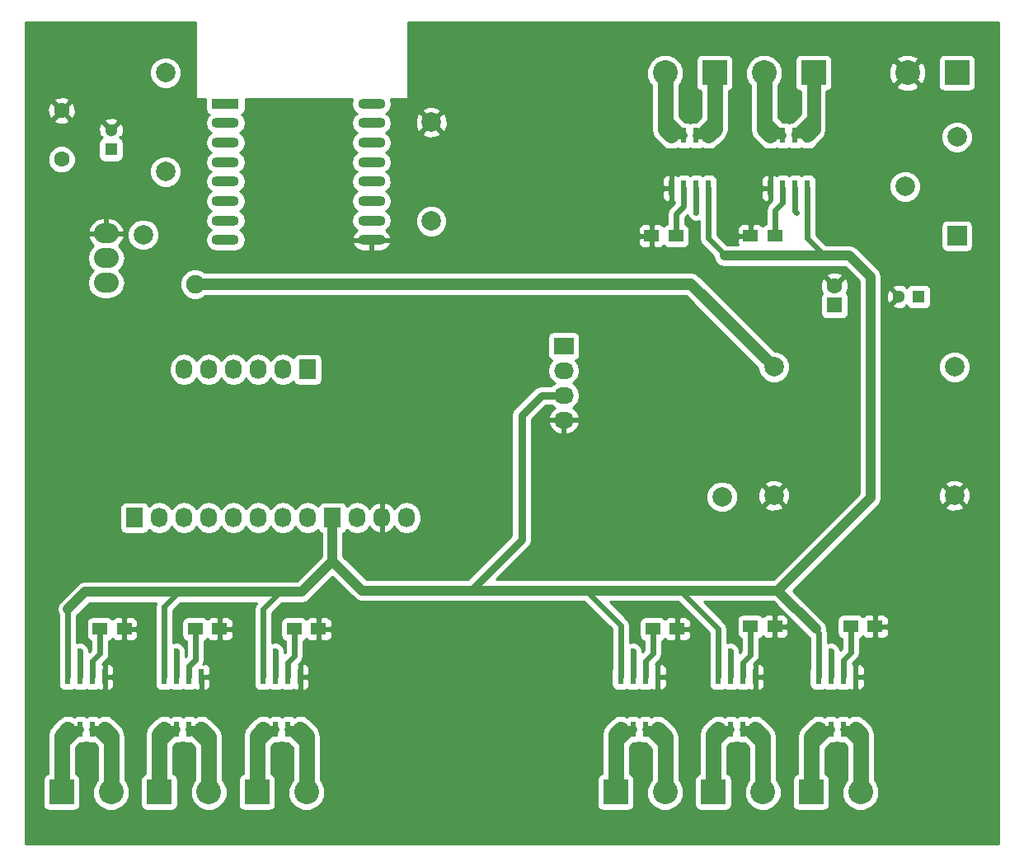
<source format=gbr>
G04 #@! TF.FileFunction,Copper,L1,Top,Signal*
%FSLAX46Y46*%
G04 Gerber Fmt 4.6, Leading zero omitted, Abs format (unit mm)*
G04 Created by KiCad (PCBNEW 4.0.7-e2-6376~58~ubuntu16.04.1) date Mon Dec 11 18:42:29 2017*
%MOMM*%
%LPD*%
G01*
G04 APERTURE LIST*
%ADD10C,0.100000*%
%ADD11R,0.600000X1.550000*%
%ADD12C,2.000000*%
%ADD13R,2.540000X2.540000*%
%ADD14C,2.540000*%
%ADD15R,1.727200X2.032000*%
%ADD16O,1.727200X2.032000*%
%ADD17O,2.540000X2.032000*%
%ADD18R,2.800000X1.100000*%
%ADD19O,2.800000X1.100000*%
%ADD20R,1.300000X1.300000*%
%ADD21C,1.300000*%
%ADD22R,2.000000X2.000000*%
%ADD23R,2.032000X1.727200*%
%ADD24O,2.032000X1.727200*%
%ADD25C,1.998980*%
%ADD26C,1.600000*%
%ADD27R,1.600000X1.600000*%
%ADD28R,1.500000X1.250000*%
%ADD29C,1.900000*%
%ADD30C,0.600000*%
%ADD31C,1.200000*%
%ADD32C,0.800000*%
%ADD33C,0.600000*%
%ADD34C,1.000000*%
%ADD35C,1.600000*%
%ADD36C,1.400000*%
%ADD37C,0.254000*%
G04 APERTURE END LIST*
D10*
D11*
X159893000Y-55974000D03*
X158623000Y-55974000D03*
X157353000Y-55974000D03*
X156083000Y-55974000D03*
X156083000Y-61374000D03*
X157353000Y-61374000D03*
X158623000Y-61374000D03*
X159893000Y-61374000D03*
D12*
X166624000Y-79756000D03*
X166624000Y-92964000D03*
X185166000Y-79756000D03*
X185166000Y-92964000D03*
D13*
X185420000Y-49530000D03*
D14*
X180340000Y-49530000D03*
D15*
X121285000Y-95250000D03*
D16*
X123825000Y-95250000D03*
X126365000Y-95250000D03*
X128905000Y-95250000D03*
D17*
X98044000Y-68580000D03*
X98044000Y-66040000D03*
X98044000Y-71120000D03*
D18*
X110300000Y-52700000D03*
D19*
X110300000Y-54700000D03*
X110300000Y-56700000D03*
X110300000Y-58700000D03*
X110300000Y-60700000D03*
X110300000Y-62700000D03*
X110300000Y-64700000D03*
X110300000Y-66700000D03*
X125300000Y-66700000D03*
X125300000Y-64700000D03*
X125300000Y-62700000D03*
X125300000Y-60700000D03*
X125300000Y-58700000D03*
X125300000Y-56700000D03*
X125300000Y-54700000D03*
X125300000Y-52700000D03*
D20*
X181483000Y-72517000D03*
D21*
X179483000Y-72517000D03*
D20*
X98552000Y-57404000D03*
D21*
X98552000Y-55404000D03*
D12*
X185417460Y-56133480D03*
D22*
X185417460Y-66293480D03*
D13*
X93472000Y-123444000D03*
D14*
X98552000Y-123444000D03*
D15*
X100965000Y-95250000D03*
D16*
X103505000Y-95250000D03*
X106045000Y-95250000D03*
X108585000Y-95250000D03*
X111125000Y-95250000D03*
X113665000Y-95250000D03*
X116205000Y-95250000D03*
X118745000Y-95250000D03*
D23*
X145034000Y-77597000D03*
D24*
X145034000Y-80137000D03*
X145034000Y-82677000D03*
X145034000Y-85217000D03*
D15*
X118745000Y-80010000D03*
D16*
X116205000Y-80010000D03*
X113665000Y-80010000D03*
X111125000Y-80010000D03*
X108585000Y-80010000D03*
X106045000Y-80010000D03*
D25*
X131445000Y-64770000D03*
X131445000Y-54610000D03*
X104140000Y-59690000D03*
X104140000Y-49530000D03*
X180086000Y-61214000D03*
X101854000Y-66167000D03*
D26*
X93472000Y-58420000D03*
X93472000Y-53420000D03*
D25*
X161290000Y-93091000D03*
D27*
X172847000Y-73406000D03*
D26*
X172847000Y-71406000D03*
D28*
X174518000Y-106426000D03*
X177018000Y-106426000D03*
X107208000Y-106680000D03*
X109708000Y-106680000D03*
X166731000Y-66294000D03*
X164231000Y-66294000D03*
X117368000Y-106680000D03*
X119868000Y-106680000D03*
X156571000Y-66294000D03*
X154071000Y-66294000D03*
X154198000Y-106680000D03*
X156698000Y-106680000D03*
X164231000Y-106426000D03*
X166731000Y-106426000D03*
D13*
X170434000Y-123444000D03*
D14*
X175514000Y-123444000D03*
D13*
X103505000Y-123444000D03*
D14*
X108585000Y-123444000D03*
D13*
X170688000Y-49530000D03*
D14*
X165608000Y-49530000D03*
D13*
X113538000Y-123444000D03*
D14*
X118618000Y-123444000D03*
D13*
X160528000Y-49530000D03*
D14*
X155448000Y-49530000D03*
D13*
X150368000Y-123444000D03*
D14*
X155448000Y-123444000D03*
D13*
X160401000Y-123444000D03*
D14*
X165481000Y-123444000D03*
D11*
X94107000Y-117000000D03*
X95377000Y-117000000D03*
X96647000Y-117000000D03*
X97917000Y-117000000D03*
X97917000Y-111600000D03*
X96647000Y-111600000D03*
X95377000Y-111600000D03*
X94107000Y-111600000D03*
X171196000Y-117000000D03*
X172466000Y-117000000D03*
X173736000Y-117000000D03*
X175006000Y-117000000D03*
X175006000Y-111600000D03*
X173736000Y-111600000D03*
X172466000Y-111600000D03*
X171196000Y-111600000D03*
X104013000Y-117000000D03*
X105283000Y-117000000D03*
X106553000Y-117000000D03*
X107823000Y-117000000D03*
X107823000Y-111600000D03*
X106553000Y-111600000D03*
X105283000Y-111600000D03*
X104013000Y-111600000D03*
X170053000Y-55974000D03*
X168783000Y-55974000D03*
X167513000Y-55974000D03*
X166243000Y-55974000D03*
X166243000Y-61374000D03*
X167513000Y-61374000D03*
X168783000Y-61374000D03*
X170053000Y-61374000D03*
X114173000Y-117000000D03*
X115443000Y-117000000D03*
X116713000Y-117000000D03*
X117983000Y-117000000D03*
X117983000Y-111600000D03*
X116713000Y-111600000D03*
X115443000Y-111600000D03*
X114173000Y-111600000D03*
X150876000Y-117000000D03*
X152146000Y-117000000D03*
X153416000Y-117000000D03*
X154686000Y-117000000D03*
X154686000Y-111600000D03*
X153416000Y-111600000D03*
X152146000Y-111600000D03*
X150876000Y-111600000D03*
X160909000Y-117000000D03*
X162179000Y-117000000D03*
X163449000Y-117000000D03*
X164719000Y-117000000D03*
X164719000Y-111600000D03*
X163449000Y-111600000D03*
X162179000Y-111600000D03*
X160909000Y-111600000D03*
D28*
X97429000Y-106680000D03*
X99929000Y-106680000D03*
D29*
X107188000Y-71247000D03*
D30*
X105283000Y-108966000D03*
X168910000Y-63881000D03*
X115443000Y-108966000D03*
X152146000Y-108966000D03*
X95377000Y-108966000D03*
X158623000Y-63881000D03*
X172466000Y-108966000D03*
X162179000Y-108966000D03*
D31*
X166624000Y-79756000D02*
X158115000Y-71247000D01*
X158115000Y-71247000D02*
X107188000Y-71247000D01*
D32*
X145034000Y-82677000D02*
X142748000Y-82677000D01*
X140716000Y-97536000D02*
X135509000Y-102743000D01*
X140716000Y-84709000D02*
X140716000Y-97536000D01*
X142748000Y-82677000D02*
X140716000Y-84709000D01*
D33*
X170053000Y-66548000D02*
X171831000Y-68326000D01*
X170053000Y-61374000D02*
X170053000Y-66548000D01*
D34*
X171831000Y-68326000D02*
X172974000Y-68326000D01*
X161544000Y-68326000D02*
X171831000Y-68326000D01*
D33*
X159893000Y-66548000D02*
X161544000Y-68199000D01*
X161544000Y-68199000D02*
X161544000Y-68326000D01*
X159893000Y-61374000D02*
X159893000Y-66548000D01*
D34*
X176530000Y-93218000D02*
X167005000Y-102743000D01*
X176530000Y-70485000D02*
X176530000Y-93218000D01*
X174371000Y-68326000D02*
X176530000Y-70485000D01*
X172974000Y-68326000D02*
X174371000Y-68326000D01*
D33*
X114173000Y-111600000D02*
X114173000Y-104648000D01*
X114173000Y-104648000D02*
X115951000Y-102870000D01*
X104013000Y-111600000D02*
X104013000Y-104394000D01*
X104013000Y-104394000D02*
X105537000Y-102870000D01*
X94107000Y-111600000D02*
X94107000Y-104648000D01*
D34*
X118110000Y-102870000D02*
X115951000Y-102870000D01*
X115951000Y-102870000D02*
X105537000Y-102870000D01*
X105537000Y-102870000D02*
X95885000Y-102870000D01*
X95885000Y-102870000D02*
X94107000Y-104648000D01*
X118110000Y-102870000D02*
X121285000Y-99695000D01*
X121285000Y-95250000D02*
X121285000Y-99695000D01*
D33*
X150876000Y-111600000D02*
X150876000Y-106299000D01*
X150876000Y-106299000D02*
X147320000Y-102743000D01*
X160909000Y-111600000D02*
X160909000Y-106680000D01*
X160909000Y-106680000D02*
X156972000Y-102743000D01*
X156972000Y-102743000D02*
X156972000Y-102616000D01*
X156972000Y-102616000D02*
X156972000Y-102743000D01*
X170942000Y-106680000D02*
X170942000Y-106807000D01*
D34*
X121285000Y-99695000D02*
X124333000Y-102743000D01*
X124333000Y-102743000D02*
X135509000Y-102743000D01*
X135509000Y-102743000D02*
X147320000Y-102743000D01*
X147320000Y-102743000D02*
X156972000Y-102743000D01*
X156972000Y-102743000D02*
X167005000Y-102743000D01*
X167005000Y-102743000D02*
X170942000Y-106680000D01*
D33*
X171196000Y-107061000D02*
X171196000Y-111600000D01*
X170942000Y-106807000D02*
X171196000Y-107061000D01*
X105283000Y-111600000D02*
X105283000Y-108966000D01*
X168783000Y-63754000D02*
X168783000Y-61374000D01*
X168910000Y-63881000D02*
X168783000Y-63754000D01*
X115443000Y-108966000D02*
X115443000Y-111600000D01*
X152146000Y-108966000D02*
X152146000Y-111600000D01*
X95377000Y-111600000D02*
X95377000Y-108966000D01*
X158623000Y-63881000D02*
X158623000Y-61374000D01*
X172466000Y-108966000D02*
X172466000Y-111600000D01*
X162179000Y-108966000D02*
X162179000Y-111600000D01*
X96647000Y-111600000D02*
X96647000Y-109982000D01*
X97429000Y-109200000D02*
X97429000Y-106680000D01*
X96647000Y-109982000D02*
X97429000Y-109200000D01*
D32*
X94107000Y-117000000D02*
X95377000Y-117000000D01*
D33*
X95377000Y-117000000D02*
X95377000Y-117094000D01*
X95377000Y-117094000D02*
X93472000Y-118999000D01*
D35*
X93472000Y-123444000D02*
X93472000Y-118999000D01*
X93472000Y-118999000D02*
X93472000Y-117635000D01*
X93472000Y-117635000D02*
X94107000Y-117000000D01*
D32*
X96647000Y-117000000D02*
X97917000Y-117000000D01*
D33*
X96647000Y-117000000D02*
X96680000Y-117000000D01*
X96680000Y-117000000D02*
X98552000Y-118872000D01*
D35*
X98552000Y-123444000D02*
X98552000Y-118872000D01*
X98552000Y-118872000D02*
X98552000Y-117635000D01*
X98552000Y-117635000D02*
X97917000Y-117000000D01*
D33*
X173736000Y-111600000D02*
X173736000Y-109855000D01*
X174518000Y-109073000D02*
X174518000Y-106426000D01*
X173736000Y-109855000D02*
X174518000Y-109073000D01*
X106553000Y-111600000D02*
X106553000Y-110490000D01*
X107208000Y-109835000D02*
X107208000Y-106680000D01*
X106553000Y-110490000D02*
X107208000Y-109835000D01*
X167513000Y-61374000D02*
X167513000Y-62865000D01*
X166731000Y-63647000D02*
X166731000Y-66294000D01*
X167513000Y-62865000D02*
X166731000Y-63647000D01*
X116713000Y-111600000D02*
X116713000Y-110109000D01*
X117368000Y-109454000D02*
X117368000Y-106680000D01*
X116713000Y-110109000D02*
X117368000Y-109454000D01*
X157353000Y-61374000D02*
X157353000Y-63246000D01*
X156571000Y-64028000D02*
X156571000Y-66294000D01*
X157353000Y-63246000D02*
X156571000Y-64028000D01*
X153416000Y-111600000D02*
X153416000Y-109982000D01*
X154198000Y-109200000D02*
X154198000Y-106680000D01*
X153416000Y-109982000D02*
X154198000Y-109200000D01*
X163449000Y-111600000D02*
X163449000Y-110109000D01*
X164231000Y-109327000D02*
X164231000Y-106426000D01*
X163449000Y-110109000D02*
X164231000Y-109327000D01*
D32*
X171196000Y-117000000D02*
X172466000Y-117000000D01*
D33*
X172466000Y-117000000D02*
X172466000Y-117094000D01*
X172466000Y-117094000D02*
X170434000Y-119126000D01*
D35*
X170434000Y-123444000D02*
X170434000Y-119126000D01*
X170434000Y-119126000D02*
X170434000Y-117762000D01*
X170434000Y-117762000D02*
X171196000Y-117000000D01*
D32*
X173736000Y-117000000D02*
X175006000Y-117000000D01*
D33*
X173736000Y-117000000D02*
X173736000Y-117094000D01*
X173736000Y-117094000D02*
X175514000Y-118872000D01*
D35*
X175514000Y-123444000D02*
X175514000Y-118872000D01*
X175514000Y-118872000D02*
X175514000Y-117508000D01*
X175514000Y-117508000D02*
X175006000Y-117000000D01*
D32*
X104013000Y-117000000D02*
X105283000Y-117000000D01*
D33*
X105283000Y-117000000D02*
X105283000Y-117094000D01*
X105283000Y-117094000D02*
X103505000Y-118872000D01*
D35*
X103505000Y-123444000D02*
X103505000Y-118872000D01*
X103505000Y-118872000D02*
X103505000Y-117508000D01*
X103505000Y-117508000D02*
X104013000Y-117000000D01*
D32*
X106553000Y-117000000D02*
X107823000Y-117000000D01*
D33*
X106553000Y-117000000D02*
X106586000Y-117000000D01*
X106586000Y-117000000D02*
X108585000Y-118999000D01*
D35*
X108585000Y-123444000D02*
X108585000Y-118999000D01*
X108585000Y-118999000D02*
X108585000Y-117762000D01*
X108585000Y-117762000D02*
X107823000Y-117000000D01*
D33*
X168783000Y-55974000D02*
X170053000Y-55974000D01*
D32*
X168783000Y-55974000D02*
X168783000Y-55753000D01*
X168783000Y-55753000D02*
X170688000Y-53848000D01*
X170688000Y-53848000D02*
X170688000Y-49530000D01*
D36*
X170688000Y-49530000D02*
X170688000Y-55339000D01*
X170688000Y-55339000D02*
X170053000Y-55974000D01*
D32*
X166243000Y-55974000D02*
X167513000Y-55974000D01*
D33*
X167513000Y-55974000D02*
X167513000Y-55880000D01*
X167513000Y-55880000D02*
X165608000Y-53975000D01*
D35*
X165608000Y-49530000D02*
X165608000Y-53975000D01*
X165608000Y-53975000D02*
X165608000Y-55339000D01*
X165608000Y-55339000D02*
X166243000Y-55974000D01*
D32*
X114173000Y-117000000D02*
X115443000Y-117000000D01*
D33*
X115443000Y-117000000D02*
X115410000Y-117000000D01*
X115410000Y-117000000D02*
X113538000Y-118872000D01*
D35*
X113538000Y-123444000D02*
X113538000Y-118872000D01*
X113538000Y-118872000D02*
X113538000Y-117635000D01*
X113538000Y-117635000D02*
X114173000Y-117000000D01*
D32*
X116713000Y-117000000D02*
X117983000Y-117000000D01*
D33*
X116713000Y-117000000D02*
X116713000Y-117094000D01*
X116713000Y-117094000D02*
X118618000Y-118999000D01*
D35*
X118618000Y-123444000D02*
X118618000Y-118999000D01*
X118618000Y-118999000D02*
X118618000Y-117635000D01*
X118618000Y-117635000D02*
X117983000Y-117000000D01*
D32*
X158623000Y-55974000D02*
X159893000Y-55974000D01*
D33*
X158623000Y-55974000D02*
X158623000Y-55880000D01*
X158623000Y-55880000D02*
X160528000Y-53975000D01*
D35*
X160528000Y-49530000D02*
X160528000Y-53975000D01*
X160528000Y-53975000D02*
X160528000Y-55339000D01*
X160528000Y-55339000D02*
X159893000Y-55974000D01*
D32*
X156083000Y-55974000D02*
X157353000Y-55974000D01*
D33*
X157353000Y-55974000D02*
X157353000Y-55753000D01*
X157353000Y-55753000D02*
X155448000Y-53848000D01*
X155448000Y-53848000D02*
X155448000Y-49530000D01*
D35*
X155448000Y-49530000D02*
X155448000Y-55339000D01*
X155448000Y-55339000D02*
X156083000Y-55974000D01*
D32*
X150876000Y-117000000D02*
X152146000Y-117000000D01*
D33*
X152146000Y-117000000D02*
X152146000Y-117094000D01*
X152146000Y-117094000D02*
X150368000Y-118872000D01*
D35*
X150368000Y-123444000D02*
X150368000Y-118872000D01*
X150368000Y-118872000D02*
X150368000Y-117508000D01*
X150368000Y-117508000D02*
X150876000Y-117000000D01*
D32*
X153416000Y-117000000D02*
X154686000Y-117000000D01*
D33*
X153416000Y-117000000D02*
X153416000Y-117094000D01*
X153416000Y-117094000D02*
X155448000Y-119126000D01*
D35*
X155448000Y-123444000D02*
X155448000Y-119126000D01*
X155448000Y-119126000D02*
X155448000Y-117762000D01*
X155448000Y-117762000D02*
X154686000Y-117000000D01*
D32*
X160909000Y-117000000D02*
X162179000Y-117000000D01*
D33*
X162179000Y-117000000D02*
X162179000Y-117094000D01*
X162179000Y-117094000D02*
X160401000Y-118872000D01*
D35*
X160401000Y-123444000D02*
X160401000Y-118872000D01*
X160401000Y-118872000D02*
X160401000Y-117508000D01*
X160401000Y-117508000D02*
X160909000Y-117000000D01*
D32*
X163449000Y-117000000D02*
X164719000Y-117000000D01*
D33*
X163449000Y-117000000D02*
X163482000Y-117000000D01*
X163482000Y-117000000D02*
X165481000Y-118999000D01*
X165481000Y-118999000D02*
X165481000Y-118872000D01*
D35*
X165481000Y-123444000D02*
X165481000Y-118872000D01*
X165481000Y-118872000D02*
X165481000Y-117762000D01*
X165481000Y-117762000D02*
X164719000Y-117000000D01*
D37*
G36*
X107188000Y-52070000D02*
X107196685Y-52116159D01*
X107223965Y-52158553D01*
X107265590Y-52186994D01*
X107315000Y-52197000D01*
X108252560Y-52197000D01*
X108252560Y-53250000D01*
X108296838Y-53485317D01*
X108435910Y-53701441D01*
X108622162Y-53828701D01*
X108572210Y-53862078D01*
X108315335Y-54246520D01*
X108225132Y-54700000D01*
X108315335Y-55153480D01*
X108572210Y-55537922D01*
X108814778Y-55700000D01*
X108572210Y-55862078D01*
X108315335Y-56246520D01*
X108225132Y-56700000D01*
X108315335Y-57153480D01*
X108572210Y-57537922D01*
X108814778Y-57700000D01*
X108572210Y-57862078D01*
X108315335Y-58246520D01*
X108225132Y-58700000D01*
X108315335Y-59153480D01*
X108572210Y-59537922D01*
X108814778Y-59700000D01*
X108572210Y-59862078D01*
X108315335Y-60246520D01*
X108225132Y-60700000D01*
X108315335Y-61153480D01*
X108572210Y-61537922D01*
X108814778Y-61700000D01*
X108572210Y-61862078D01*
X108315335Y-62246520D01*
X108225132Y-62700000D01*
X108315335Y-63153480D01*
X108572210Y-63537922D01*
X108814778Y-63700000D01*
X108572210Y-63862078D01*
X108315335Y-64246520D01*
X108225132Y-64700000D01*
X108315335Y-65153480D01*
X108572210Y-65537922D01*
X108814778Y-65700000D01*
X108572210Y-65862078D01*
X108315335Y-66246520D01*
X108225132Y-66700000D01*
X108315335Y-67153480D01*
X108572210Y-67537922D01*
X108956652Y-67794797D01*
X109410132Y-67885000D01*
X111189868Y-67885000D01*
X111643348Y-67794797D01*
X112027790Y-67537922D01*
X112284665Y-67153480D01*
X112313255Y-67009744D01*
X123306197Y-67009744D01*
X123306602Y-67036146D01*
X123522276Y-67448118D01*
X123879187Y-67746196D01*
X124323000Y-67885000D01*
X125173000Y-67885000D01*
X125173000Y-66827000D01*
X125427000Y-66827000D01*
X125427000Y-67885000D01*
X126277000Y-67885000D01*
X126720813Y-67746196D01*
X127077724Y-67448118D01*
X127293398Y-67036146D01*
X127293803Y-67009744D01*
X127168361Y-66827000D01*
X125427000Y-66827000D01*
X125173000Y-66827000D01*
X123431639Y-66827000D01*
X123306197Y-67009744D01*
X112313255Y-67009744D01*
X112374868Y-66700000D01*
X112350949Y-66579750D01*
X152686000Y-66579750D01*
X152686000Y-67045310D01*
X152782673Y-67278699D01*
X152961302Y-67457327D01*
X153194691Y-67554000D01*
X153785250Y-67554000D01*
X153944000Y-67395250D01*
X153944000Y-66421000D01*
X152844750Y-66421000D01*
X152686000Y-66579750D01*
X112350949Y-66579750D01*
X112284665Y-66246520D01*
X112027790Y-65862078D01*
X111785222Y-65700000D01*
X112027790Y-65537922D01*
X112284665Y-65153480D01*
X112374868Y-64700000D01*
X112284665Y-64246520D01*
X112027790Y-63862078D01*
X111785222Y-63700000D01*
X112027790Y-63537922D01*
X112284665Y-63153480D01*
X112374868Y-62700000D01*
X112284665Y-62246520D01*
X112027790Y-61862078D01*
X111785222Y-61700000D01*
X112027790Y-61537922D01*
X112284665Y-61153480D01*
X112374868Y-60700000D01*
X112284665Y-60246520D01*
X112027790Y-59862078D01*
X111785222Y-59700000D01*
X112027790Y-59537922D01*
X112284665Y-59153480D01*
X112374868Y-58700000D01*
X112284665Y-58246520D01*
X112027790Y-57862078D01*
X111785222Y-57700000D01*
X112027790Y-57537922D01*
X112284665Y-57153480D01*
X112374868Y-56700000D01*
X112284665Y-56246520D01*
X112027790Y-55862078D01*
X111785222Y-55700000D01*
X112027790Y-55537922D01*
X112284665Y-55153480D01*
X112374868Y-54700000D01*
X112284665Y-54246520D01*
X112027790Y-53862078D01*
X111975626Y-53827224D01*
X112151441Y-53714090D01*
X112296431Y-53501890D01*
X112347440Y-53250000D01*
X112347440Y-52197000D01*
X123348423Y-52197000D01*
X123315335Y-52246520D01*
X123225132Y-52700000D01*
X123315335Y-53153480D01*
X123572210Y-53537922D01*
X123814778Y-53700000D01*
X123572210Y-53862078D01*
X123315335Y-54246520D01*
X123225132Y-54700000D01*
X123315335Y-55153480D01*
X123572210Y-55537922D01*
X123814778Y-55700000D01*
X123572210Y-55862078D01*
X123315335Y-56246520D01*
X123225132Y-56700000D01*
X123315335Y-57153480D01*
X123572210Y-57537922D01*
X123814778Y-57700000D01*
X123572210Y-57862078D01*
X123315335Y-58246520D01*
X123225132Y-58700000D01*
X123315335Y-59153480D01*
X123572210Y-59537922D01*
X123814778Y-59700000D01*
X123572210Y-59862078D01*
X123315335Y-60246520D01*
X123225132Y-60700000D01*
X123315335Y-61153480D01*
X123572210Y-61537922D01*
X123814778Y-61700000D01*
X123572210Y-61862078D01*
X123315335Y-62246520D01*
X123225132Y-62700000D01*
X123315335Y-63153480D01*
X123572210Y-63537922D01*
X123814778Y-63700000D01*
X123572210Y-63862078D01*
X123315335Y-64246520D01*
X123225132Y-64700000D01*
X123315335Y-65153480D01*
X123572210Y-65537922D01*
X123819831Y-65703376D01*
X123522276Y-65951882D01*
X123306602Y-66363854D01*
X123306197Y-66390256D01*
X123431639Y-66573000D01*
X125173000Y-66573000D01*
X125173000Y-66553000D01*
X125427000Y-66553000D01*
X125427000Y-66573000D01*
X127168361Y-66573000D01*
X127293803Y-66390256D01*
X127293398Y-66363854D01*
X127077724Y-65951882D01*
X126780169Y-65703376D01*
X127027790Y-65537922D01*
X127284665Y-65153480D01*
X127296557Y-65093694D01*
X129810226Y-65093694D01*
X130058538Y-65694655D01*
X130517927Y-66154846D01*
X131118453Y-66404206D01*
X131768694Y-66404774D01*
X132369655Y-66156462D01*
X132829846Y-65697073D01*
X132893951Y-65542690D01*
X152686000Y-65542690D01*
X152686000Y-66008250D01*
X152844750Y-66167000D01*
X153944000Y-66167000D01*
X153944000Y-65192750D01*
X153785250Y-65034000D01*
X153194691Y-65034000D01*
X152961302Y-65130673D01*
X152782673Y-65309301D01*
X152686000Y-65542690D01*
X132893951Y-65542690D01*
X133079206Y-65096547D01*
X133079774Y-64446306D01*
X132831462Y-63845345D01*
X132372073Y-63385154D01*
X131771547Y-63135794D01*
X131121306Y-63135226D01*
X130520345Y-63383538D01*
X130060154Y-63842927D01*
X129810794Y-64443453D01*
X129810226Y-65093694D01*
X127296557Y-65093694D01*
X127374868Y-64700000D01*
X127284665Y-64246520D01*
X127027790Y-63862078D01*
X126785222Y-63700000D01*
X127027790Y-63537922D01*
X127284665Y-63153480D01*
X127374868Y-62700000D01*
X127284665Y-62246520D01*
X127027790Y-61862078D01*
X126785222Y-61700000D01*
X126845460Y-61659750D01*
X155148000Y-61659750D01*
X155148000Y-62275309D01*
X155244673Y-62508698D01*
X155423301Y-62687327D01*
X155656690Y-62784000D01*
X155797250Y-62784000D01*
X155956000Y-62625250D01*
X155956000Y-61501000D01*
X155306750Y-61501000D01*
X155148000Y-61659750D01*
X126845460Y-61659750D01*
X127027790Y-61537922D01*
X127284665Y-61153480D01*
X127374868Y-60700000D01*
X127329654Y-60472691D01*
X155148000Y-60472691D01*
X155148000Y-61088250D01*
X155306750Y-61247000D01*
X155956000Y-61247000D01*
X155956000Y-60122750D01*
X155797250Y-59964000D01*
X155656690Y-59964000D01*
X155423301Y-60060673D01*
X155244673Y-60239302D01*
X155148000Y-60472691D01*
X127329654Y-60472691D01*
X127284665Y-60246520D01*
X127027790Y-59862078D01*
X126785222Y-59700000D01*
X127027790Y-59537922D01*
X127284665Y-59153480D01*
X127374868Y-58700000D01*
X127284665Y-58246520D01*
X127027790Y-57862078D01*
X126785222Y-57700000D01*
X127027790Y-57537922D01*
X127284665Y-57153480D01*
X127374868Y-56700000D01*
X127284665Y-56246520D01*
X127027790Y-55862078D01*
X126878256Y-55762163D01*
X130472443Y-55762163D01*
X130571042Y-56028965D01*
X131180582Y-56255401D01*
X131830377Y-56231341D01*
X132318958Y-56028965D01*
X132417557Y-55762163D01*
X131445000Y-54789605D01*
X130472443Y-55762163D01*
X126878256Y-55762163D01*
X126785222Y-55700000D01*
X127027790Y-55537922D01*
X127284665Y-55153480D01*
X127374868Y-54700000D01*
X127304370Y-54345582D01*
X129799599Y-54345582D01*
X129823659Y-54995377D01*
X130026035Y-55483958D01*
X130292837Y-55582557D01*
X131265395Y-54610000D01*
X131624605Y-54610000D01*
X132597163Y-55582557D01*
X132863965Y-55483958D01*
X133090401Y-54874418D01*
X133066341Y-54224623D01*
X132863965Y-53736042D01*
X132597163Y-53637443D01*
X131624605Y-54610000D01*
X131265395Y-54610000D01*
X130292837Y-53637443D01*
X130026035Y-53736042D01*
X129799599Y-54345582D01*
X127304370Y-54345582D01*
X127284665Y-54246520D01*
X127027790Y-53862078D01*
X126785222Y-53700000D01*
X127027790Y-53537922D01*
X127081300Y-53457837D01*
X130472443Y-53457837D01*
X131445000Y-54430395D01*
X132417557Y-53457837D01*
X132318958Y-53191035D01*
X131709418Y-52964599D01*
X131059623Y-52988659D01*
X130571042Y-53191035D01*
X130472443Y-53457837D01*
X127081300Y-53457837D01*
X127284665Y-53153480D01*
X127374868Y-52700000D01*
X127284665Y-52246520D01*
X127251577Y-52197000D01*
X128905000Y-52197000D01*
X128951159Y-52188315D01*
X128993553Y-52161035D01*
X129021994Y-52119410D01*
X129032000Y-52070000D01*
X129032000Y-49907265D01*
X153542670Y-49907265D01*
X153832078Y-50607686D01*
X154013000Y-50788924D01*
X154013000Y-55339000D01*
X154122233Y-55888151D01*
X154361688Y-56246520D01*
X154433302Y-56353698D01*
X155068302Y-56988699D01*
X155268912Y-57122742D01*
X155318910Y-57200441D01*
X155531110Y-57345431D01*
X155783000Y-57396440D01*
X156019856Y-57396440D01*
X156083000Y-57409000D01*
X156146144Y-57396440D01*
X156383000Y-57396440D01*
X156618317Y-57352162D01*
X156717528Y-57288322D01*
X156801110Y-57345431D01*
X157053000Y-57396440D01*
X157653000Y-57396440D01*
X157888317Y-57352162D01*
X157987528Y-57288322D01*
X158071110Y-57345431D01*
X158323000Y-57396440D01*
X158923000Y-57396440D01*
X159158317Y-57352162D01*
X159257528Y-57288322D01*
X159341110Y-57345431D01*
X159593000Y-57396440D01*
X159829857Y-57396440D01*
X159893000Y-57409000D01*
X159956143Y-57396440D01*
X160193000Y-57396440D01*
X160428317Y-57352162D01*
X160644441Y-57213090D01*
X160705406Y-57123865D01*
X160907698Y-56988698D01*
X161542699Y-56353698D01*
X161853768Y-55888150D01*
X161963000Y-55339000D01*
X161963000Y-51416393D01*
X162033317Y-51403162D01*
X162249441Y-51264090D01*
X162394431Y-51051890D01*
X162445440Y-50800000D01*
X162445440Y-49907265D01*
X163702670Y-49907265D01*
X163992078Y-50607686D01*
X164173000Y-50788924D01*
X164173000Y-55339000D01*
X164282233Y-55888151D01*
X164521688Y-56246520D01*
X164593302Y-56353698D01*
X165228302Y-56988699D01*
X165428912Y-57122742D01*
X165478910Y-57200441D01*
X165691110Y-57345431D01*
X165943000Y-57396440D01*
X166179856Y-57396440D01*
X166243000Y-57409000D01*
X166306144Y-57396440D01*
X166543000Y-57396440D01*
X166778317Y-57352162D01*
X166877528Y-57288322D01*
X166961110Y-57345431D01*
X167213000Y-57396440D01*
X167813000Y-57396440D01*
X168048317Y-57352162D01*
X168147528Y-57288322D01*
X168231110Y-57345431D01*
X168483000Y-57396440D01*
X169083000Y-57396440D01*
X169318317Y-57352162D01*
X169417528Y-57288322D01*
X169501110Y-57345431D01*
X169753000Y-57396440D01*
X170353000Y-57396440D01*
X170588317Y-57352162D01*
X170804441Y-57213090D01*
X170949431Y-57000890D01*
X170961404Y-56941764D01*
X170996988Y-56917988D01*
X171457700Y-56457275D01*
X183782176Y-56457275D01*
X184030566Y-57058423D01*
X184490097Y-57518758D01*
X185090812Y-57768196D01*
X185741255Y-57768764D01*
X186342403Y-57520374D01*
X186802738Y-57060843D01*
X187052176Y-56460128D01*
X187052744Y-55809685D01*
X186804354Y-55208537D01*
X186344823Y-54748202D01*
X185744108Y-54498764D01*
X185093665Y-54498196D01*
X184492517Y-54746586D01*
X184032182Y-55206117D01*
X183782744Y-55806832D01*
X183782176Y-56457275D01*
X171457700Y-56457275D01*
X171631985Y-56282990D01*
X171631988Y-56282988D01*
X171921379Y-55849882D01*
X171932336Y-55794797D01*
X172023001Y-55339000D01*
X172023000Y-55338995D01*
X172023000Y-51435209D01*
X172193317Y-51403162D01*
X172409441Y-51264090D01*
X172554431Y-51051890D01*
X172589689Y-50877777D01*
X179171828Y-50877777D01*
X179303520Y-51172657D01*
X180011036Y-51444261D01*
X180768632Y-51424436D01*
X181376480Y-51172657D01*
X181508172Y-50877777D01*
X180340000Y-49709605D01*
X179171828Y-50877777D01*
X172589689Y-50877777D01*
X172605440Y-50800000D01*
X172605440Y-49201036D01*
X178425739Y-49201036D01*
X178445564Y-49958632D01*
X178697343Y-50566480D01*
X178992223Y-50698172D01*
X180160395Y-49530000D01*
X180519605Y-49530000D01*
X181687777Y-50698172D01*
X181982657Y-50566480D01*
X182254261Y-49858964D01*
X182234436Y-49101368D01*
X181982657Y-48493520D01*
X181687777Y-48361828D01*
X180519605Y-49530000D01*
X180160395Y-49530000D01*
X178992223Y-48361828D01*
X178697343Y-48493520D01*
X178425739Y-49201036D01*
X172605440Y-49201036D01*
X172605440Y-48260000D01*
X172590806Y-48182223D01*
X179171828Y-48182223D01*
X180340000Y-49350395D01*
X181430395Y-48260000D01*
X183502560Y-48260000D01*
X183502560Y-50800000D01*
X183546838Y-51035317D01*
X183685910Y-51251441D01*
X183898110Y-51396431D01*
X184150000Y-51447440D01*
X186690000Y-51447440D01*
X186925317Y-51403162D01*
X187141441Y-51264090D01*
X187286431Y-51051890D01*
X187337440Y-50800000D01*
X187337440Y-48260000D01*
X187293162Y-48024683D01*
X187154090Y-47808559D01*
X186941890Y-47663569D01*
X186690000Y-47612560D01*
X184150000Y-47612560D01*
X183914683Y-47656838D01*
X183698559Y-47795910D01*
X183553569Y-48008110D01*
X183502560Y-48260000D01*
X181430395Y-48260000D01*
X181508172Y-48182223D01*
X181376480Y-47887343D01*
X180668964Y-47615739D01*
X179911368Y-47635564D01*
X179303520Y-47887343D01*
X179171828Y-48182223D01*
X172590806Y-48182223D01*
X172561162Y-48024683D01*
X172422090Y-47808559D01*
X172209890Y-47663569D01*
X171958000Y-47612560D01*
X169418000Y-47612560D01*
X169182683Y-47656838D01*
X168966559Y-47795910D01*
X168821569Y-48008110D01*
X168770560Y-48260000D01*
X168770560Y-50800000D01*
X168814838Y-51035317D01*
X168953910Y-51251441D01*
X169166110Y-51396431D01*
X169353000Y-51434277D01*
X169353000Y-53719289D01*
X168520728Y-54551560D01*
X168483000Y-54551560D01*
X168247683Y-54595838D01*
X168148472Y-54659678D01*
X168064890Y-54602569D01*
X167813000Y-54551560D01*
X167506850Y-54551560D01*
X167043000Y-54087710D01*
X167043000Y-50789232D01*
X167222039Y-50610505D01*
X167512668Y-49910590D01*
X167513330Y-49152735D01*
X167223922Y-48452314D01*
X166688505Y-47915961D01*
X165988590Y-47625332D01*
X165230735Y-47624670D01*
X164530314Y-47914078D01*
X163993961Y-48449495D01*
X163703332Y-49149410D01*
X163702670Y-49907265D01*
X162445440Y-49907265D01*
X162445440Y-48260000D01*
X162401162Y-48024683D01*
X162262090Y-47808559D01*
X162049890Y-47663569D01*
X161798000Y-47612560D01*
X159258000Y-47612560D01*
X159022683Y-47656838D01*
X158806559Y-47795910D01*
X158661569Y-48008110D01*
X158610560Y-48260000D01*
X158610560Y-50800000D01*
X158654838Y-51035317D01*
X158793910Y-51251441D01*
X159006110Y-51396431D01*
X159093000Y-51414027D01*
X159093000Y-54087710D01*
X158629150Y-54551560D01*
X158323000Y-54551560D01*
X158087683Y-54595838D01*
X157988472Y-54659678D01*
X157904890Y-54602569D01*
X157653000Y-54551560D01*
X157473850Y-54551560D01*
X156883000Y-53960710D01*
X156883000Y-50789232D01*
X157062039Y-50610505D01*
X157352668Y-49910590D01*
X157353330Y-49152735D01*
X157063922Y-48452314D01*
X156528505Y-47915961D01*
X155828590Y-47625332D01*
X155070735Y-47624670D01*
X154370314Y-47914078D01*
X153833961Y-48449495D01*
X153543332Y-49149410D01*
X153542670Y-49907265D01*
X129032000Y-49907265D01*
X129032000Y-44310000D01*
X189690000Y-44310000D01*
X189690000Y-128790000D01*
X89789000Y-128790000D01*
X89789000Y-122174000D01*
X91554560Y-122174000D01*
X91554560Y-124714000D01*
X91598838Y-124949317D01*
X91737910Y-125165441D01*
X91950110Y-125310431D01*
X92202000Y-125361440D01*
X94742000Y-125361440D01*
X94977317Y-125317162D01*
X95193441Y-125178090D01*
X95338431Y-124965890D01*
X95389440Y-124714000D01*
X95389440Y-122174000D01*
X95345162Y-121938683D01*
X95206090Y-121722559D01*
X94993890Y-121577569D01*
X94907000Y-121559973D01*
X94907000Y-118886290D01*
X95370850Y-118422440D01*
X95677000Y-118422440D01*
X95912317Y-118378162D01*
X96011528Y-118314322D01*
X96095110Y-118371431D01*
X96347000Y-118422440D01*
X96780150Y-118422440D01*
X97117000Y-118759290D01*
X97117000Y-122184768D01*
X96937961Y-122363495D01*
X96647332Y-123063410D01*
X96646670Y-123821265D01*
X96936078Y-124521686D01*
X97471495Y-125058039D01*
X98171410Y-125348668D01*
X98929265Y-125349330D01*
X99629686Y-125059922D01*
X100166039Y-124524505D01*
X100456668Y-123824590D01*
X100457330Y-123066735D01*
X100167922Y-122366314D01*
X99987000Y-122185076D01*
X99987000Y-122174000D01*
X101587560Y-122174000D01*
X101587560Y-124714000D01*
X101631838Y-124949317D01*
X101770910Y-125165441D01*
X101983110Y-125310431D01*
X102235000Y-125361440D01*
X104775000Y-125361440D01*
X105010317Y-125317162D01*
X105226441Y-125178090D01*
X105371431Y-124965890D01*
X105422440Y-124714000D01*
X105422440Y-122174000D01*
X105378162Y-121938683D01*
X105239090Y-121722559D01*
X105026890Y-121577569D01*
X104940000Y-121559973D01*
X104940000Y-118759290D01*
X105276850Y-118422440D01*
X105583000Y-118422440D01*
X105818317Y-118378162D01*
X105917528Y-118314322D01*
X106001110Y-118371431D01*
X106253000Y-118422440D01*
X106686150Y-118422440D01*
X107150000Y-118886290D01*
X107150000Y-122184768D01*
X106970961Y-122363495D01*
X106680332Y-123063410D01*
X106679670Y-123821265D01*
X106969078Y-124521686D01*
X107504495Y-125058039D01*
X108204410Y-125348668D01*
X108962265Y-125349330D01*
X109662686Y-125059922D01*
X110199039Y-124524505D01*
X110489668Y-123824590D01*
X110490330Y-123066735D01*
X110200922Y-122366314D01*
X110020000Y-122185076D01*
X110020000Y-122174000D01*
X111620560Y-122174000D01*
X111620560Y-124714000D01*
X111664838Y-124949317D01*
X111803910Y-125165441D01*
X112016110Y-125310431D01*
X112268000Y-125361440D01*
X114808000Y-125361440D01*
X115043317Y-125317162D01*
X115259441Y-125178090D01*
X115404431Y-124965890D01*
X115455440Y-124714000D01*
X115455440Y-122174000D01*
X115411162Y-121938683D01*
X115272090Y-121722559D01*
X115059890Y-121577569D01*
X114973000Y-121559973D01*
X114973000Y-118759290D01*
X115309850Y-118422440D01*
X115743000Y-118422440D01*
X115978317Y-118378162D01*
X116077528Y-118314322D01*
X116161110Y-118371431D01*
X116413000Y-118422440D01*
X116719150Y-118422440D01*
X117183000Y-118886290D01*
X117183000Y-122184768D01*
X117003961Y-122363495D01*
X116713332Y-123063410D01*
X116712670Y-123821265D01*
X117002078Y-124521686D01*
X117537495Y-125058039D01*
X118237410Y-125348668D01*
X118995265Y-125349330D01*
X119695686Y-125059922D01*
X120232039Y-124524505D01*
X120522668Y-123824590D01*
X120523330Y-123066735D01*
X120233922Y-122366314D01*
X120053000Y-122185076D01*
X120053000Y-122174000D01*
X148450560Y-122174000D01*
X148450560Y-124714000D01*
X148494838Y-124949317D01*
X148633910Y-125165441D01*
X148846110Y-125310431D01*
X149098000Y-125361440D01*
X151638000Y-125361440D01*
X151873317Y-125317162D01*
X152089441Y-125178090D01*
X152234431Y-124965890D01*
X152285440Y-124714000D01*
X152285440Y-122174000D01*
X152241162Y-121938683D01*
X152102090Y-121722559D01*
X151889890Y-121577569D01*
X151803000Y-121559973D01*
X151803000Y-118759290D01*
X152139850Y-118422440D01*
X152446000Y-118422440D01*
X152681317Y-118378162D01*
X152780528Y-118314322D01*
X152864110Y-118371431D01*
X153116000Y-118422440D01*
X153422150Y-118422440D01*
X154013000Y-119013290D01*
X154013000Y-122184768D01*
X153833961Y-122363495D01*
X153543332Y-123063410D01*
X153542670Y-123821265D01*
X153832078Y-124521686D01*
X154367495Y-125058039D01*
X155067410Y-125348668D01*
X155825265Y-125349330D01*
X156525686Y-125059922D01*
X157062039Y-124524505D01*
X157352668Y-123824590D01*
X157353330Y-123066735D01*
X157063922Y-122366314D01*
X156883000Y-122185076D01*
X156883000Y-122174000D01*
X158483560Y-122174000D01*
X158483560Y-124714000D01*
X158527838Y-124949317D01*
X158666910Y-125165441D01*
X158879110Y-125310431D01*
X159131000Y-125361440D01*
X161671000Y-125361440D01*
X161906317Y-125317162D01*
X162122441Y-125178090D01*
X162267431Y-124965890D01*
X162318440Y-124714000D01*
X162318440Y-122174000D01*
X162274162Y-121938683D01*
X162135090Y-121722559D01*
X161922890Y-121577569D01*
X161836000Y-121559973D01*
X161836000Y-118759290D01*
X162172850Y-118422440D01*
X162479000Y-118422440D01*
X162714317Y-118378162D01*
X162813528Y-118314322D01*
X162897110Y-118371431D01*
X163149000Y-118422440D01*
X163582150Y-118422440D01*
X164046000Y-118886290D01*
X164046000Y-122184768D01*
X163866961Y-122363495D01*
X163576332Y-123063410D01*
X163575670Y-123821265D01*
X163865078Y-124521686D01*
X164400495Y-125058039D01*
X165100410Y-125348668D01*
X165858265Y-125349330D01*
X166558686Y-125059922D01*
X167095039Y-124524505D01*
X167385668Y-123824590D01*
X167386330Y-123066735D01*
X167096922Y-122366314D01*
X166916000Y-122185076D01*
X166916000Y-122174000D01*
X168516560Y-122174000D01*
X168516560Y-124714000D01*
X168560838Y-124949317D01*
X168699910Y-125165441D01*
X168912110Y-125310431D01*
X169164000Y-125361440D01*
X171704000Y-125361440D01*
X171939317Y-125317162D01*
X172155441Y-125178090D01*
X172300431Y-124965890D01*
X172351440Y-124714000D01*
X172351440Y-122174000D01*
X172307162Y-121938683D01*
X172168090Y-121722559D01*
X171955890Y-121577569D01*
X171869000Y-121559973D01*
X171869000Y-119013290D01*
X172459850Y-118422440D01*
X172766000Y-118422440D01*
X173001317Y-118378162D01*
X173100528Y-118314322D01*
X173184110Y-118371431D01*
X173436000Y-118422440D01*
X173742150Y-118422440D01*
X174079000Y-118759290D01*
X174079000Y-122184768D01*
X173899961Y-122363495D01*
X173609332Y-123063410D01*
X173608670Y-123821265D01*
X173898078Y-124521686D01*
X174433495Y-125058039D01*
X175133410Y-125348668D01*
X175891265Y-125349330D01*
X176591686Y-125059922D01*
X177128039Y-124524505D01*
X177418668Y-123824590D01*
X177419330Y-123066735D01*
X177129922Y-122366314D01*
X176949000Y-122185076D01*
X176949000Y-117508000D01*
X176839767Y-116958849D01*
X176698416Y-116747302D01*
X176528698Y-116493301D01*
X176020698Y-115985302D01*
X175820089Y-115851259D01*
X175770090Y-115773559D01*
X175557890Y-115628569D01*
X175306000Y-115577560D01*
X175069143Y-115577560D01*
X175006000Y-115565000D01*
X174942857Y-115577560D01*
X174706000Y-115577560D01*
X174470683Y-115621838D01*
X174371472Y-115685678D01*
X174287890Y-115628569D01*
X174036000Y-115577560D01*
X173436000Y-115577560D01*
X173200683Y-115621838D01*
X173101472Y-115685678D01*
X173017890Y-115628569D01*
X172766000Y-115577560D01*
X172166000Y-115577560D01*
X171930683Y-115621838D01*
X171831472Y-115685678D01*
X171747890Y-115628569D01*
X171496000Y-115577560D01*
X171259143Y-115577560D01*
X171196000Y-115565000D01*
X171132857Y-115577560D01*
X170896000Y-115577560D01*
X170660683Y-115621838D01*
X170444559Y-115760910D01*
X170383594Y-115850135D01*
X170181302Y-115985302D01*
X169419302Y-116747302D01*
X169108233Y-117212849D01*
X168999000Y-117762000D01*
X168999000Y-121557607D01*
X168928683Y-121570838D01*
X168712559Y-121709910D01*
X168567569Y-121922110D01*
X168516560Y-122174000D01*
X166916000Y-122174000D01*
X166916000Y-117762000D01*
X166806767Y-117212849D01*
X166495698Y-116747302D01*
X165733698Y-115985302D01*
X165533089Y-115851259D01*
X165483090Y-115773559D01*
X165270890Y-115628569D01*
X165019000Y-115577560D01*
X164782143Y-115577560D01*
X164719000Y-115565000D01*
X164655857Y-115577560D01*
X164419000Y-115577560D01*
X164183683Y-115621838D01*
X164084472Y-115685678D01*
X164000890Y-115628569D01*
X163749000Y-115577560D01*
X163149000Y-115577560D01*
X162913683Y-115621838D01*
X162814472Y-115685678D01*
X162730890Y-115628569D01*
X162479000Y-115577560D01*
X161879000Y-115577560D01*
X161643683Y-115621838D01*
X161544472Y-115685678D01*
X161460890Y-115628569D01*
X161209000Y-115577560D01*
X160972139Y-115577560D01*
X160909000Y-115565001D01*
X160845861Y-115577560D01*
X160609000Y-115577560D01*
X160373683Y-115621838D01*
X160157559Y-115760910D01*
X160096595Y-115850133D01*
X159894301Y-115985302D01*
X159386303Y-116493301D01*
X159386302Y-116493302D01*
X159075233Y-116958849D01*
X158966000Y-117508000D01*
X158966000Y-121557607D01*
X158895683Y-121570838D01*
X158679559Y-121709910D01*
X158534569Y-121922110D01*
X158483560Y-122174000D01*
X156883000Y-122174000D01*
X156883000Y-117762000D01*
X156773767Y-117212849D01*
X156462698Y-116747302D01*
X155700698Y-115985302D01*
X155500089Y-115851259D01*
X155450090Y-115773559D01*
X155237890Y-115628569D01*
X154986000Y-115577560D01*
X154749143Y-115577560D01*
X154686000Y-115565000D01*
X154622857Y-115577560D01*
X154386000Y-115577560D01*
X154150683Y-115621838D01*
X154051472Y-115685678D01*
X153967890Y-115628569D01*
X153716000Y-115577560D01*
X153116000Y-115577560D01*
X152880683Y-115621838D01*
X152781472Y-115685678D01*
X152697890Y-115628569D01*
X152446000Y-115577560D01*
X151846000Y-115577560D01*
X151610683Y-115621838D01*
X151511472Y-115685678D01*
X151427890Y-115628569D01*
X151176000Y-115577560D01*
X150939139Y-115577560D01*
X150876000Y-115565001D01*
X150812861Y-115577560D01*
X150576000Y-115577560D01*
X150340683Y-115621838D01*
X150124559Y-115760910D01*
X150063595Y-115850133D01*
X149861301Y-115985302D01*
X149353303Y-116493301D01*
X149353302Y-116493302D01*
X149042233Y-116958849D01*
X148933000Y-117508000D01*
X148933000Y-121557607D01*
X148862683Y-121570838D01*
X148646559Y-121709910D01*
X148501569Y-121922110D01*
X148450560Y-122174000D01*
X120053000Y-122174000D01*
X120053000Y-117635000D01*
X120016561Y-117451809D01*
X119943768Y-117085850D01*
X119632699Y-116620302D01*
X118997698Y-115985302D01*
X118797089Y-115851259D01*
X118747090Y-115773559D01*
X118534890Y-115628569D01*
X118283000Y-115577560D01*
X118046143Y-115577560D01*
X117983000Y-115565000D01*
X117919857Y-115577560D01*
X117683000Y-115577560D01*
X117447683Y-115621838D01*
X117348472Y-115685678D01*
X117264890Y-115628569D01*
X117013000Y-115577560D01*
X116413000Y-115577560D01*
X116177683Y-115621838D01*
X116078472Y-115685678D01*
X115994890Y-115628569D01*
X115743000Y-115577560D01*
X115143000Y-115577560D01*
X114907683Y-115621838D01*
X114808472Y-115685678D01*
X114724890Y-115628569D01*
X114473000Y-115577560D01*
X114236144Y-115577560D01*
X114173000Y-115565000D01*
X114109856Y-115577560D01*
X113873000Y-115577560D01*
X113637683Y-115621838D01*
X113421559Y-115760910D01*
X113360596Y-115850133D01*
X113158302Y-115985301D01*
X112523302Y-116620302D01*
X112212233Y-117085849D01*
X112103000Y-117635000D01*
X112103000Y-121557607D01*
X112032683Y-121570838D01*
X111816559Y-121709910D01*
X111671569Y-121922110D01*
X111620560Y-122174000D01*
X110020000Y-122174000D01*
X110020000Y-117762000D01*
X109910767Y-117212849D01*
X109599698Y-116747302D01*
X108837698Y-115985302D01*
X108637089Y-115851259D01*
X108587090Y-115773559D01*
X108374890Y-115628569D01*
X108123000Y-115577560D01*
X107886143Y-115577560D01*
X107823000Y-115565000D01*
X107759857Y-115577560D01*
X107523000Y-115577560D01*
X107287683Y-115621838D01*
X107188472Y-115685678D01*
X107104890Y-115628569D01*
X106853000Y-115577560D01*
X106253000Y-115577560D01*
X106017683Y-115621838D01*
X105918472Y-115685678D01*
X105834890Y-115628569D01*
X105583000Y-115577560D01*
X104983000Y-115577560D01*
X104747683Y-115621838D01*
X104648472Y-115685678D01*
X104564890Y-115628569D01*
X104313000Y-115577560D01*
X104076139Y-115577560D01*
X104013000Y-115565001D01*
X103949861Y-115577560D01*
X103713000Y-115577560D01*
X103477683Y-115621838D01*
X103261559Y-115760910D01*
X103200595Y-115850133D01*
X102998301Y-115985302D01*
X102490303Y-116493301D01*
X102490302Y-116493302D01*
X102179233Y-116958849D01*
X102070000Y-117508000D01*
X102070000Y-121557607D01*
X101999683Y-121570838D01*
X101783559Y-121709910D01*
X101638569Y-121922110D01*
X101587560Y-122174000D01*
X99987000Y-122174000D01*
X99987000Y-117635000D01*
X99950561Y-117451809D01*
X99877768Y-117085850D01*
X99566699Y-116620302D01*
X98931698Y-115985302D01*
X98731089Y-115851259D01*
X98681090Y-115773559D01*
X98468890Y-115628569D01*
X98217000Y-115577560D01*
X97980143Y-115577560D01*
X97917000Y-115565000D01*
X97853857Y-115577560D01*
X97617000Y-115577560D01*
X97381683Y-115621838D01*
X97282472Y-115685678D01*
X97198890Y-115628569D01*
X96947000Y-115577560D01*
X96347000Y-115577560D01*
X96111683Y-115621838D01*
X96012472Y-115685678D01*
X95928890Y-115628569D01*
X95677000Y-115577560D01*
X95077000Y-115577560D01*
X94841683Y-115621838D01*
X94742472Y-115685678D01*
X94658890Y-115628569D01*
X94407000Y-115577560D01*
X94170144Y-115577560D01*
X94107000Y-115565000D01*
X94043856Y-115577560D01*
X93807000Y-115577560D01*
X93571683Y-115621838D01*
X93355559Y-115760910D01*
X93294596Y-115850133D01*
X93092302Y-115985301D01*
X92457302Y-116620302D01*
X92146233Y-117085849D01*
X92037000Y-117635000D01*
X92037000Y-121557607D01*
X91966683Y-121570838D01*
X91750559Y-121709910D01*
X91605569Y-121922110D01*
X91554560Y-122174000D01*
X89789000Y-122174000D01*
X89789000Y-104648000D01*
X92972000Y-104648000D01*
X93058397Y-105082345D01*
X93172000Y-105252364D01*
X93172000Y-110763569D01*
X93159560Y-110825000D01*
X93159560Y-112375000D01*
X93203838Y-112610317D01*
X93342910Y-112826441D01*
X93555110Y-112971431D01*
X93807000Y-113022440D01*
X94407000Y-113022440D01*
X94642317Y-112978162D01*
X94741528Y-112914322D01*
X94825110Y-112971431D01*
X95077000Y-113022440D01*
X95677000Y-113022440D01*
X95912317Y-112978162D01*
X96011528Y-112914322D01*
X96095110Y-112971431D01*
X96347000Y-113022440D01*
X96947000Y-113022440D01*
X97182317Y-112978162D01*
X97272980Y-112919822D01*
X97490690Y-113010000D01*
X97631250Y-113010000D01*
X97790000Y-112851250D01*
X97790000Y-111727000D01*
X98044000Y-111727000D01*
X98044000Y-112851250D01*
X98202750Y-113010000D01*
X98343310Y-113010000D01*
X98576699Y-112913327D01*
X98755327Y-112734698D01*
X98852000Y-112501309D01*
X98852000Y-111885750D01*
X98693250Y-111727000D01*
X98044000Y-111727000D01*
X97790000Y-111727000D01*
X97770000Y-111727000D01*
X97770000Y-111473000D01*
X97790000Y-111473000D01*
X97790000Y-110348750D01*
X98044000Y-110348750D01*
X98044000Y-111473000D01*
X98693250Y-111473000D01*
X98852000Y-111314250D01*
X98852000Y-110698691D01*
X98755327Y-110465302D01*
X98576699Y-110286673D01*
X98343310Y-110190000D01*
X98202750Y-110190000D01*
X98044000Y-110348750D01*
X97790000Y-110348750D01*
X97696270Y-110255020D01*
X98090145Y-109861145D01*
X98292827Y-109557809D01*
X98364000Y-109200000D01*
X98364000Y-107917630D01*
X98414317Y-107908162D01*
X98630441Y-107769090D01*
X98676969Y-107700994D01*
X98819302Y-107843327D01*
X99052691Y-107940000D01*
X99643250Y-107940000D01*
X99802000Y-107781250D01*
X99802000Y-106807000D01*
X100056000Y-106807000D01*
X100056000Y-107781250D01*
X100214750Y-107940000D01*
X100805309Y-107940000D01*
X101038698Y-107843327D01*
X101217327Y-107664699D01*
X101314000Y-107431310D01*
X101314000Y-106965750D01*
X101155250Y-106807000D01*
X100056000Y-106807000D01*
X99802000Y-106807000D01*
X99782000Y-106807000D01*
X99782000Y-106553000D01*
X99802000Y-106553000D01*
X99802000Y-105578750D01*
X100056000Y-105578750D01*
X100056000Y-106553000D01*
X101155250Y-106553000D01*
X101314000Y-106394250D01*
X101314000Y-105928690D01*
X101217327Y-105695301D01*
X101038698Y-105516673D01*
X100805309Y-105420000D01*
X100214750Y-105420000D01*
X100056000Y-105578750D01*
X99802000Y-105578750D01*
X99643250Y-105420000D01*
X99052691Y-105420000D01*
X98819302Y-105516673D01*
X98678064Y-105657910D01*
X98643090Y-105603559D01*
X98430890Y-105458569D01*
X98179000Y-105407560D01*
X96679000Y-105407560D01*
X96443683Y-105451838D01*
X96227559Y-105590910D01*
X96082569Y-105803110D01*
X96031560Y-106055000D01*
X96031560Y-107305000D01*
X96075838Y-107540317D01*
X96214910Y-107756441D01*
X96427110Y-107901431D01*
X96494000Y-107914977D01*
X96494000Y-108812710D01*
X96312000Y-108994710D01*
X96312000Y-108966816D01*
X96312162Y-108780833D01*
X96170117Y-108437057D01*
X95907327Y-108173808D01*
X95563799Y-108031162D01*
X95191833Y-108030838D01*
X95042000Y-108092748D01*
X95042000Y-105318132D01*
X96355132Y-104005000D01*
X103170014Y-104005000D01*
X103149173Y-104036191D01*
X103078000Y-104394000D01*
X103078000Y-110763569D01*
X103065560Y-110825000D01*
X103065560Y-112375000D01*
X103109838Y-112610317D01*
X103248910Y-112826441D01*
X103461110Y-112971431D01*
X103713000Y-113022440D01*
X104313000Y-113022440D01*
X104548317Y-112978162D01*
X104647528Y-112914322D01*
X104731110Y-112971431D01*
X104983000Y-113022440D01*
X105583000Y-113022440D01*
X105818317Y-112978162D01*
X105917528Y-112914322D01*
X106001110Y-112971431D01*
X106253000Y-113022440D01*
X106853000Y-113022440D01*
X107088317Y-112978162D01*
X107178980Y-112919822D01*
X107396690Y-113010000D01*
X107537250Y-113010000D01*
X107696000Y-112851250D01*
X107696000Y-111727000D01*
X107950000Y-111727000D01*
X107950000Y-112851250D01*
X108108750Y-113010000D01*
X108249310Y-113010000D01*
X108482699Y-112913327D01*
X108661327Y-112734698D01*
X108758000Y-112501309D01*
X108758000Y-111885750D01*
X108599250Y-111727000D01*
X107950000Y-111727000D01*
X107696000Y-111727000D01*
X107676000Y-111727000D01*
X107676000Y-111473000D01*
X107696000Y-111473000D01*
X107696000Y-111453000D01*
X107950000Y-111453000D01*
X107950000Y-111473000D01*
X108599250Y-111473000D01*
X108758000Y-111314250D01*
X108758000Y-110698691D01*
X108661327Y-110465302D01*
X108482699Y-110286673D01*
X108249310Y-110190000D01*
X108108750Y-110190000D01*
X108003133Y-110295617D01*
X108071827Y-110192809D01*
X108143000Y-109835000D01*
X108143000Y-107917630D01*
X108193317Y-107908162D01*
X108409441Y-107769090D01*
X108455969Y-107700994D01*
X108598302Y-107843327D01*
X108831691Y-107940000D01*
X109422250Y-107940000D01*
X109581000Y-107781250D01*
X109581000Y-106807000D01*
X109835000Y-106807000D01*
X109835000Y-107781250D01*
X109993750Y-107940000D01*
X110584309Y-107940000D01*
X110817698Y-107843327D01*
X110996327Y-107664699D01*
X111093000Y-107431310D01*
X111093000Y-106965750D01*
X110934250Y-106807000D01*
X109835000Y-106807000D01*
X109581000Y-106807000D01*
X109561000Y-106807000D01*
X109561000Y-106553000D01*
X109581000Y-106553000D01*
X109581000Y-105578750D01*
X109835000Y-105578750D01*
X109835000Y-106553000D01*
X110934250Y-106553000D01*
X111093000Y-106394250D01*
X111093000Y-105928690D01*
X110996327Y-105695301D01*
X110817698Y-105516673D01*
X110584309Y-105420000D01*
X109993750Y-105420000D01*
X109835000Y-105578750D01*
X109581000Y-105578750D01*
X109422250Y-105420000D01*
X108831691Y-105420000D01*
X108598302Y-105516673D01*
X108457064Y-105657910D01*
X108422090Y-105603559D01*
X108209890Y-105458569D01*
X107958000Y-105407560D01*
X106458000Y-105407560D01*
X106222683Y-105451838D01*
X106006559Y-105590910D01*
X105861569Y-105803110D01*
X105810560Y-106055000D01*
X105810560Y-107305000D01*
X105854838Y-107540317D01*
X105993910Y-107756441D01*
X106206110Y-107901431D01*
X106273000Y-107914977D01*
X106273000Y-109447710D01*
X106218000Y-109502710D01*
X106218000Y-108966816D01*
X106218162Y-108780833D01*
X106076117Y-108437057D01*
X105813327Y-108173808D01*
X105469799Y-108031162D01*
X105097833Y-108030838D01*
X104948000Y-108092748D01*
X104948000Y-104781290D01*
X105724290Y-104005000D01*
X113499731Y-104005000D01*
X113309173Y-104290191D01*
X113238000Y-104648000D01*
X113238000Y-110763569D01*
X113225560Y-110825000D01*
X113225560Y-112375000D01*
X113269838Y-112610317D01*
X113408910Y-112826441D01*
X113621110Y-112971431D01*
X113873000Y-113022440D01*
X114473000Y-113022440D01*
X114708317Y-112978162D01*
X114807528Y-112914322D01*
X114891110Y-112971431D01*
X115143000Y-113022440D01*
X115743000Y-113022440D01*
X115978317Y-112978162D01*
X116077528Y-112914322D01*
X116161110Y-112971431D01*
X116413000Y-113022440D01*
X117013000Y-113022440D01*
X117248317Y-112978162D01*
X117338980Y-112919822D01*
X117556690Y-113010000D01*
X117697250Y-113010000D01*
X117856000Y-112851250D01*
X117856000Y-111727000D01*
X118110000Y-111727000D01*
X118110000Y-112851250D01*
X118268750Y-113010000D01*
X118409310Y-113010000D01*
X118642699Y-112913327D01*
X118821327Y-112734698D01*
X118918000Y-112501309D01*
X118918000Y-111885750D01*
X118759250Y-111727000D01*
X118110000Y-111727000D01*
X117856000Y-111727000D01*
X117836000Y-111727000D01*
X117836000Y-111473000D01*
X117856000Y-111473000D01*
X117856000Y-110348750D01*
X118110000Y-110348750D01*
X118110000Y-111473000D01*
X118759250Y-111473000D01*
X118918000Y-111314250D01*
X118918000Y-110698691D01*
X118821327Y-110465302D01*
X118642699Y-110286673D01*
X118409310Y-110190000D01*
X118268750Y-110190000D01*
X118110000Y-110348750D01*
X117856000Y-110348750D01*
X117825770Y-110318520D01*
X118029145Y-110115145D01*
X118231827Y-109811809D01*
X118303000Y-109454000D01*
X118303000Y-107917630D01*
X118353317Y-107908162D01*
X118569441Y-107769090D01*
X118615969Y-107700994D01*
X118758302Y-107843327D01*
X118991691Y-107940000D01*
X119582250Y-107940000D01*
X119741000Y-107781250D01*
X119741000Y-106807000D01*
X119995000Y-106807000D01*
X119995000Y-107781250D01*
X120153750Y-107940000D01*
X120744309Y-107940000D01*
X120977698Y-107843327D01*
X121156327Y-107664699D01*
X121253000Y-107431310D01*
X121253000Y-106965750D01*
X121094250Y-106807000D01*
X119995000Y-106807000D01*
X119741000Y-106807000D01*
X119721000Y-106807000D01*
X119721000Y-106553000D01*
X119741000Y-106553000D01*
X119741000Y-105578750D01*
X119995000Y-105578750D01*
X119995000Y-106553000D01*
X121094250Y-106553000D01*
X121253000Y-106394250D01*
X121253000Y-105928690D01*
X121156327Y-105695301D01*
X120977698Y-105516673D01*
X120744309Y-105420000D01*
X120153750Y-105420000D01*
X119995000Y-105578750D01*
X119741000Y-105578750D01*
X119582250Y-105420000D01*
X118991691Y-105420000D01*
X118758302Y-105516673D01*
X118617064Y-105657910D01*
X118582090Y-105603559D01*
X118369890Y-105458569D01*
X118118000Y-105407560D01*
X116618000Y-105407560D01*
X116382683Y-105451838D01*
X116166559Y-105590910D01*
X116021569Y-105803110D01*
X115970560Y-106055000D01*
X115970560Y-107305000D01*
X116014838Y-107540317D01*
X116153910Y-107756441D01*
X116366110Y-107901431D01*
X116433000Y-107914977D01*
X116433000Y-109066710D01*
X116378000Y-109121710D01*
X116378000Y-108966816D01*
X116378162Y-108780833D01*
X116236117Y-108437057D01*
X115973327Y-108173808D01*
X115629799Y-108031162D01*
X115257833Y-108030838D01*
X115108000Y-108092748D01*
X115108000Y-105035290D01*
X116138290Y-104005000D01*
X118110000Y-104005000D01*
X118544346Y-103918603D01*
X118912566Y-103672566D01*
X121285000Y-101300132D01*
X123530434Y-103545566D01*
X123898654Y-103791603D01*
X124333000Y-103878000D01*
X147132710Y-103878000D01*
X149941000Y-106686290D01*
X149941000Y-110763569D01*
X149928560Y-110825000D01*
X149928560Y-112375000D01*
X149972838Y-112610317D01*
X150111910Y-112826441D01*
X150324110Y-112971431D01*
X150576000Y-113022440D01*
X151176000Y-113022440D01*
X151411317Y-112978162D01*
X151510528Y-112914322D01*
X151594110Y-112971431D01*
X151846000Y-113022440D01*
X152446000Y-113022440D01*
X152681317Y-112978162D01*
X152780528Y-112914322D01*
X152864110Y-112971431D01*
X153116000Y-113022440D01*
X153716000Y-113022440D01*
X153951317Y-112978162D01*
X154041980Y-112919822D01*
X154259690Y-113010000D01*
X154400250Y-113010000D01*
X154559000Y-112851250D01*
X154559000Y-111727000D01*
X154813000Y-111727000D01*
X154813000Y-112851250D01*
X154971750Y-113010000D01*
X155112310Y-113010000D01*
X155345699Y-112913327D01*
X155524327Y-112734698D01*
X155621000Y-112501309D01*
X155621000Y-111885750D01*
X155462250Y-111727000D01*
X154813000Y-111727000D01*
X154559000Y-111727000D01*
X154539000Y-111727000D01*
X154539000Y-111473000D01*
X154559000Y-111473000D01*
X154559000Y-110348750D01*
X154813000Y-110348750D01*
X154813000Y-111473000D01*
X155462250Y-111473000D01*
X155621000Y-111314250D01*
X155621000Y-110698691D01*
X155524327Y-110465302D01*
X155345699Y-110286673D01*
X155112310Y-110190000D01*
X154971750Y-110190000D01*
X154813000Y-110348750D01*
X154559000Y-110348750D01*
X154465270Y-110255020D01*
X154859145Y-109861145D01*
X155061827Y-109557809D01*
X155133000Y-109200000D01*
X155133000Y-107917630D01*
X155183317Y-107908162D01*
X155399441Y-107769090D01*
X155445969Y-107700994D01*
X155588302Y-107843327D01*
X155821691Y-107940000D01*
X156412250Y-107940000D01*
X156571000Y-107781250D01*
X156571000Y-106807000D01*
X156825000Y-106807000D01*
X156825000Y-107781250D01*
X156983750Y-107940000D01*
X157574309Y-107940000D01*
X157807698Y-107843327D01*
X157986327Y-107664699D01*
X158083000Y-107431310D01*
X158083000Y-106965750D01*
X157924250Y-106807000D01*
X156825000Y-106807000D01*
X156571000Y-106807000D01*
X156551000Y-106807000D01*
X156551000Y-106553000D01*
X156571000Y-106553000D01*
X156571000Y-105578750D01*
X156825000Y-105578750D01*
X156825000Y-106553000D01*
X157924250Y-106553000D01*
X158083000Y-106394250D01*
X158083000Y-105928690D01*
X157986327Y-105695301D01*
X157807698Y-105516673D01*
X157574309Y-105420000D01*
X156983750Y-105420000D01*
X156825000Y-105578750D01*
X156571000Y-105578750D01*
X156412250Y-105420000D01*
X155821691Y-105420000D01*
X155588302Y-105516673D01*
X155447064Y-105657910D01*
X155412090Y-105603559D01*
X155199890Y-105458569D01*
X154948000Y-105407560D01*
X153448000Y-105407560D01*
X153212683Y-105451838D01*
X152996559Y-105590910D01*
X152851569Y-105803110D01*
X152800560Y-106055000D01*
X152800560Y-107305000D01*
X152844838Y-107540317D01*
X152983910Y-107756441D01*
X153196110Y-107901431D01*
X153263000Y-107914977D01*
X153263000Y-108812710D01*
X153081000Y-108994710D01*
X153081000Y-108966816D01*
X153081162Y-108780833D01*
X152939117Y-108437057D01*
X152676327Y-108173808D01*
X152332799Y-108031162D01*
X151960833Y-108030838D01*
X151811000Y-108092748D01*
X151811000Y-106299000D01*
X151739827Y-105941191D01*
X151537145Y-105637855D01*
X149777290Y-103878000D01*
X156784710Y-103878000D01*
X159974000Y-107067290D01*
X159974000Y-110763569D01*
X159961560Y-110825000D01*
X159961560Y-112375000D01*
X160005838Y-112610317D01*
X160144910Y-112826441D01*
X160357110Y-112971431D01*
X160609000Y-113022440D01*
X161209000Y-113022440D01*
X161444317Y-112978162D01*
X161543528Y-112914322D01*
X161627110Y-112971431D01*
X161879000Y-113022440D01*
X162479000Y-113022440D01*
X162714317Y-112978162D01*
X162813528Y-112914322D01*
X162897110Y-112971431D01*
X163149000Y-113022440D01*
X163749000Y-113022440D01*
X163984317Y-112978162D01*
X164074980Y-112919822D01*
X164292690Y-113010000D01*
X164433250Y-113010000D01*
X164592000Y-112851250D01*
X164592000Y-111727000D01*
X164846000Y-111727000D01*
X164846000Y-112851250D01*
X165004750Y-113010000D01*
X165145310Y-113010000D01*
X165378699Y-112913327D01*
X165557327Y-112734698D01*
X165654000Y-112501309D01*
X165654000Y-111885750D01*
X165495250Y-111727000D01*
X164846000Y-111727000D01*
X164592000Y-111727000D01*
X164572000Y-111727000D01*
X164572000Y-111473000D01*
X164592000Y-111473000D01*
X164592000Y-110348750D01*
X164846000Y-110348750D01*
X164846000Y-111473000D01*
X165495250Y-111473000D01*
X165654000Y-111314250D01*
X165654000Y-110698691D01*
X165557327Y-110465302D01*
X165378699Y-110286673D01*
X165145310Y-110190000D01*
X165004750Y-110190000D01*
X164846000Y-110348750D01*
X164592000Y-110348750D01*
X164561770Y-110318520D01*
X164892145Y-109988145D01*
X165094827Y-109684809D01*
X165166000Y-109327000D01*
X165166000Y-107663630D01*
X165216317Y-107654162D01*
X165432441Y-107515090D01*
X165478969Y-107446994D01*
X165621302Y-107589327D01*
X165854691Y-107686000D01*
X166445250Y-107686000D01*
X166604000Y-107527250D01*
X166604000Y-106553000D01*
X166858000Y-106553000D01*
X166858000Y-107527250D01*
X167016750Y-107686000D01*
X167607309Y-107686000D01*
X167840698Y-107589327D01*
X168019327Y-107410699D01*
X168116000Y-107177310D01*
X168116000Y-106711750D01*
X167957250Y-106553000D01*
X166858000Y-106553000D01*
X166604000Y-106553000D01*
X166584000Y-106553000D01*
X166584000Y-106299000D01*
X166604000Y-106299000D01*
X166604000Y-105324750D01*
X166858000Y-105324750D01*
X166858000Y-106299000D01*
X167957250Y-106299000D01*
X168116000Y-106140250D01*
X168116000Y-105674690D01*
X168019327Y-105441301D01*
X167840698Y-105262673D01*
X167607309Y-105166000D01*
X167016750Y-105166000D01*
X166858000Y-105324750D01*
X166604000Y-105324750D01*
X166445250Y-105166000D01*
X165854691Y-105166000D01*
X165621302Y-105262673D01*
X165480064Y-105403910D01*
X165445090Y-105349559D01*
X165232890Y-105204569D01*
X164981000Y-105153560D01*
X163481000Y-105153560D01*
X163245683Y-105197838D01*
X163029559Y-105336910D01*
X162884569Y-105549110D01*
X162833560Y-105801000D01*
X162833560Y-107051000D01*
X162877838Y-107286317D01*
X163016910Y-107502441D01*
X163229110Y-107647431D01*
X163296000Y-107660977D01*
X163296000Y-108939710D01*
X163114000Y-109121710D01*
X163114000Y-108966816D01*
X163114162Y-108780833D01*
X162972117Y-108437057D01*
X162709327Y-108173808D01*
X162365799Y-108031162D01*
X161993833Y-108030838D01*
X161844000Y-108092748D01*
X161844000Y-106680000D01*
X161772827Y-106322191D01*
X161570145Y-106018855D01*
X159429290Y-103878000D01*
X166534868Y-103878000D01*
X170139434Y-107482566D01*
X170261000Y-107563794D01*
X170261000Y-110763569D01*
X170248560Y-110825000D01*
X170248560Y-112375000D01*
X170292838Y-112610317D01*
X170431910Y-112826441D01*
X170644110Y-112971431D01*
X170896000Y-113022440D01*
X171496000Y-113022440D01*
X171731317Y-112978162D01*
X171830528Y-112914322D01*
X171914110Y-112971431D01*
X172166000Y-113022440D01*
X172766000Y-113022440D01*
X173001317Y-112978162D01*
X173100528Y-112914322D01*
X173184110Y-112971431D01*
X173436000Y-113022440D01*
X174036000Y-113022440D01*
X174271317Y-112978162D01*
X174361980Y-112919822D01*
X174579690Y-113010000D01*
X174720250Y-113010000D01*
X174879000Y-112851250D01*
X174879000Y-111727000D01*
X175133000Y-111727000D01*
X175133000Y-112851250D01*
X175291750Y-113010000D01*
X175432310Y-113010000D01*
X175665699Y-112913327D01*
X175844327Y-112734698D01*
X175941000Y-112501309D01*
X175941000Y-111885750D01*
X175782250Y-111727000D01*
X175133000Y-111727000D01*
X174879000Y-111727000D01*
X174859000Y-111727000D01*
X174859000Y-111473000D01*
X174879000Y-111473000D01*
X174879000Y-110348750D01*
X175133000Y-110348750D01*
X175133000Y-111473000D01*
X175782250Y-111473000D01*
X175941000Y-111314250D01*
X175941000Y-110698691D01*
X175844327Y-110465302D01*
X175665699Y-110286673D01*
X175432310Y-110190000D01*
X175291750Y-110190000D01*
X175133000Y-110348750D01*
X174879000Y-110348750D01*
X174721770Y-110191520D01*
X175179145Y-109734145D01*
X175381827Y-109430809D01*
X175453000Y-109073000D01*
X175453000Y-107663630D01*
X175503317Y-107654162D01*
X175719441Y-107515090D01*
X175765969Y-107446994D01*
X175908302Y-107589327D01*
X176141691Y-107686000D01*
X176732250Y-107686000D01*
X176891000Y-107527250D01*
X176891000Y-106553000D01*
X177145000Y-106553000D01*
X177145000Y-107527250D01*
X177303750Y-107686000D01*
X177894309Y-107686000D01*
X178127698Y-107589327D01*
X178306327Y-107410699D01*
X178403000Y-107177310D01*
X178403000Y-106711750D01*
X178244250Y-106553000D01*
X177145000Y-106553000D01*
X176891000Y-106553000D01*
X176871000Y-106553000D01*
X176871000Y-106299000D01*
X176891000Y-106299000D01*
X176891000Y-105324750D01*
X177145000Y-105324750D01*
X177145000Y-106299000D01*
X178244250Y-106299000D01*
X178403000Y-106140250D01*
X178403000Y-105674690D01*
X178306327Y-105441301D01*
X178127698Y-105262673D01*
X177894309Y-105166000D01*
X177303750Y-105166000D01*
X177145000Y-105324750D01*
X176891000Y-105324750D01*
X176732250Y-105166000D01*
X176141691Y-105166000D01*
X175908302Y-105262673D01*
X175767064Y-105403910D01*
X175732090Y-105349559D01*
X175519890Y-105204569D01*
X175268000Y-105153560D01*
X173768000Y-105153560D01*
X173532683Y-105197838D01*
X173316559Y-105336910D01*
X173171569Y-105549110D01*
X173120560Y-105801000D01*
X173120560Y-107051000D01*
X173164838Y-107286317D01*
X173303910Y-107502441D01*
X173516110Y-107647431D01*
X173583000Y-107660977D01*
X173583000Y-108685710D01*
X173401086Y-108867624D01*
X173401162Y-108780833D01*
X173259117Y-108437057D01*
X172996327Y-108173808D01*
X172652799Y-108031162D01*
X172280833Y-108030838D01*
X172131000Y-108092748D01*
X172131000Y-107061000D01*
X172066107Y-106734763D01*
X172077000Y-106680000D01*
X171990603Y-106245655D01*
X171744566Y-105877434D01*
X168610132Y-102743000D01*
X177236600Y-94116532D01*
X184193073Y-94116532D01*
X184291736Y-94383387D01*
X184901461Y-94609908D01*
X185551460Y-94585856D01*
X186040264Y-94383387D01*
X186138927Y-94116532D01*
X185166000Y-93143605D01*
X184193073Y-94116532D01*
X177236600Y-94116532D01*
X177332566Y-94020566D01*
X177347188Y-93998683D01*
X177578603Y-93652346D01*
X177665000Y-93218000D01*
X177665000Y-92699461D01*
X183520092Y-92699461D01*
X183544144Y-93349460D01*
X183746613Y-93838264D01*
X184013468Y-93936927D01*
X184986395Y-92964000D01*
X185345605Y-92964000D01*
X186318532Y-93936927D01*
X186585387Y-93838264D01*
X186811908Y-93228539D01*
X186787856Y-92578540D01*
X186585387Y-92089736D01*
X186318532Y-91991073D01*
X185345605Y-92964000D01*
X184986395Y-92964000D01*
X184013468Y-91991073D01*
X183746613Y-92089736D01*
X183520092Y-92699461D01*
X177665000Y-92699461D01*
X177665000Y-91811468D01*
X184193073Y-91811468D01*
X185166000Y-92784395D01*
X186138927Y-91811468D01*
X186040264Y-91544613D01*
X185430539Y-91318092D01*
X184780540Y-91342144D01*
X184291736Y-91544613D01*
X184193073Y-91811468D01*
X177665000Y-91811468D01*
X177665000Y-80079795D01*
X183530716Y-80079795D01*
X183779106Y-80680943D01*
X184238637Y-81141278D01*
X184839352Y-81390716D01*
X185489795Y-81391284D01*
X186090943Y-81142894D01*
X186551278Y-80683363D01*
X186800716Y-80082648D01*
X186801284Y-79432205D01*
X186552894Y-78831057D01*
X186093363Y-78370722D01*
X185492648Y-78121284D01*
X184842205Y-78120716D01*
X184241057Y-78369106D01*
X183780722Y-78828637D01*
X183531284Y-79429352D01*
X183530716Y-80079795D01*
X177665000Y-80079795D01*
X177665000Y-72336078D01*
X178185378Y-72336078D01*
X178214917Y-72846428D01*
X178353389Y-73180729D01*
X178583984Y-73236410D01*
X179303395Y-72517000D01*
X178583984Y-71797590D01*
X178353389Y-71853271D01*
X178185378Y-72336078D01*
X177665000Y-72336078D01*
X177665000Y-71617984D01*
X178763590Y-71617984D01*
X179483000Y-72337395D01*
X179497142Y-72323252D01*
X179676748Y-72502858D01*
X179662605Y-72517000D01*
X179676748Y-72531142D01*
X179497142Y-72710748D01*
X179483000Y-72696605D01*
X178763590Y-73416016D01*
X178819271Y-73646611D01*
X179302078Y-73814622D01*
X179812428Y-73785083D01*
X180146729Y-73646611D01*
X180202410Y-73416018D01*
X180304072Y-73517680D01*
X180368910Y-73618441D01*
X180581110Y-73763431D01*
X180833000Y-73814440D01*
X182133000Y-73814440D01*
X182368317Y-73770162D01*
X182584441Y-73631090D01*
X182729431Y-73418890D01*
X182780440Y-73167000D01*
X182780440Y-71867000D01*
X182736162Y-71631683D01*
X182597090Y-71415559D01*
X182384890Y-71270569D01*
X182133000Y-71219560D01*
X180833000Y-71219560D01*
X180597683Y-71263838D01*
X180381559Y-71402910D01*
X180304063Y-71516329D01*
X180202410Y-71617982D01*
X180146729Y-71387389D01*
X179663922Y-71219378D01*
X179153572Y-71248917D01*
X178819271Y-71387389D01*
X178763590Y-71617984D01*
X177665000Y-71617984D01*
X177665000Y-70485000D01*
X177578603Y-70050654D01*
X177332566Y-69682434D01*
X175173566Y-67523434D01*
X175074630Y-67457327D01*
X174805346Y-67277397D01*
X174371000Y-67191000D01*
X172018290Y-67191000D01*
X170988000Y-66160710D01*
X170988000Y-65293480D01*
X183770020Y-65293480D01*
X183770020Y-67293480D01*
X183814298Y-67528797D01*
X183953370Y-67744921D01*
X184165570Y-67889911D01*
X184417460Y-67940920D01*
X186417460Y-67940920D01*
X186652777Y-67896642D01*
X186868901Y-67757570D01*
X187013891Y-67545370D01*
X187064900Y-67293480D01*
X187064900Y-65293480D01*
X187020622Y-65058163D01*
X186881550Y-64842039D01*
X186669350Y-64697049D01*
X186417460Y-64646040D01*
X184417460Y-64646040D01*
X184182143Y-64690318D01*
X183966019Y-64829390D01*
X183821029Y-65041590D01*
X183770020Y-65293480D01*
X170988000Y-65293480D01*
X170988000Y-62210431D01*
X171000440Y-62149000D01*
X171000440Y-61537694D01*
X178451226Y-61537694D01*
X178699538Y-62138655D01*
X179158927Y-62598846D01*
X179759453Y-62848206D01*
X180409694Y-62848774D01*
X181010655Y-62600462D01*
X181470846Y-62141073D01*
X181720206Y-61540547D01*
X181720774Y-60890306D01*
X181472462Y-60289345D01*
X181013073Y-59829154D01*
X180412547Y-59579794D01*
X179762306Y-59579226D01*
X179161345Y-59827538D01*
X178701154Y-60286927D01*
X178451794Y-60887453D01*
X178451226Y-61537694D01*
X171000440Y-61537694D01*
X171000440Y-60599000D01*
X170956162Y-60363683D01*
X170817090Y-60147559D01*
X170604890Y-60002569D01*
X170353000Y-59951560D01*
X169753000Y-59951560D01*
X169517683Y-59995838D01*
X169418472Y-60059678D01*
X169334890Y-60002569D01*
X169083000Y-59951560D01*
X168483000Y-59951560D01*
X168247683Y-59995838D01*
X168148472Y-60059678D01*
X168064890Y-60002569D01*
X167813000Y-59951560D01*
X167213000Y-59951560D01*
X166977683Y-59995838D01*
X166887020Y-60054178D01*
X166669310Y-59964000D01*
X166528750Y-59964000D01*
X166370000Y-60122750D01*
X166370000Y-61247000D01*
X166390000Y-61247000D01*
X166390000Y-61501000D01*
X166370000Y-61501000D01*
X166370000Y-62625250D01*
X166400230Y-62655480D01*
X166069855Y-62985855D01*
X165867173Y-63289191D01*
X165796000Y-63647000D01*
X165796000Y-65056370D01*
X165745683Y-65065838D01*
X165529559Y-65204910D01*
X165483031Y-65273006D01*
X165340698Y-65130673D01*
X165107309Y-65034000D01*
X164516750Y-65034000D01*
X164358000Y-65192750D01*
X164358000Y-66167000D01*
X164378000Y-66167000D01*
X164378000Y-66421000D01*
X164358000Y-66421000D01*
X164358000Y-66441000D01*
X164104000Y-66441000D01*
X164104000Y-66421000D01*
X163004750Y-66421000D01*
X162846000Y-66579750D01*
X162846000Y-67045310D01*
X162906347Y-67191000D01*
X161858290Y-67191000D01*
X160828000Y-66160710D01*
X160828000Y-65542690D01*
X162846000Y-65542690D01*
X162846000Y-66008250D01*
X163004750Y-66167000D01*
X164104000Y-66167000D01*
X164104000Y-65192750D01*
X163945250Y-65034000D01*
X163354691Y-65034000D01*
X163121302Y-65130673D01*
X162942673Y-65309301D01*
X162846000Y-65542690D01*
X160828000Y-65542690D01*
X160828000Y-62210431D01*
X160840440Y-62149000D01*
X160840440Y-61659750D01*
X165308000Y-61659750D01*
X165308000Y-62275309D01*
X165404673Y-62508698D01*
X165583301Y-62687327D01*
X165816690Y-62784000D01*
X165957250Y-62784000D01*
X166116000Y-62625250D01*
X166116000Y-61501000D01*
X165466750Y-61501000D01*
X165308000Y-61659750D01*
X160840440Y-61659750D01*
X160840440Y-60599000D01*
X160816674Y-60472691D01*
X165308000Y-60472691D01*
X165308000Y-61088250D01*
X165466750Y-61247000D01*
X166116000Y-61247000D01*
X166116000Y-60122750D01*
X165957250Y-59964000D01*
X165816690Y-59964000D01*
X165583301Y-60060673D01*
X165404673Y-60239302D01*
X165308000Y-60472691D01*
X160816674Y-60472691D01*
X160796162Y-60363683D01*
X160657090Y-60147559D01*
X160444890Y-60002569D01*
X160193000Y-59951560D01*
X159593000Y-59951560D01*
X159357683Y-59995838D01*
X159258472Y-60059678D01*
X159174890Y-60002569D01*
X158923000Y-59951560D01*
X158323000Y-59951560D01*
X158087683Y-59995838D01*
X157988472Y-60059678D01*
X157904890Y-60002569D01*
X157653000Y-59951560D01*
X157053000Y-59951560D01*
X156817683Y-59995838D01*
X156727020Y-60054178D01*
X156509310Y-59964000D01*
X156368750Y-59964000D01*
X156210000Y-60122750D01*
X156210000Y-61247000D01*
X156230000Y-61247000D01*
X156230000Y-61501000D01*
X156210000Y-61501000D01*
X156210000Y-62625250D01*
X156368750Y-62784000D01*
X156418000Y-62784000D01*
X156418000Y-62858710D01*
X155909855Y-63366855D01*
X155707173Y-63670191D01*
X155636000Y-64028000D01*
X155636000Y-65056370D01*
X155585683Y-65065838D01*
X155369559Y-65204910D01*
X155323031Y-65273006D01*
X155180698Y-65130673D01*
X154947309Y-65034000D01*
X154356750Y-65034000D01*
X154198000Y-65192750D01*
X154198000Y-66167000D01*
X154218000Y-66167000D01*
X154218000Y-66421000D01*
X154198000Y-66421000D01*
X154198000Y-67395250D01*
X154356750Y-67554000D01*
X154947309Y-67554000D01*
X155180698Y-67457327D01*
X155321936Y-67316090D01*
X155356910Y-67370441D01*
X155569110Y-67515431D01*
X155821000Y-67566440D01*
X157321000Y-67566440D01*
X157556317Y-67522162D01*
X157772441Y-67383090D01*
X157917431Y-67170890D01*
X157968440Y-66919000D01*
X157968440Y-65669000D01*
X157924162Y-65433683D01*
X157785090Y-65217559D01*
X157572890Y-65072569D01*
X157506000Y-65059023D01*
X157506000Y-64415290D01*
X157736749Y-64184541D01*
X157829883Y-64409943D01*
X158092673Y-64673192D01*
X158436201Y-64815838D01*
X158808167Y-64816162D01*
X158958000Y-64754252D01*
X158958000Y-66548000D01*
X159029173Y-66905809D01*
X159231855Y-67209145D01*
X160423970Y-68401260D01*
X160495397Y-68760346D01*
X160741434Y-69128566D01*
X161109654Y-69374603D01*
X161544000Y-69461000D01*
X173900868Y-69461000D01*
X175395000Y-70955132D01*
X175395000Y-92747868D01*
X166534868Y-101608000D01*
X138107712Y-101608000D01*
X141447856Y-98267856D01*
X141672215Y-97932077D01*
X141751001Y-97536000D01*
X141751000Y-97535995D01*
X141751000Y-93414694D01*
X159655226Y-93414694D01*
X159903538Y-94015655D01*
X160362927Y-94475846D01*
X160963453Y-94725206D01*
X161613694Y-94725774D01*
X162214655Y-94477462D01*
X162576215Y-94116532D01*
X165651073Y-94116532D01*
X165749736Y-94383387D01*
X166359461Y-94609908D01*
X167009460Y-94585856D01*
X167498264Y-94383387D01*
X167596927Y-94116532D01*
X166624000Y-93143605D01*
X165651073Y-94116532D01*
X162576215Y-94116532D01*
X162674846Y-94018073D01*
X162924206Y-93417547D01*
X162924774Y-92767306D01*
X162896742Y-92699461D01*
X164978092Y-92699461D01*
X165002144Y-93349460D01*
X165204613Y-93838264D01*
X165471468Y-93936927D01*
X166444395Y-92964000D01*
X166803605Y-92964000D01*
X167776532Y-93936927D01*
X168043387Y-93838264D01*
X168269908Y-93228539D01*
X168245856Y-92578540D01*
X168043387Y-92089736D01*
X167776532Y-91991073D01*
X166803605Y-92964000D01*
X166444395Y-92964000D01*
X165471468Y-91991073D01*
X165204613Y-92089736D01*
X164978092Y-92699461D01*
X162896742Y-92699461D01*
X162676462Y-92166345D01*
X162322204Y-91811468D01*
X165651073Y-91811468D01*
X166624000Y-92784395D01*
X167596927Y-91811468D01*
X167498264Y-91544613D01*
X166888539Y-91318092D01*
X166238540Y-91342144D01*
X165749736Y-91544613D01*
X165651073Y-91811468D01*
X162322204Y-91811468D01*
X162217073Y-91706154D01*
X161616547Y-91456794D01*
X160966306Y-91456226D01*
X160365345Y-91704538D01*
X159905154Y-92163927D01*
X159655794Y-92764453D01*
X159655226Y-93414694D01*
X141751000Y-93414694D01*
X141751000Y-85576026D01*
X143426642Y-85576026D01*
X143429291Y-85591791D01*
X143683268Y-86119036D01*
X144119680Y-86508954D01*
X144672087Y-86702184D01*
X144907000Y-86557924D01*
X144907000Y-85344000D01*
X145161000Y-85344000D01*
X145161000Y-86557924D01*
X145395913Y-86702184D01*
X145948320Y-86508954D01*
X146384732Y-86119036D01*
X146638709Y-85591791D01*
X146641358Y-85576026D01*
X146520217Y-85344000D01*
X145161000Y-85344000D01*
X144907000Y-85344000D01*
X143547783Y-85344000D01*
X143426642Y-85576026D01*
X141751000Y-85576026D01*
X141751000Y-85137712D01*
X143176711Y-83712000D01*
X143773101Y-83712000D01*
X143789585Y-83736670D01*
X144099069Y-83943461D01*
X143683268Y-84314964D01*
X143429291Y-84842209D01*
X143426642Y-84857974D01*
X143547783Y-85090000D01*
X144907000Y-85090000D01*
X144907000Y-85070000D01*
X145161000Y-85070000D01*
X145161000Y-85090000D01*
X146520217Y-85090000D01*
X146641358Y-84857974D01*
X146638709Y-84842209D01*
X146384732Y-84314964D01*
X145968931Y-83943461D01*
X146278415Y-83736670D01*
X146603271Y-83250489D01*
X146717345Y-82677000D01*
X146603271Y-82103511D01*
X146278415Y-81617330D01*
X145963634Y-81407000D01*
X146278415Y-81196670D01*
X146603271Y-80710489D01*
X146717345Y-80137000D01*
X146603271Y-79563511D01*
X146278415Y-79077330D01*
X146264087Y-79067757D01*
X146285317Y-79063762D01*
X146501441Y-78924690D01*
X146646431Y-78712490D01*
X146697440Y-78460600D01*
X146697440Y-76733400D01*
X146653162Y-76498083D01*
X146514090Y-76281959D01*
X146301890Y-76136969D01*
X146050000Y-76085960D01*
X144018000Y-76085960D01*
X143782683Y-76130238D01*
X143566559Y-76269310D01*
X143421569Y-76481510D01*
X143370560Y-76733400D01*
X143370560Y-78460600D01*
X143414838Y-78695917D01*
X143553910Y-78912041D01*
X143766110Y-79057031D01*
X143807439Y-79065400D01*
X143789585Y-79077330D01*
X143464729Y-79563511D01*
X143350655Y-80137000D01*
X143464729Y-80710489D01*
X143789585Y-81196670D01*
X144104366Y-81407000D01*
X143789585Y-81617330D01*
X143773101Y-81642000D01*
X142748005Y-81642000D01*
X142748000Y-81641999D01*
X142351923Y-81720785D01*
X142016144Y-81945144D01*
X142016142Y-81945147D01*
X139984144Y-83977144D01*
X139759785Y-84312923D01*
X139680999Y-84709000D01*
X139681000Y-84709005D01*
X139681000Y-97107288D01*
X135180288Y-101608000D01*
X124803132Y-101608000D01*
X122420000Y-99224868D01*
X122420000Y-96845943D01*
X122600041Y-96730090D01*
X122745031Y-96517890D01*
X122753400Y-96476561D01*
X122765330Y-96494415D01*
X123251511Y-96819271D01*
X123825000Y-96933345D01*
X124398489Y-96819271D01*
X124884670Y-96494415D01*
X125091461Y-96184931D01*
X125462964Y-96600732D01*
X125990209Y-96854709D01*
X126005974Y-96857358D01*
X126238000Y-96736217D01*
X126238000Y-95377000D01*
X126218000Y-95377000D01*
X126218000Y-95123000D01*
X126238000Y-95123000D01*
X126238000Y-93763783D01*
X126492000Y-93763783D01*
X126492000Y-95123000D01*
X126512000Y-95123000D01*
X126512000Y-95377000D01*
X126492000Y-95377000D01*
X126492000Y-96736217D01*
X126724026Y-96857358D01*
X126739791Y-96854709D01*
X127267036Y-96600732D01*
X127638539Y-96184931D01*
X127845330Y-96494415D01*
X128331511Y-96819271D01*
X128905000Y-96933345D01*
X129478489Y-96819271D01*
X129964670Y-96494415D01*
X130289526Y-96008234D01*
X130403600Y-95434745D01*
X130403600Y-95065255D01*
X130289526Y-94491766D01*
X129964670Y-94005585D01*
X129478489Y-93680729D01*
X128905000Y-93566655D01*
X128331511Y-93680729D01*
X127845330Y-94005585D01*
X127638539Y-94315069D01*
X127267036Y-93899268D01*
X126739791Y-93645291D01*
X126724026Y-93642642D01*
X126492000Y-93763783D01*
X126238000Y-93763783D01*
X126005974Y-93642642D01*
X125990209Y-93645291D01*
X125462964Y-93899268D01*
X125091461Y-94315069D01*
X124884670Y-94005585D01*
X124398489Y-93680729D01*
X123825000Y-93566655D01*
X123251511Y-93680729D01*
X122765330Y-94005585D01*
X122755757Y-94019913D01*
X122751762Y-93998683D01*
X122612690Y-93782559D01*
X122400490Y-93637569D01*
X122148600Y-93586560D01*
X120421400Y-93586560D01*
X120186083Y-93630838D01*
X119969959Y-93769910D01*
X119824969Y-93982110D01*
X119816600Y-94023439D01*
X119804670Y-94005585D01*
X119318489Y-93680729D01*
X118745000Y-93566655D01*
X118171511Y-93680729D01*
X117685330Y-94005585D01*
X117475000Y-94320366D01*
X117264670Y-94005585D01*
X116778489Y-93680729D01*
X116205000Y-93566655D01*
X115631511Y-93680729D01*
X115145330Y-94005585D01*
X114935000Y-94320366D01*
X114724670Y-94005585D01*
X114238489Y-93680729D01*
X113665000Y-93566655D01*
X113091511Y-93680729D01*
X112605330Y-94005585D01*
X112395000Y-94320366D01*
X112184670Y-94005585D01*
X111698489Y-93680729D01*
X111125000Y-93566655D01*
X110551511Y-93680729D01*
X110065330Y-94005585D01*
X109855000Y-94320366D01*
X109644670Y-94005585D01*
X109158489Y-93680729D01*
X108585000Y-93566655D01*
X108011511Y-93680729D01*
X107525330Y-94005585D01*
X107315000Y-94320366D01*
X107104670Y-94005585D01*
X106618489Y-93680729D01*
X106045000Y-93566655D01*
X105471511Y-93680729D01*
X104985330Y-94005585D01*
X104775000Y-94320366D01*
X104564670Y-94005585D01*
X104078489Y-93680729D01*
X103505000Y-93566655D01*
X102931511Y-93680729D01*
X102445330Y-94005585D01*
X102435757Y-94019913D01*
X102431762Y-93998683D01*
X102292690Y-93782559D01*
X102080490Y-93637569D01*
X101828600Y-93586560D01*
X100101400Y-93586560D01*
X99866083Y-93630838D01*
X99649959Y-93769910D01*
X99504969Y-93982110D01*
X99453960Y-94234000D01*
X99453960Y-96266000D01*
X99498238Y-96501317D01*
X99637310Y-96717441D01*
X99849510Y-96862431D01*
X100101400Y-96913440D01*
X101828600Y-96913440D01*
X102063917Y-96869162D01*
X102280041Y-96730090D01*
X102425031Y-96517890D01*
X102433400Y-96476561D01*
X102445330Y-96494415D01*
X102931511Y-96819271D01*
X103505000Y-96933345D01*
X104078489Y-96819271D01*
X104564670Y-96494415D01*
X104775000Y-96179634D01*
X104985330Y-96494415D01*
X105471511Y-96819271D01*
X106045000Y-96933345D01*
X106618489Y-96819271D01*
X107104670Y-96494415D01*
X107315000Y-96179634D01*
X107525330Y-96494415D01*
X108011511Y-96819271D01*
X108585000Y-96933345D01*
X109158489Y-96819271D01*
X109644670Y-96494415D01*
X109855000Y-96179634D01*
X110065330Y-96494415D01*
X110551511Y-96819271D01*
X111125000Y-96933345D01*
X111698489Y-96819271D01*
X112184670Y-96494415D01*
X112395000Y-96179634D01*
X112605330Y-96494415D01*
X113091511Y-96819271D01*
X113665000Y-96933345D01*
X114238489Y-96819271D01*
X114724670Y-96494415D01*
X114935000Y-96179634D01*
X115145330Y-96494415D01*
X115631511Y-96819271D01*
X116205000Y-96933345D01*
X116778489Y-96819271D01*
X117264670Y-96494415D01*
X117475000Y-96179634D01*
X117685330Y-96494415D01*
X118171511Y-96819271D01*
X118745000Y-96933345D01*
X119318489Y-96819271D01*
X119804670Y-96494415D01*
X119814243Y-96480087D01*
X119818238Y-96501317D01*
X119957310Y-96717441D01*
X120150000Y-96849100D01*
X120150000Y-99224868D01*
X117639868Y-101735000D01*
X95885000Y-101735000D01*
X95450654Y-101821397D01*
X95166678Y-102011144D01*
X95082434Y-102067434D01*
X93304434Y-103845434D01*
X93058397Y-104213655D01*
X92972000Y-104648000D01*
X89789000Y-104648000D01*
X89789000Y-79825255D01*
X104546400Y-79825255D01*
X104546400Y-80194745D01*
X104660474Y-80768234D01*
X104985330Y-81254415D01*
X105471511Y-81579271D01*
X106045000Y-81693345D01*
X106618489Y-81579271D01*
X107104670Y-81254415D01*
X107315000Y-80939634D01*
X107525330Y-81254415D01*
X108011511Y-81579271D01*
X108585000Y-81693345D01*
X109158489Y-81579271D01*
X109644670Y-81254415D01*
X109855000Y-80939634D01*
X110065330Y-81254415D01*
X110551511Y-81579271D01*
X111125000Y-81693345D01*
X111698489Y-81579271D01*
X112184670Y-81254415D01*
X112395000Y-80939634D01*
X112605330Y-81254415D01*
X113091511Y-81579271D01*
X113665000Y-81693345D01*
X114238489Y-81579271D01*
X114724670Y-81254415D01*
X114935000Y-80939634D01*
X115145330Y-81254415D01*
X115631511Y-81579271D01*
X116205000Y-81693345D01*
X116778489Y-81579271D01*
X117264670Y-81254415D01*
X117274243Y-81240087D01*
X117278238Y-81261317D01*
X117417310Y-81477441D01*
X117629510Y-81622431D01*
X117881400Y-81673440D01*
X119608600Y-81673440D01*
X119843917Y-81629162D01*
X120060041Y-81490090D01*
X120205031Y-81277890D01*
X120256040Y-81026000D01*
X120256040Y-78994000D01*
X120211762Y-78758683D01*
X120072690Y-78542559D01*
X119860490Y-78397569D01*
X119608600Y-78346560D01*
X117881400Y-78346560D01*
X117646083Y-78390838D01*
X117429959Y-78529910D01*
X117284969Y-78742110D01*
X117276600Y-78783439D01*
X117264670Y-78765585D01*
X116778489Y-78440729D01*
X116205000Y-78326655D01*
X115631511Y-78440729D01*
X115145330Y-78765585D01*
X114935000Y-79080366D01*
X114724670Y-78765585D01*
X114238489Y-78440729D01*
X113665000Y-78326655D01*
X113091511Y-78440729D01*
X112605330Y-78765585D01*
X112395000Y-79080366D01*
X112184670Y-78765585D01*
X111698489Y-78440729D01*
X111125000Y-78326655D01*
X110551511Y-78440729D01*
X110065330Y-78765585D01*
X109855000Y-79080366D01*
X109644670Y-78765585D01*
X109158489Y-78440729D01*
X108585000Y-78326655D01*
X108011511Y-78440729D01*
X107525330Y-78765585D01*
X107315000Y-79080366D01*
X107104670Y-78765585D01*
X106618489Y-78440729D01*
X106045000Y-78326655D01*
X105471511Y-78440729D01*
X104985330Y-78765585D01*
X104660474Y-79251766D01*
X104546400Y-79825255D01*
X89789000Y-79825255D01*
X89789000Y-68580000D01*
X96101679Y-68580000D01*
X96227354Y-69211810D01*
X96585246Y-69747433D01*
X96738748Y-69850000D01*
X96585246Y-69952567D01*
X96227354Y-70488190D01*
X96101679Y-71120000D01*
X96227354Y-71751810D01*
X96585246Y-72287433D01*
X97120869Y-72645325D01*
X97752679Y-72771000D01*
X98335321Y-72771000D01*
X98967131Y-72645325D01*
X99502754Y-72287433D01*
X99860646Y-71751810D01*
X99898621Y-71560893D01*
X105602725Y-71560893D01*
X105843519Y-72143657D01*
X106288997Y-72589914D01*
X106871341Y-72831724D01*
X107501893Y-72832275D01*
X108084657Y-72591481D01*
X108194329Y-72482000D01*
X157603446Y-72482000D01*
X164988901Y-79867455D01*
X164988716Y-80079795D01*
X165237106Y-80680943D01*
X165696637Y-81141278D01*
X166297352Y-81390716D01*
X166947795Y-81391284D01*
X167548943Y-81142894D01*
X168009278Y-80683363D01*
X168258716Y-80082648D01*
X168259284Y-79432205D01*
X168010894Y-78831057D01*
X167551363Y-78370722D01*
X166950648Y-78121284D01*
X166735650Y-78121096D01*
X161220554Y-72606000D01*
X171399560Y-72606000D01*
X171399560Y-74206000D01*
X171443838Y-74441317D01*
X171582910Y-74657441D01*
X171795110Y-74802431D01*
X172047000Y-74853440D01*
X173647000Y-74853440D01*
X173882317Y-74809162D01*
X174098441Y-74670090D01*
X174243431Y-74457890D01*
X174294440Y-74206000D01*
X174294440Y-72606000D01*
X174250162Y-72370683D01*
X174111090Y-72154559D01*
X174104452Y-72150023D01*
X174293965Y-71622777D01*
X174266778Y-71052546D01*
X174100864Y-70651995D01*
X173854745Y-70577861D01*
X173026605Y-71406000D01*
X173040748Y-71420142D01*
X172861143Y-71599748D01*
X172847000Y-71585605D01*
X172832858Y-71599748D01*
X172653252Y-71420142D01*
X172667395Y-71406000D01*
X171839255Y-70577861D01*
X171593136Y-70651995D01*
X171400035Y-71189223D01*
X171427222Y-71759454D01*
X171589384Y-72150947D01*
X171450569Y-72354110D01*
X171399560Y-72606000D01*
X161220554Y-72606000D01*
X159012809Y-70398255D01*
X172018861Y-70398255D01*
X172847000Y-71226395D01*
X173675139Y-70398255D01*
X173601005Y-70152136D01*
X173063777Y-69959035D01*
X172493546Y-69986222D01*
X172092995Y-70152136D01*
X172018861Y-70398255D01*
X159012809Y-70398255D01*
X158988277Y-70373723D01*
X158587614Y-70106009D01*
X158115000Y-70012000D01*
X108194729Y-70012000D01*
X108087003Y-69904086D01*
X107504659Y-69662276D01*
X106874107Y-69661725D01*
X106291343Y-69902519D01*
X105845086Y-70347997D01*
X105603276Y-70930341D01*
X105602725Y-71560893D01*
X99898621Y-71560893D01*
X99986321Y-71120000D01*
X99860646Y-70488190D01*
X99502754Y-69952567D01*
X99349252Y-69850000D01*
X99502754Y-69747433D01*
X99860646Y-69211810D01*
X99986321Y-68580000D01*
X99860646Y-67948190D01*
X99502754Y-67412567D01*
X99328219Y-67295946D01*
X99555236Y-67117630D01*
X99871926Y-66554477D01*
X99887467Y-66490694D01*
X100219226Y-66490694D01*
X100467538Y-67091655D01*
X100926927Y-67551846D01*
X101527453Y-67801206D01*
X102177694Y-67801774D01*
X102778655Y-67553462D01*
X103238846Y-67094073D01*
X103488206Y-66493547D01*
X103488774Y-65843306D01*
X103240462Y-65242345D01*
X102781073Y-64782154D01*
X102180547Y-64532794D01*
X101530306Y-64532226D01*
X100929345Y-64780538D01*
X100469154Y-65239927D01*
X100219794Y-65840453D01*
X100219226Y-66490694D01*
X99887467Y-66490694D01*
X99903975Y-66422944D01*
X99784836Y-66167000D01*
X98171000Y-66167000D01*
X98171000Y-66187000D01*
X97917000Y-66187000D01*
X97917000Y-66167000D01*
X96303164Y-66167000D01*
X96184025Y-66422944D01*
X96216074Y-66554477D01*
X96532764Y-67117630D01*
X96759781Y-67295946D01*
X96585246Y-67412567D01*
X96227354Y-67948190D01*
X96101679Y-68580000D01*
X89789000Y-68580000D01*
X89789000Y-65657056D01*
X96184025Y-65657056D01*
X96303164Y-65913000D01*
X97917000Y-65913000D01*
X97917000Y-64389000D01*
X98171000Y-64389000D01*
X98171000Y-65913000D01*
X99784836Y-65913000D01*
X99903975Y-65657056D01*
X99871926Y-65525523D01*
X99555236Y-64962370D01*
X99047143Y-64563276D01*
X98425000Y-64389000D01*
X98171000Y-64389000D01*
X97917000Y-64389000D01*
X97663000Y-64389000D01*
X97040857Y-64563276D01*
X96532764Y-64962370D01*
X96216074Y-65525523D01*
X96184025Y-65657056D01*
X89789000Y-65657056D01*
X89789000Y-60013694D01*
X102505226Y-60013694D01*
X102753538Y-60614655D01*
X103212927Y-61074846D01*
X103813453Y-61324206D01*
X104463694Y-61324774D01*
X105064655Y-61076462D01*
X105524846Y-60617073D01*
X105774206Y-60016547D01*
X105774774Y-59366306D01*
X105526462Y-58765345D01*
X105067073Y-58305154D01*
X104466547Y-58055794D01*
X103816306Y-58055226D01*
X103215345Y-58303538D01*
X102755154Y-58762927D01*
X102505794Y-59363453D01*
X102505226Y-60013694D01*
X89789000Y-60013694D01*
X89789000Y-58704187D01*
X92036752Y-58704187D01*
X92254757Y-59231800D01*
X92658077Y-59635824D01*
X93185309Y-59854750D01*
X93756187Y-59855248D01*
X94283800Y-59637243D01*
X94687824Y-59233923D01*
X94906750Y-58706691D01*
X94907248Y-58135813D01*
X94689243Y-57608200D01*
X94285923Y-57204176D01*
X93758691Y-56985250D01*
X93187813Y-56984752D01*
X92660200Y-57202757D01*
X92256176Y-57606077D01*
X92037250Y-58133309D01*
X92036752Y-58704187D01*
X89789000Y-58704187D01*
X89789000Y-55223078D01*
X97254378Y-55223078D01*
X97283917Y-55733428D01*
X97422389Y-56067729D01*
X97652982Y-56123410D01*
X97551320Y-56225072D01*
X97450559Y-56289910D01*
X97305569Y-56502110D01*
X97254560Y-56754000D01*
X97254560Y-58054000D01*
X97298838Y-58289317D01*
X97437910Y-58505441D01*
X97650110Y-58650431D01*
X97902000Y-58701440D01*
X99202000Y-58701440D01*
X99437317Y-58657162D01*
X99653441Y-58518090D01*
X99798431Y-58305890D01*
X99849440Y-58054000D01*
X99849440Y-56754000D01*
X99805162Y-56518683D01*
X99666090Y-56302559D01*
X99552671Y-56225063D01*
X99451018Y-56123410D01*
X99681611Y-56067729D01*
X99849622Y-55584922D01*
X99820083Y-55074572D01*
X99681611Y-54740271D01*
X99451016Y-54684590D01*
X98731605Y-55404000D01*
X98745748Y-55418142D01*
X98566142Y-55597748D01*
X98552000Y-55583605D01*
X98537858Y-55597748D01*
X98358252Y-55418142D01*
X98372395Y-55404000D01*
X97652984Y-54684590D01*
X97422389Y-54740271D01*
X97254378Y-55223078D01*
X89789000Y-55223078D01*
X89789000Y-54427745D01*
X92643861Y-54427745D01*
X92717995Y-54673864D01*
X93255223Y-54866965D01*
X93825454Y-54839778D01*
X94226005Y-54673864D01*
X94276873Y-54504984D01*
X97832590Y-54504984D01*
X98552000Y-55224395D01*
X99271410Y-54504984D01*
X99215729Y-54274389D01*
X98732922Y-54106378D01*
X98222572Y-54135917D01*
X97888271Y-54274389D01*
X97832590Y-54504984D01*
X94276873Y-54504984D01*
X94300139Y-54427745D01*
X93472000Y-53599605D01*
X92643861Y-54427745D01*
X89789000Y-54427745D01*
X89789000Y-53203223D01*
X92025035Y-53203223D01*
X92052222Y-53773454D01*
X92218136Y-54174005D01*
X92464255Y-54248139D01*
X93292395Y-53420000D01*
X93651605Y-53420000D01*
X94479745Y-54248139D01*
X94725864Y-54174005D01*
X94918965Y-53636777D01*
X94891778Y-53066546D01*
X94725864Y-52665995D01*
X94479745Y-52591861D01*
X93651605Y-53420000D01*
X93292395Y-53420000D01*
X92464255Y-52591861D01*
X92218136Y-52665995D01*
X92025035Y-53203223D01*
X89789000Y-53203223D01*
X89789000Y-52412255D01*
X92643861Y-52412255D01*
X93472000Y-53240395D01*
X94300139Y-52412255D01*
X94226005Y-52166136D01*
X93688777Y-51973035D01*
X93118546Y-52000222D01*
X92717995Y-52166136D01*
X92643861Y-52412255D01*
X89789000Y-52412255D01*
X89789000Y-49853694D01*
X102505226Y-49853694D01*
X102753538Y-50454655D01*
X103212927Y-50914846D01*
X103813453Y-51164206D01*
X104463694Y-51164774D01*
X105064655Y-50916462D01*
X105524846Y-50457073D01*
X105774206Y-49856547D01*
X105774774Y-49206306D01*
X105526462Y-48605345D01*
X105067073Y-48145154D01*
X104466547Y-47895794D01*
X103816306Y-47895226D01*
X103215345Y-48143538D01*
X102755154Y-48602927D01*
X102505794Y-49203453D01*
X102505226Y-49853694D01*
X89789000Y-49853694D01*
X89789000Y-44310000D01*
X107188000Y-44310000D01*
X107188000Y-52070000D01*
X107188000Y-52070000D01*
G37*
X107188000Y-52070000D02*
X107196685Y-52116159D01*
X107223965Y-52158553D01*
X107265590Y-52186994D01*
X107315000Y-52197000D01*
X108252560Y-52197000D01*
X108252560Y-53250000D01*
X108296838Y-53485317D01*
X108435910Y-53701441D01*
X108622162Y-53828701D01*
X108572210Y-53862078D01*
X108315335Y-54246520D01*
X108225132Y-54700000D01*
X108315335Y-55153480D01*
X108572210Y-55537922D01*
X108814778Y-55700000D01*
X108572210Y-55862078D01*
X108315335Y-56246520D01*
X108225132Y-56700000D01*
X108315335Y-57153480D01*
X108572210Y-57537922D01*
X108814778Y-57700000D01*
X108572210Y-57862078D01*
X108315335Y-58246520D01*
X108225132Y-58700000D01*
X108315335Y-59153480D01*
X108572210Y-59537922D01*
X108814778Y-59700000D01*
X108572210Y-59862078D01*
X108315335Y-60246520D01*
X108225132Y-60700000D01*
X108315335Y-61153480D01*
X108572210Y-61537922D01*
X108814778Y-61700000D01*
X108572210Y-61862078D01*
X108315335Y-62246520D01*
X108225132Y-62700000D01*
X108315335Y-63153480D01*
X108572210Y-63537922D01*
X108814778Y-63700000D01*
X108572210Y-63862078D01*
X108315335Y-64246520D01*
X108225132Y-64700000D01*
X108315335Y-65153480D01*
X108572210Y-65537922D01*
X108814778Y-65700000D01*
X108572210Y-65862078D01*
X108315335Y-66246520D01*
X108225132Y-66700000D01*
X108315335Y-67153480D01*
X108572210Y-67537922D01*
X108956652Y-67794797D01*
X109410132Y-67885000D01*
X111189868Y-67885000D01*
X111643348Y-67794797D01*
X112027790Y-67537922D01*
X112284665Y-67153480D01*
X112313255Y-67009744D01*
X123306197Y-67009744D01*
X123306602Y-67036146D01*
X123522276Y-67448118D01*
X123879187Y-67746196D01*
X124323000Y-67885000D01*
X125173000Y-67885000D01*
X125173000Y-66827000D01*
X125427000Y-66827000D01*
X125427000Y-67885000D01*
X126277000Y-67885000D01*
X126720813Y-67746196D01*
X127077724Y-67448118D01*
X127293398Y-67036146D01*
X127293803Y-67009744D01*
X127168361Y-66827000D01*
X125427000Y-66827000D01*
X125173000Y-66827000D01*
X123431639Y-66827000D01*
X123306197Y-67009744D01*
X112313255Y-67009744D01*
X112374868Y-66700000D01*
X112350949Y-66579750D01*
X152686000Y-66579750D01*
X152686000Y-67045310D01*
X152782673Y-67278699D01*
X152961302Y-67457327D01*
X153194691Y-67554000D01*
X153785250Y-67554000D01*
X153944000Y-67395250D01*
X153944000Y-66421000D01*
X152844750Y-66421000D01*
X152686000Y-66579750D01*
X112350949Y-66579750D01*
X112284665Y-66246520D01*
X112027790Y-65862078D01*
X111785222Y-65700000D01*
X112027790Y-65537922D01*
X112284665Y-65153480D01*
X112374868Y-64700000D01*
X112284665Y-64246520D01*
X112027790Y-63862078D01*
X111785222Y-63700000D01*
X112027790Y-63537922D01*
X112284665Y-63153480D01*
X112374868Y-62700000D01*
X112284665Y-62246520D01*
X112027790Y-61862078D01*
X111785222Y-61700000D01*
X112027790Y-61537922D01*
X112284665Y-61153480D01*
X112374868Y-60700000D01*
X112284665Y-60246520D01*
X112027790Y-59862078D01*
X111785222Y-59700000D01*
X112027790Y-59537922D01*
X112284665Y-59153480D01*
X112374868Y-58700000D01*
X112284665Y-58246520D01*
X112027790Y-57862078D01*
X111785222Y-57700000D01*
X112027790Y-57537922D01*
X112284665Y-57153480D01*
X112374868Y-56700000D01*
X112284665Y-56246520D01*
X112027790Y-55862078D01*
X111785222Y-55700000D01*
X112027790Y-55537922D01*
X112284665Y-55153480D01*
X112374868Y-54700000D01*
X112284665Y-54246520D01*
X112027790Y-53862078D01*
X111975626Y-53827224D01*
X112151441Y-53714090D01*
X112296431Y-53501890D01*
X112347440Y-53250000D01*
X112347440Y-52197000D01*
X123348423Y-52197000D01*
X123315335Y-52246520D01*
X123225132Y-52700000D01*
X123315335Y-53153480D01*
X123572210Y-53537922D01*
X123814778Y-53700000D01*
X123572210Y-53862078D01*
X123315335Y-54246520D01*
X123225132Y-54700000D01*
X123315335Y-55153480D01*
X123572210Y-55537922D01*
X123814778Y-55700000D01*
X123572210Y-55862078D01*
X123315335Y-56246520D01*
X123225132Y-56700000D01*
X123315335Y-57153480D01*
X123572210Y-57537922D01*
X123814778Y-57700000D01*
X123572210Y-57862078D01*
X123315335Y-58246520D01*
X123225132Y-58700000D01*
X123315335Y-59153480D01*
X123572210Y-59537922D01*
X123814778Y-59700000D01*
X123572210Y-59862078D01*
X123315335Y-60246520D01*
X123225132Y-60700000D01*
X123315335Y-61153480D01*
X123572210Y-61537922D01*
X123814778Y-61700000D01*
X123572210Y-61862078D01*
X123315335Y-62246520D01*
X123225132Y-62700000D01*
X123315335Y-63153480D01*
X123572210Y-63537922D01*
X123814778Y-63700000D01*
X123572210Y-63862078D01*
X123315335Y-64246520D01*
X123225132Y-64700000D01*
X123315335Y-65153480D01*
X123572210Y-65537922D01*
X123819831Y-65703376D01*
X123522276Y-65951882D01*
X123306602Y-66363854D01*
X123306197Y-66390256D01*
X123431639Y-66573000D01*
X125173000Y-66573000D01*
X125173000Y-66553000D01*
X125427000Y-66553000D01*
X125427000Y-66573000D01*
X127168361Y-66573000D01*
X127293803Y-66390256D01*
X127293398Y-66363854D01*
X127077724Y-65951882D01*
X126780169Y-65703376D01*
X127027790Y-65537922D01*
X127284665Y-65153480D01*
X127296557Y-65093694D01*
X129810226Y-65093694D01*
X130058538Y-65694655D01*
X130517927Y-66154846D01*
X131118453Y-66404206D01*
X131768694Y-66404774D01*
X132369655Y-66156462D01*
X132829846Y-65697073D01*
X132893951Y-65542690D01*
X152686000Y-65542690D01*
X152686000Y-66008250D01*
X152844750Y-66167000D01*
X153944000Y-66167000D01*
X153944000Y-65192750D01*
X153785250Y-65034000D01*
X153194691Y-65034000D01*
X152961302Y-65130673D01*
X152782673Y-65309301D01*
X152686000Y-65542690D01*
X132893951Y-65542690D01*
X133079206Y-65096547D01*
X133079774Y-64446306D01*
X132831462Y-63845345D01*
X132372073Y-63385154D01*
X131771547Y-63135794D01*
X131121306Y-63135226D01*
X130520345Y-63383538D01*
X130060154Y-63842927D01*
X129810794Y-64443453D01*
X129810226Y-65093694D01*
X127296557Y-65093694D01*
X127374868Y-64700000D01*
X127284665Y-64246520D01*
X127027790Y-63862078D01*
X126785222Y-63700000D01*
X127027790Y-63537922D01*
X127284665Y-63153480D01*
X127374868Y-62700000D01*
X127284665Y-62246520D01*
X127027790Y-61862078D01*
X126785222Y-61700000D01*
X126845460Y-61659750D01*
X155148000Y-61659750D01*
X155148000Y-62275309D01*
X155244673Y-62508698D01*
X155423301Y-62687327D01*
X155656690Y-62784000D01*
X155797250Y-62784000D01*
X155956000Y-62625250D01*
X155956000Y-61501000D01*
X155306750Y-61501000D01*
X155148000Y-61659750D01*
X126845460Y-61659750D01*
X127027790Y-61537922D01*
X127284665Y-61153480D01*
X127374868Y-60700000D01*
X127329654Y-60472691D01*
X155148000Y-60472691D01*
X155148000Y-61088250D01*
X155306750Y-61247000D01*
X155956000Y-61247000D01*
X155956000Y-60122750D01*
X155797250Y-59964000D01*
X155656690Y-59964000D01*
X155423301Y-60060673D01*
X155244673Y-60239302D01*
X155148000Y-60472691D01*
X127329654Y-60472691D01*
X127284665Y-60246520D01*
X127027790Y-59862078D01*
X126785222Y-59700000D01*
X127027790Y-59537922D01*
X127284665Y-59153480D01*
X127374868Y-58700000D01*
X127284665Y-58246520D01*
X127027790Y-57862078D01*
X126785222Y-57700000D01*
X127027790Y-57537922D01*
X127284665Y-57153480D01*
X127374868Y-56700000D01*
X127284665Y-56246520D01*
X127027790Y-55862078D01*
X126878256Y-55762163D01*
X130472443Y-55762163D01*
X130571042Y-56028965D01*
X131180582Y-56255401D01*
X131830377Y-56231341D01*
X132318958Y-56028965D01*
X132417557Y-55762163D01*
X131445000Y-54789605D01*
X130472443Y-55762163D01*
X126878256Y-55762163D01*
X126785222Y-55700000D01*
X127027790Y-55537922D01*
X127284665Y-55153480D01*
X127374868Y-54700000D01*
X127304370Y-54345582D01*
X129799599Y-54345582D01*
X129823659Y-54995377D01*
X130026035Y-55483958D01*
X130292837Y-55582557D01*
X131265395Y-54610000D01*
X131624605Y-54610000D01*
X132597163Y-55582557D01*
X132863965Y-55483958D01*
X133090401Y-54874418D01*
X133066341Y-54224623D01*
X132863965Y-53736042D01*
X132597163Y-53637443D01*
X131624605Y-54610000D01*
X131265395Y-54610000D01*
X130292837Y-53637443D01*
X130026035Y-53736042D01*
X129799599Y-54345582D01*
X127304370Y-54345582D01*
X127284665Y-54246520D01*
X127027790Y-53862078D01*
X126785222Y-53700000D01*
X127027790Y-53537922D01*
X127081300Y-53457837D01*
X130472443Y-53457837D01*
X131445000Y-54430395D01*
X132417557Y-53457837D01*
X132318958Y-53191035D01*
X131709418Y-52964599D01*
X131059623Y-52988659D01*
X130571042Y-53191035D01*
X130472443Y-53457837D01*
X127081300Y-53457837D01*
X127284665Y-53153480D01*
X127374868Y-52700000D01*
X127284665Y-52246520D01*
X127251577Y-52197000D01*
X128905000Y-52197000D01*
X128951159Y-52188315D01*
X128993553Y-52161035D01*
X129021994Y-52119410D01*
X129032000Y-52070000D01*
X129032000Y-49907265D01*
X153542670Y-49907265D01*
X153832078Y-50607686D01*
X154013000Y-50788924D01*
X154013000Y-55339000D01*
X154122233Y-55888151D01*
X154361688Y-56246520D01*
X154433302Y-56353698D01*
X155068302Y-56988699D01*
X155268912Y-57122742D01*
X155318910Y-57200441D01*
X155531110Y-57345431D01*
X155783000Y-57396440D01*
X156019856Y-57396440D01*
X156083000Y-57409000D01*
X156146144Y-57396440D01*
X156383000Y-57396440D01*
X156618317Y-57352162D01*
X156717528Y-57288322D01*
X156801110Y-57345431D01*
X157053000Y-57396440D01*
X157653000Y-57396440D01*
X157888317Y-57352162D01*
X157987528Y-57288322D01*
X158071110Y-57345431D01*
X158323000Y-57396440D01*
X158923000Y-57396440D01*
X159158317Y-57352162D01*
X159257528Y-57288322D01*
X159341110Y-57345431D01*
X159593000Y-57396440D01*
X159829857Y-57396440D01*
X159893000Y-57409000D01*
X159956143Y-57396440D01*
X160193000Y-57396440D01*
X160428317Y-57352162D01*
X160644441Y-57213090D01*
X160705406Y-57123865D01*
X160907698Y-56988698D01*
X161542699Y-56353698D01*
X161853768Y-55888150D01*
X161963000Y-55339000D01*
X161963000Y-51416393D01*
X162033317Y-51403162D01*
X162249441Y-51264090D01*
X162394431Y-51051890D01*
X162445440Y-50800000D01*
X162445440Y-49907265D01*
X163702670Y-49907265D01*
X163992078Y-50607686D01*
X164173000Y-50788924D01*
X164173000Y-55339000D01*
X164282233Y-55888151D01*
X164521688Y-56246520D01*
X164593302Y-56353698D01*
X165228302Y-56988699D01*
X165428912Y-57122742D01*
X165478910Y-57200441D01*
X165691110Y-57345431D01*
X165943000Y-57396440D01*
X166179856Y-57396440D01*
X166243000Y-57409000D01*
X166306144Y-57396440D01*
X166543000Y-57396440D01*
X166778317Y-57352162D01*
X166877528Y-57288322D01*
X166961110Y-57345431D01*
X167213000Y-57396440D01*
X167813000Y-57396440D01*
X168048317Y-57352162D01*
X168147528Y-57288322D01*
X168231110Y-57345431D01*
X168483000Y-57396440D01*
X169083000Y-57396440D01*
X169318317Y-57352162D01*
X169417528Y-57288322D01*
X169501110Y-57345431D01*
X169753000Y-57396440D01*
X170353000Y-57396440D01*
X170588317Y-57352162D01*
X170804441Y-57213090D01*
X170949431Y-57000890D01*
X170961404Y-56941764D01*
X170996988Y-56917988D01*
X171457700Y-56457275D01*
X183782176Y-56457275D01*
X184030566Y-57058423D01*
X184490097Y-57518758D01*
X185090812Y-57768196D01*
X185741255Y-57768764D01*
X186342403Y-57520374D01*
X186802738Y-57060843D01*
X187052176Y-56460128D01*
X187052744Y-55809685D01*
X186804354Y-55208537D01*
X186344823Y-54748202D01*
X185744108Y-54498764D01*
X185093665Y-54498196D01*
X184492517Y-54746586D01*
X184032182Y-55206117D01*
X183782744Y-55806832D01*
X183782176Y-56457275D01*
X171457700Y-56457275D01*
X171631985Y-56282990D01*
X171631988Y-56282988D01*
X171921379Y-55849882D01*
X171932336Y-55794797D01*
X172023001Y-55339000D01*
X172023000Y-55338995D01*
X172023000Y-51435209D01*
X172193317Y-51403162D01*
X172409441Y-51264090D01*
X172554431Y-51051890D01*
X172589689Y-50877777D01*
X179171828Y-50877777D01*
X179303520Y-51172657D01*
X180011036Y-51444261D01*
X180768632Y-51424436D01*
X181376480Y-51172657D01*
X181508172Y-50877777D01*
X180340000Y-49709605D01*
X179171828Y-50877777D01*
X172589689Y-50877777D01*
X172605440Y-50800000D01*
X172605440Y-49201036D01*
X178425739Y-49201036D01*
X178445564Y-49958632D01*
X178697343Y-50566480D01*
X178992223Y-50698172D01*
X180160395Y-49530000D01*
X180519605Y-49530000D01*
X181687777Y-50698172D01*
X181982657Y-50566480D01*
X182254261Y-49858964D01*
X182234436Y-49101368D01*
X181982657Y-48493520D01*
X181687777Y-48361828D01*
X180519605Y-49530000D01*
X180160395Y-49530000D01*
X178992223Y-48361828D01*
X178697343Y-48493520D01*
X178425739Y-49201036D01*
X172605440Y-49201036D01*
X172605440Y-48260000D01*
X172590806Y-48182223D01*
X179171828Y-48182223D01*
X180340000Y-49350395D01*
X181430395Y-48260000D01*
X183502560Y-48260000D01*
X183502560Y-50800000D01*
X183546838Y-51035317D01*
X183685910Y-51251441D01*
X183898110Y-51396431D01*
X184150000Y-51447440D01*
X186690000Y-51447440D01*
X186925317Y-51403162D01*
X187141441Y-51264090D01*
X187286431Y-51051890D01*
X187337440Y-50800000D01*
X187337440Y-48260000D01*
X187293162Y-48024683D01*
X187154090Y-47808559D01*
X186941890Y-47663569D01*
X186690000Y-47612560D01*
X184150000Y-47612560D01*
X183914683Y-47656838D01*
X183698559Y-47795910D01*
X183553569Y-48008110D01*
X183502560Y-48260000D01*
X181430395Y-48260000D01*
X181508172Y-48182223D01*
X181376480Y-47887343D01*
X180668964Y-47615739D01*
X179911368Y-47635564D01*
X179303520Y-47887343D01*
X179171828Y-48182223D01*
X172590806Y-48182223D01*
X172561162Y-48024683D01*
X172422090Y-47808559D01*
X172209890Y-47663569D01*
X171958000Y-47612560D01*
X169418000Y-47612560D01*
X169182683Y-47656838D01*
X168966559Y-47795910D01*
X168821569Y-48008110D01*
X168770560Y-48260000D01*
X168770560Y-50800000D01*
X168814838Y-51035317D01*
X168953910Y-51251441D01*
X169166110Y-51396431D01*
X169353000Y-51434277D01*
X169353000Y-53719289D01*
X168520728Y-54551560D01*
X168483000Y-54551560D01*
X168247683Y-54595838D01*
X168148472Y-54659678D01*
X168064890Y-54602569D01*
X167813000Y-54551560D01*
X167506850Y-54551560D01*
X167043000Y-54087710D01*
X167043000Y-50789232D01*
X167222039Y-50610505D01*
X167512668Y-49910590D01*
X167513330Y-49152735D01*
X167223922Y-48452314D01*
X166688505Y-47915961D01*
X165988590Y-47625332D01*
X165230735Y-47624670D01*
X164530314Y-47914078D01*
X163993961Y-48449495D01*
X163703332Y-49149410D01*
X163702670Y-49907265D01*
X162445440Y-49907265D01*
X162445440Y-48260000D01*
X162401162Y-48024683D01*
X162262090Y-47808559D01*
X162049890Y-47663569D01*
X161798000Y-47612560D01*
X159258000Y-47612560D01*
X159022683Y-47656838D01*
X158806559Y-47795910D01*
X158661569Y-48008110D01*
X158610560Y-48260000D01*
X158610560Y-50800000D01*
X158654838Y-51035317D01*
X158793910Y-51251441D01*
X159006110Y-51396431D01*
X159093000Y-51414027D01*
X159093000Y-54087710D01*
X158629150Y-54551560D01*
X158323000Y-54551560D01*
X158087683Y-54595838D01*
X157988472Y-54659678D01*
X157904890Y-54602569D01*
X157653000Y-54551560D01*
X157473850Y-54551560D01*
X156883000Y-53960710D01*
X156883000Y-50789232D01*
X157062039Y-50610505D01*
X157352668Y-49910590D01*
X157353330Y-49152735D01*
X157063922Y-48452314D01*
X156528505Y-47915961D01*
X155828590Y-47625332D01*
X155070735Y-47624670D01*
X154370314Y-47914078D01*
X153833961Y-48449495D01*
X153543332Y-49149410D01*
X153542670Y-49907265D01*
X129032000Y-49907265D01*
X129032000Y-44310000D01*
X189690000Y-44310000D01*
X189690000Y-128790000D01*
X89789000Y-128790000D01*
X89789000Y-122174000D01*
X91554560Y-122174000D01*
X91554560Y-124714000D01*
X91598838Y-124949317D01*
X91737910Y-125165441D01*
X91950110Y-125310431D01*
X92202000Y-125361440D01*
X94742000Y-125361440D01*
X94977317Y-125317162D01*
X95193441Y-125178090D01*
X95338431Y-124965890D01*
X95389440Y-124714000D01*
X95389440Y-122174000D01*
X95345162Y-121938683D01*
X95206090Y-121722559D01*
X94993890Y-121577569D01*
X94907000Y-121559973D01*
X94907000Y-118886290D01*
X95370850Y-118422440D01*
X95677000Y-118422440D01*
X95912317Y-118378162D01*
X96011528Y-118314322D01*
X96095110Y-118371431D01*
X96347000Y-118422440D01*
X96780150Y-118422440D01*
X97117000Y-118759290D01*
X97117000Y-122184768D01*
X96937961Y-122363495D01*
X96647332Y-123063410D01*
X96646670Y-123821265D01*
X96936078Y-124521686D01*
X97471495Y-125058039D01*
X98171410Y-125348668D01*
X98929265Y-125349330D01*
X99629686Y-125059922D01*
X100166039Y-124524505D01*
X100456668Y-123824590D01*
X100457330Y-123066735D01*
X100167922Y-122366314D01*
X99987000Y-122185076D01*
X99987000Y-122174000D01*
X101587560Y-122174000D01*
X101587560Y-124714000D01*
X101631838Y-124949317D01*
X101770910Y-125165441D01*
X101983110Y-125310431D01*
X102235000Y-125361440D01*
X104775000Y-125361440D01*
X105010317Y-125317162D01*
X105226441Y-125178090D01*
X105371431Y-124965890D01*
X105422440Y-124714000D01*
X105422440Y-122174000D01*
X105378162Y-121938683D01*
X105239090Y-121722559D01*
X105026890Y-121577569D01*
X104940000Y-121559973D01*
X104940000Y-118759290D01*
X105276850Y-118422440D01*
X105583000Y-118422440D01*
X105818317Y-118378162D01*
X105917528Y-118314322D01*
X106001110Y-118371431D01*
X106253000Y-118422440D01*
X106686150Y-118422440D01*
X107150000Y-118886290D01*
X107150000Y-122184768D01*
X106970961Y-122363495D01*
X106680332Y-123063410D01*
X106679670Y-123821265D01*
X106969078Y-124521686D01*
X107504495Y-125058039D01*
X108204410Y-125348668D01*
X108962265Y-125349330D01*
X109662686Y-125059922D01*
X110199039Y-124524505D01*
X110489668Y-123824590D01*
X110490330Y-123066735D01*
X110200922Y-122366314D01*
X110020000Y-122185076D01*
X110020000Y-122174000D01*
X111620560Y-122174000D01*
X111620560Y-124714000D01*
X111664838Y-124949317D01*
X111803910Y-125165441D01*
X112016110Y-125310431D01*
X112268000Y-125361440D01*
X114808000Y-125361440D01*
X115043317Y-125317162D01*
X115259441Y-125178090D01*
X115404431Y-124965890D01*
X115455440Y-124714000D01*
X115455440Y-122174000D01*
X115411162Y-121938683D01*
X115272090Y-121722559D01*
X115059890Y-121577569D01*
X114973000Y-121559973D01*
X114973000Y-118759290D01*
X115309850Y-118422440D01*
X115743000Y-118422440D01*
X115978317Y-118378162D01*
X116077528Y-118314322D01*
X116161110Y-118371431D01*
X116413000Y-118422440D01*
X116719150Y-118422440D01*
X117183000Y-118886290D01*
X117183000Y-122184768D01*
X117003961Y-122363495D01*
X116713332Y-123063410D01*
X116712670Y-123821265D01*
X117002078Y-124521686D01*
X117537495Y-125058039D01*
X118237410Y-125348668D01*
X118995265Y-125349330D01*
X119695686Y-125059922D01*
X120232039Y-124524505D01*
X120522668Y-123824590D01*
X120523330Y-123066735D01*
X120233922Y-122366314D01*
X120053000Y-122185076D01*
X120053000Y-122174000D01*
X148450560Y-122174000D01*
X148450560Y-124714000D01*
X148494838Y-124949317D01*
X148633910Y-125165441D01*
X148846110Y-125310431D01*
X149098000Y-125361440D01*
X151638000Y-125361440D01*
X151873317Y-125317162D01*
X152089441Y-125178090D01*
X152234431Y-124965890D01*
X152285440Y-124714000D01*
X152285440Y-122174000D01*
X152241162Y-121938683D01*
X152102090Y-121722559D01*
X151889890Y-121577569D01*
X151803000Y-121559973D01*
X151803000Y-118759290D01*
X152139850Y-118422440D01*
X152446000Y-118422440D01*
X152681317Y-118378162D01*
X152780528Y-118314322D01*
X152864110Y-118371431D01*
X153116000Y-118422440D01*
X153422150Y-118422440D01*
X154013000Y-119013290D01*
X154013000Y-122184768D01*
X153833961Y-122363495D01*
X153543332Y-123063410D01*
X153542670Y-123821265D01*
X153832078Y-124521686D01*
X154367495Y-125058039D01*
X155067410Y-125348668D01*
X155825265Y-125349330D01*
X156525686Y-125059922D01*
X157062039Y-124524505D01*
X157352668Y-123824590D01*
X157353330Y-123066735D01*
X157063922Y-122366314D01*
X156883000Y-122185076D01*
X156883000Y-122174000D01*
X158483560Y-122174000D01*
X158483560Y-124714000D01*
X158527838Y-124949317D01*
X158666910Y-125165441D01*
X158879110Y-125310431D01*
X159131000Y-125361440D01*
X161671000Y-125361440D01*
X161906317Y-125317162D01*
X162122441Y-125178090D01*
X162267431Y-124965890D01*
X162318440Y-124714000D01*
X162318440Y-122174000D01*
X162274162Y-121938683D01*
X162135090Y-121722559D01*
X161922890Y-121577569D01*
X161836000Y-121559973D01*
X161836000Y-118759290D01*
X162172850Y-118422440D01*
X162479000Y-118422440D01*
X162714317Y-118378162D01*
X162813528Y-118314322D01*
X162897110Y-118371431D01*
X163149000Y-118422440D01*
X163582150Y-118422440D01*
X164046000Y-118886290D01*
X164046000Y-122184768D01*
X163866961Y-122363495D01*
X163576332Y-123063410D01*
X163575670Y-123821265D01*
X163865078Y-124521686D01*
X164400495Y-125058039D01*
X165100410Y-125348668D01*
X165858265Y-125349330D01*
X166558686Y-125059922D01*
X167095039Y-124524505D01*
X167385668Y-123824590D01*
X167386330Y-123066735D01*
X167096922Y-122366314D01*
X166916000Y-122185076D01*
X166916000Y-122174000D01*
X168516560Y-122174000D01*
X168516560Y-124714000D01*
X168560838Y-124949317D01*
X168699910Y-125165441D01*
X168912110Y-125310431D01*
X169164000Y-125361440D01*
X171704000Y-125361440D01*
X171939317Y-125317162D01*
X172155441Y-125178090D01*
X172300431Y-124965890D01*
X172351440Y-124714000D01*
X172351440Y-122174000D01*
X172307162Y-121938683D01*
X172168090Y-121722559D01*
X171955890Y-121577569D01*
X171869000Y-121559973D01*
X171869000Y-119013290D01*
X172459850Y-118422440D01*
X172766000Y-118422440D01*
X173001317Y-118378162D01*
X173100528Y-118314322D01*
X173184110Y-118371431D01*
X173436000Y-118422440D01*
X173742150Y-118422440D01*
X174079000Y-118759290D01*
X174079000Y-122184768D01*
X173899961Y-122363495D01*
X173609332Y-123063410D01*
X173608670Y-123821265D01*
X173898078Y-124521686D01*
X174433495Y-125058039D01*
X175133410Y-125348668D01*
X175891265Y-125349330D01*
X176591686Y-125059922D01*
X177128039Y-124524505D01*
X177418668Y-123824590D01*
X177419330Y-123066735D01*
X177129922Y-122366314D01*
X176949000Y-122185076D01*
X176949000Y-117508000D01*
X176839767Y-116958849D01*
X176698416Y-116747302D01*
X176528698Y-116493301D01*
X176020698Y-115985302D01*
X175820089Y-115851259D01*
X175770090Y-115773559D01*
X175557890Y-115628569D01*
X175306000Y-115577560D01*
X175069143Y-115577560D01*
X175006000Y-115565000D01*
X174942857Y-115577560D01*
X174706000Y-115577560D01*
X174470683Y-115621838D01*
X174371472Y-115685678D01*
X174287890Y-115628569D01*
X174036000Y-115577560D01*
X173436000Y-115577560D01*
X173200683Y-115621838D01*
X173101472Y-115685678D01*
X173017890Y-115628569D01*
X172766000Y-115577560D01*
X172166000Y-115577560D01*
X171930683Y-115621838D01*
X171831472Y-115685678D01*
X171747890Y-115628569D01*
X171496000Y-115577560D01*
X171259143Y-115577560D01*
X171196000Y-115565000D01*
X171132857Y-115577560D01*
X170896000Y-115577560D01*
X170660683Y-115621838D01*
X170444559Y-115760910D01*
X170383594Y-115850135D01*
X170181302Y-115985302D01*
X169419302Y-116747302D01*
X169108233Y-117212849D01*
X168999000Y-117762000D01*
X168999000Y-121557607D01*
X168928683Y-121570838D01*
X168712559Y-121709910D01*
X168567569Y-121922110D01*
X168516560Y-122174000D01*
X166916000Y-122174000D01*
X166916000Y-117762000D01*
X166806767Y-117212849D01*
X166495698Y-116747302D01*
X165733698Y-115985302D01*
X165533089Y-115851259D01*
X165483090Y-115773559D01*
X165270890Y-115628569D01*
X165019000Y-115577560D01*
X164782143Y-115577560D01*
X164719000Y-115565000D01*
X164655857Y-115577560D01*
X164419000Y-115577560D01*
X164183683Y-115621838D01*
X164084472Y-115685678D01*
X164000890Y-115628569D01*
X163749000Y-115577560D01*
X163149000Y-115577560D01*
X162913683Y-115621838D01*
X162814472Y-115685678D01*
X162730890Y-115628569D01*
X162479000Y-115577560D01*
X161879000Y-115577560D01*
X161643683Y-115621838D01*
X161544472Y-115685678D01*
X161460890Y-115628569D01*
X161209000Y-115577560D01*
X160972139Y-115577560D01*
X160909000Y-115565001D01*
X160845861Y-115577560D01*
X160609000Y-115577560D01*
X160373683Y-115621838D01*
X160157559Y-115760910D01*
X160096595Y-115850133D01*
X159894301Y-115985302D01*
X159386303Y-116493301D01*
X159386302Y-116493302D01*
X159075233Y-116958849D01*
X158966000Y-117508000D01*
X158966000Y-121557607D01*
X158895683Y-121570838D01*
X158679559Y-121709910D01*
X158534569Y-121922110D01*
X158483560Y-122174000D01*
X156883000Y-122174000D01*
X156883000Y-117762000D01*
X156773767Y-117212849D01*
X156462698Y-116747302D01*
X155700698Y-115985302D01*
X155500089Y-115851259D01*
X155450090Y-115773559D01*
X155237890Y-115628569D01*
X154986000Y-115577560D01*
X154749143Y-115577560D01*
X154686000Y-115565000D01*
X154622857Y-115577560D01*
X154386000Y-115577560D01*
X154150683Y-115621838D01*
X154051472Y-115685678D01*
X153967890Y-115628569D01*
X153716000Y-115577560D01*
X153116000Y-115577560D01*
X152880683Y-115621838D01*
X152781472Y-115685678D01*
X152697890Y-115628569D01*
X152446000Y-115577560D01*
X151846000Y-115577560D01*
X151610683Y-115621838D01*
X151511472Y-115685678D01*
X151427890Y-115628569D01*
X151176000Y-115577560D01*
X150939139Y-115577560D01*
X150876000Y-115565001D01*
X150812861Y-115577560D01*
X150576000Y-115577560D01*
X150340683Y-115621838D01*
X150124559Y-115760910D01*
X150063595Y-115850133D01*
X149861301Y-115985302D01*
X149353303Y-116493301D01*
X149353302Y-116493302D01*
X149042233Y-116958849D01*
X148933000Y-117508000D01*
X148933000Y-121557607D01*
X148862683Y-121570838D01*
X148646559Y-121709910D01*
X148501569Y-121922110D01*
X148450560Y-122174000D01*
X120053000Y-122174000D01*
X120053000Y-117635000D01*
X120016561Y-117451809D01*
X119943768Y-117085850D01*
X119632699Y-116620302D01*
X118997698Y-115985302D01*
X118797089Y-115851259D01*
X118747090Y-115773559D01*
X118534890Y-115628569D01*
X118283000Y-115577560D01*
X118046143Y-115577560D01*
X117983000Y-115565000D01*
X117919857Y-115577560D01*
X117683000Y-115577560D01*
X117447683Y-115621838D01*
X117348472Y-115685678D01*
X117264890Y-115628569D01*
X117013000Y-115577560D01*
X116413000Y-115577560D01*
X116177683Y-115621838D01*
X116078472Y-115685678D01*
X115994890Y-115628569D01*
X115743000Y-115577560D01*
X115143000Y-115577560D01*
X114907683Y-115621838D01*
X114808472Y-115685678D01*
X114724890Y-115628569D01*
X114473000Y-115577560D01*
X114236144Y-115577560D01*
X114173000Y-115565000D01*
X114109856Y-115577560D01*
X113873000Y-115577560D01*
X113637683Y-115621838D01*
X113421559Y-115760910D01*
X113360596Y-115850133D01*
X113158302Y-115985301D01*
X112523302Y-116620302D01*
X112212233Y-117085849D01*
X112103000Y-117635000D01*
X112103000Y-121557607D01*
X112032683Y-121570838D01*
X111816559Y-121709910D01*
X111671569Y-121922110D01*
X111620560Y-122174000D01*
X110020000Y-122174000D01*
X110020000Y-117762000D01*
X109910767Y-117212849D01*
X109599698Y-116747302D01*
X108837698Y-115985302D01*
X108637089Y-115851259D01*
X108587090Y-115773559D01*
X108374890Y-115628569D01*
X108123000Y-115577560D01*
X107886143Y-115577560D01*
X107823000Y-115565000D01*
X107759857Y-115577560D01*
X107523000Y-115577560D01*
X107287683Y-115621838D01*
X107188472Y-115685678D01*
X107104890Y-115628569D01*
X106853000Y-115577560D01*
X106253000Y-115577560D01*
X106017683Y-115621838D01*
X105918472Y-115685678D01*
X105834890Y-115628569D01*
X105583000Y-115577560D01*
X104983000Y-115577560D01*
X104747683Y-115621838D01*
X104648472Y-115685678D01*
X104564890Y-115628569D01*
X104313000Y-115577560D01*
X104076139Y-115577560D01*
X104013000Y-115565001D01*
X103949861Y-115577560D01*
X103713000Y-115577560D01*
X103477683Y-115621838D01*
X103261559Y-115760910D01*
X103200595Y-115850133D01*
X102998301Y-115985302D01*
X102490303Y-116493301D01*
X102490302Y-116493302D01*
X102179233Y-116958849D01*
X102070000Y-117508000D01*
X102070000Y-121557607D01*
X101999683Y-121570838D01*
X101783559Y-121709910D01*
X101638569Y-121922110D01*
X101587560Y-122174000D01*
X99987000Y-122174000D01*
X99987000Y-117635000D01*
X99950561Y-117451809D01*
X99877768Y-117085850D01*
X99566699Y-116620302D01*
X98931698Y-115985302D01*
X98731089Y-115851259D01*
X98681090Y-115773559D01*
X98468890Y-115628569D01*
X98217000Y-115577560D01*
X97980143Y-115577560D01*
X97917000Y-115565000D01*
X97853857Y-115577560D01*
X97617000Y-115577560D01*
X97381683Y-115621838D01*
X97282472Y-115685678D01*
X97198890Y-115628569D01*
X96947000Y-115577560D01*
X96347000Y-115577560D01*
X96111683Y-115621838D01*
X96012472Y-115685678D01*
X95928890Y-115628569D01*
X95677000Y-115577560D01*
X95077000Y-115577560D01*
X94841683Y-115621838D01*
X94742472Y-115685678D01*
X94658890Y-115628569D01*
X94407000Y-115577560D01*
X94170144Y-115577560D01*
X94107000Y-115565000D01*
X94043856Y-115577560D01*
X93807000Y-115577560D01*
X93571683Y-115621838D01*
X93355559Y-115760910D01*
X93294596Y-115850133D01*
X93092302Y-115985301D01*
X92457302Y-116620302D01*
X92146233Y-117085849D01*
X92037000Y-117635000D01*
X92037000Y-121557607D01*
X91966683Y-121570838D01*
X91750559Y-121709910D01*
X91605569Y-121922110D01*
X91554560Y-122174000D01*
X89789000Y-122174000D01*
X89789000Y-104648000D01*
X92972000Y-104648000D01*
X93058397Y-105082345D01*
X93172000Y-105252364D01*
X93172000Y-110763569D01*
X93159560Y-110825000D01*
X93159560Y-112375000D01*
X93203838Y-112610317D01*
X93342910Y-112826441D01*
X93555110Y-112971431D01*
X93807000Y-113022440D01*
X94407000Y-113022440D01*
X94642317Y-112978162D01*
X94741528Y-112914322D01*
X94825110Y-112971431D01*
X95077000Y-113022440D01*
X95677000Y-113022440D01*
X95912317Y-112978162D01*
X96011528Y-112914322D01*
X96095110Y-112971431D01*
X96347000Y-113022440D01*
X96947000Y-113022440D01*
X97182317Y-112978162D01*
X97272980Y-112919822D01*
X97490690Y-113010000D01*
X97631250Y-113010000D01*
X97790000Y-112851250D01*
X97790000Y-111727000D01*
X98044000Y-111727000D01*
X98044000Y-112851250D01*
X98202750Y-113010000D01*
X98343310Y-113010000D01*
X98576699Y-112913327D01*
X98755327Y-112734698D01*
X98852000Y-112501309D01*
X98852000Y-111885750D01*
X98693250Y-111727000D01*
X98044000Y-111727000D01*
X97790000Y-111727000D01*
X97770000Y-111727000D01*
X97770000Y-111473000D01*
X97790000Y-111473000D01*
X97790000Y-110348750D01*
X98044000Y-110348750D01*
X98044000Y-111473000D01*
X98693250Y-111473000D01*
X98852000Y-111314250D01*
X98852000Y-110698691D01*
X98755327Y-110465302D01*
X98576699Y-110286673D01*
X98343310Y-110190000D01*
X98202750Y-110190000D01*
X98044000Y-110348750D01*
X97790000Y-110348750D01*
X97696270Y-110255020D01*
X98090145Y-109861145D01*
X98292827Y-109557809D01*
X98364000Y-109200000D01*
X98364000Y-107917630D01*
X98414317Y-107908162D01*
X98630441Y-107769090D01*
X98676969Y-107700994D01*
X98819302Y-107843327D01*
X99052691Y-107940000D01*
X99643250Y-107940000D01*
X99802000Y-107781250D01*
X99802000Y-106807000D01*
X100056000Y-106807000D01*
X100056000Y-107781250D01*
X100214750Y-107940000D01*
X100805309Y-107940000D01*
X101038698Y-107843327D01*
X101217327Y-107664699D01*
X101314000Y-107431310D01*
X101314000Y-106965750D01*
X101155250Y-106807000D01*
X100056000Y-106807000D01*
X99802000Y-106807000D01*
X99782000Y-106807000D01*
X99782000Y-106553000D01*
X99802000Y-106553000D01*
X99802000Y-105578750D01*
X100056000Y-105578750D01*
X100056000Y-106553000D01*
X101155250Y-106553000D01*
X101314000Y-106394250D01*
X101314000Y-105928690D01*
X101217327Y-105695301D01*
X101038698Y-105516673D01*
X100805309Y-105420000D01*
X100214750Y-105420000D01*
X100056000Y-105578750D01*
X99802000Y-105578750D01*
X99643250Y-105420000D01*
X99052691Y-105420000D01*
X98819302Y-105516673D01*
X98678064Y-105657910D01*
X98643090Y-105603559D01*
X98430890Y-105458569D01*
X98179000Y-105407560D01*
X96679000Y-105407560D01*
X96443683Y-105451838D01*
X96227559Y-105590910D01*
X96082569Y-105803110D01*
X96031560Y-106055000D01*
X96031560Y-107305000D01*
X96075838Y-107540317D01*
X96214910Y-107756441D01*
X96427110Y-107901431D01*
X96494000Y-107914977D01*
X96494000Y-108812710D01*
X96312000Y-108994710D01*
X96312000Y-108966816D01*
X96312162Y-108780833D01*
X96170117Y-108437057D01*
X95907327Y-108173808D01*
X95563799Y-108031162D01*
X95191833Y-108030838D01*
X95042000Y-108092748D01*
X95042000Y-105318132D01*
X96355132Y-104005000D01*
X103170014Y-104005000D01*
X103149173Y-104036191D01*
X103078000Y-104394000D01*
X103078000Y-110763569D01*
X103065560Y-110825000D01*
X103065560Y-112375000D01*
X103109838Y-112610317D01*
X103248910Y-112826441D01*
X103461110Y-112971431D01*
X103713000Y-113022440D01*
X104313000Y-113022440D01*
X104548317Y-112978162D01*
X104647528Y-112914322D01*
X104731110Y-112971431D01*
X104983000Y-113022440D01*
X105583000Y-113022440D01*
X105818317Y-112978162D01*
X105917528Y-112914322D01*
X106001110Y-112971431D01*
X106253000Y-113022440D01*
X106853000Y-113022440D01*
X107088317Y-112978162D01*
X107178980Y-112919822D01*
X107396690Y-113010000D01*
X107537250Y-113010000D01*
X107696000Y-112851250D01*
X107696000Y-111727000D01*
X107950000Y-111727000D01*
X107950000Y-112851250D01*
X108108750Y-113010000D01*
X108249310Y-113010000D01*
X108482699Y-112913327D01*
X108661327Y-112734698D01*
X108758000Y-112501309D01*
X108758000Y-111885750D01*
X108599250Y-111727000D01*
X107950000Y-111727000D01*
X107696000Y-111727000D01*
X107676000Y-111727000D01*
X107676000Y-111473000D01*
X107696000Y-111473000D01*
X107696000Y-111453000D01*
X107950000Y-111453000D01*
X107950000Y-111473000D01*
X108599250Y-111473000D01*
X108758000Y-111314250D01*
X108758000Y-110698691D01*
X108661327Y-110465302D01*
X108482699Y-110286673D01*
X108249310Y-110190000D01*
X108108750Y-110190000D01*
X108003133Y-110295617D01*
X108071827Y-110192809D01*
X108143000Y-109835000D01*
X108143000Y-107917630D01*
X108193317Y-107908162D01*
X108409441Y-107769090D01*
X108455969Y-107700994D01*
X108598302Y-107843327D01*
X108831691Y-107940000D01*
X109422250Y-107940000D01*
X109581000Y-107781250D01*
X109581000Y-106807000D01*
X109835000Y-106807000D01*
X109835000Y-107781250D01*
X109993750Y-107940000D01*
X110584309Y-107940000D01*
X110817698Y-107843327D01*
X110996327Y-107664699D01*
X111093000Y-107431310D01*
X111093000Y-106965750D01*
X110934250Y-106807000D01*
X109835000Y-106807000D01*
X109581000Y-106807000D01*
X109561000Y-106807000D01*
X109561000Y-106553000D01*
X109581000Y-106553000D01*
X109581000Y-105578750D01*
X109835000Y-105578750D01*
X109835000Y-106553000D01*
X110934250Y-106553000D01*
X111093000Y-106394250D01*
X111093000Y-105928690D01*
X110996327Y-105695301D01*
X110817698Y-105516673D01*
X110584309Y-105420000D01*
X109993750Y-105420000D01*
X109835000Y-105578750D01*
X109581000Y-105578750D01*
X109422250Y-105420000D01*
X108831691Y-105420000D01*
X108598302Y-105516673D01*
X108457064Y-105657910D01*
X108422090Y-105603559D01*
X108209890Y-105458569D01*
X107958000Y-105407560D01*
X106458000Y-105407560D01*
X106222683Y-105451838D01*
X106006559Y-105590910D01*
X105861569Y-105803110D01*
X105810560Y-106055000D01*
X105810560Y-107305000D01*
X105854838Y-107540317D01*
X105993910Y-107756441D01*
X106206110Y-107901431D01*
X106273000Y-107914977D01*
X106273000Y-109447710D01*
X106218000Y-109502710D01*
X106218000Y-108966816D01*
X106218162Y-108780833D01*
X106076117Y-108437057D01*
X105813327Y-108173808D01*
X105469799Y-108031162D01*
X105097833Y-108030838D01*
X104948000Y-108092748D01*
X104948000Y-104781290D01*
X105724290Y-104005000D01*
X113499731Y-104005000D01*
X113309173Y-104290191D01*
X113238000Y-104648000D01*
X113238000Y-110763569D01*
X113225560Y-110825000D01*
X113225560Y-112375000D01*
X113269838Y-112610317D01*
X113408910Y-112826441D01*
X113621110Y-112971431D01*
X113873000Y-113022440D01*
X114473000Y-113022440D01*
X114708317Y-112978162D01*
X114807528Y-112914322D01*
X114891110Y-112971431D01*
X115143000Y-113022440D01*
X115743000Y-113022440D01*
X115978317Y-112978162D01*
X116077528Y-112914322D01*
X116161110Y-112971431D01*
X116413000Y-113022440D01*
X117013000Y-113022440D01*
X117248317Y-112978162D01*
X117338980Y-112919822D01*
X117556690Y-113010000D01*
X117697250Y-113010000D01*
X117856000Y-112851250D01*
X117856000Y-111727000D01*
X118110000Y-111727000D01*
X118110000Y-112851250D01*
X118268750Y-113010000D01*
X118409310Y-113010000D01*
X118642699Y-112913327D01*
X118821327Y-112734698D01*
X118918000Y-112501309D01*
X118918000Y-111885750D01*
X118759250Y-111727000D01*
X118110000Y-111727000D01*
X117856000Y-111727000D01*
X117836000Y-111727000D01*
X117836000Y-111473000D01*
X117856000Y-111473000D01*
X117856000Y-110348750D01*
X118110000Y-110348750D01*
X118110000Y-111473000D01*
X118759250Y-111473000D01*
X118918000Y-111314250D01*
X118918000Y-110698691D01*
X118821327Y-110465302D01*
X118642699Y-110286673D01*
X118409310Y-110190000D01*
X118268750Y-110190000D01*
X118110000Y-110348750D01*
X117856000Y-110348750D01*
X117825770Y-110318520D01*
X118029145Y-110115145D01*
X118231827Y-109811809D01*
X118303000Y-109454000D01*
X118303000Y-107917630D01*
X118353317Y-107908162D01*
X118569441Y-107769090D01*
X118615969Y-107700994D01*
X118758302Y-107843327D01*
X118991691Y-107940000D01*
X119582250Y-107940000D01*
X119741000Y-107781250D01*
X119741000Y-106807000D01*
X119995000Y-106807000D01*
X119995000Y-107781250D01*
X120153750Y-107940000D01*
X120744309Y-107940000D01*
X120977698Y-107843327D01*
X121156327Y-107664699D01*
X121253000Y-107431310D01*
X121253000Y-106965750D01*
X121094250Y-106807000D01*
X119995000Y-106807000D01*
X119741000Y-106807000D01*
X119721000Y-106807000D01*
X119721000Y-106553000D01*
X119741000Y-106553000D01*
X119741000Y-105578750D01*
X119995000Y-105578750D01*
X119995000Y-106553000D01*
X121094250Y-106553000D01*
X121253000Y-106394250D01*
X121253000Y-105928690D01*
X121156327Y-105695301D01*
X120977698Y-105516673D01*
X120744309Y-105420000D01*
X120153750Y-105420000D01*
X119995000Y-105578750D01*
X119741000Y-105578750D01*
X119582250Y-105420000D01*
X118991691Y-105420000D01*
X118758302Y-105516673D01*
X118617064Y-105657910D01*
X118582090Y-105603559D01*
X118369890Y-105458569D01*
X118118000Y-105407560D01*
X116618000Y-105407560D01*
X116382683Y-105451838D01*
X116166559Y-105590910D01*
X116021569Y-105803110D01*
X115970560Y-106055000D01*
X115970560Y-107305000D01*
X116014838Y-107540317D01*
X116153910Y-107756441D01*
X116366110Y-107901431D01*
X116433000Y-107914977D01*
X116433000Y-109066710D01*
X116378000Y-109121710D01*
X116378000Y-108966816D01*
X116378162Y-108780833D01*
X116236117Y-108437057D01*
X115973327Y-108173808D01*
X115629799Y-108031162D01*
X115257833Y-108030838D01*
X115108000Y-108092748D01*
X115108000Y-105035290D01*
X116138290Y-104005000D01*
X118110000Y-104005000D01*
X118544346Y-103918603D01*
X118912566Y-103672566D01*
X121285000Y-101300132D01*
X123530434Y-103545566D01*
X123898654Y-103791603D01*
X124333000Y-103878000D01*
X147132710Y-103878000D01*
X149941000Y-106686290D01*
X149941000Y-110763569D01*
X149928560Y-110825000D01*
X149928560Y-112375000D01*
X149972838Y-112610317D01*
X150111910Y-112826441D01*
X150324110Y-112971431D01*
X150576000Y-113022440D01*
X151176000Y-113022440D01*
X151411317Y-112978162D01*
X151510528Y-112914322D01*
X151594110Y-112971431D01*
X151846000Y-113022440D01*
X152446000Y-113022440D01*
X152681317Y-112978162D01*
X152780528Y-112914322D01*
X152864110Y-112971431D01*
X153116000Y-113022440D01*
X153716000Y-113022440D01*
X153951317Y-112978162D01*
X154041980Y-112919822D01*
X154259690Y-113010000D01*
X154400250Y-113010000D01*
X154559000Y-112851250D01*
X154559000Y-111727000D01*
X154813000Y-111727000D01*
X154813000Y-112851250D01*
X154971750Y-113010000D01*
X155112310Y-113010000D01*
X155345699Y-112913327D01*
X155524327Y-112734698D01*
X155621000Y-112501309D01*
X155621000Y-111885750D01*
X155462250Y-111727000D01*
X154813000Y-111727000D01*
X154559000Y-111727000D01*
X154539000Y-111727000D01*
X154539000Y-111473000D01*
X154559000Y-111473000D01*
X154559000Y-110348750D01*
X154813000Y-110348750D01*
X154813000Y-111473000D01*
X155462250Y-111473000D01*
X155621000Y-111314250D01*
X155621000Y-110698691D01*
X155524327Y-110465302D01*
X155345699Y-110286673D01*
X155112310Y-110190000D01*
X154971750Y-110190000D01*
X154813000Y-110348750D01*
X154559000Y-110348750D01*
X154465270Y-110255020D01*
X154859145Y-109861145D01*
X155061827Y-109557809D01*
X155133000Y-109200000D01*
X155133000Y-107917630D01*
X155183317Y-107908162D01*
X155399441Y-107769090D01*
X155445969Y-107700994D01*
X155588302Y-107843327D01*
X155821691Y-107940000D01*
X156412250Y-107940000D01*
X156571000Y-107781250D01*
X156571000Y-106807000D01*
X156825000Y-106807000D01*
X156825000Y-107781250D01*
X156983750Y-107940000D01*
X157574309Y-107940000D01*
X157807698Y-107843327D01*
X157986327Y-107664699D01*
X158083000Y-107431310D01*
X158083000Y-106965750D01*
X157924250Y-106807000D01*
X156825000Y-106807000D01*
X156571000Y-106807000D01*
X156551000Y-106807000D01*
X156551000Y-106553000D01*
X156571000Y-106553000D01*
X156571000Y-105578750D01*
X156825000Y-105578750D01*
X156825000Y-106553000D01*
X157924250Y-106553000D01*
X158083000Y-106394250D01*
X158083000Y-105928690D01*
X157986327Y-105695301D01*
X157807698Y-105516673D01*
X157574309Y-105420000D01*
X156983750Y-105420000D01*
X156825000Y-105578750D01*
X156571000Y-105578750D01*
X156412250Y-105420000D01*
X155821691Y-105420000D01*
X155588302Y-105516673D01*
X155447064Y-105657910D01*
X155412090Y-105603559D01*
X155199890Y-105458569D01*
X154948000Y-105407560D01*
X153448000Y-105407560D01*
X153212683Y-105451838D01*
X152996559Y-105590910D01*
X152851569Y-105803110D01*
X152800560Y-106055000D01*
X152800560Y-107305000D01*
X152844838Y-107540317D01*
X152983910Y-107756441D01*
X153196110Y-107901431D01*
X153263000Y-107914977D01*
X153263000Y-108812710D01*
X153081000Y-108994710D01*
X153081000Y-108966816D01*
X153081162Y-108780833D01*
X152939117Y-108437057D01*
X152676327Y-108173808D01*
X152332799Y-108031162D01*
X151960833Y-108030838D01*
X151811000Y-108092748D01*
X151811000Y-106299000D01*
X151739827Y-105941191D01*
X151537145Y-105637855D01*
X149777290Y-103878000D01*
X156784710Y-103878000D01*
X159974000Y-107067290D01*
X159974000Y-110763569D01*
X159961560Y-110825000D01*
X159961560Y-112375000D01*
X160005838Y-112610317D01*
X160144910Y-112826441D01*
X160357110Y-112971431D01*
X160609000Y-113022440D01*
X161209000Y-113022440D01*
X161444317Y-112978162D01*
X161543528Y-112914322D01*
X161627110Y-112971431D01*
X161879000Y-113022440D01*
X162479000Y-113022440D01*
X162714317Y-112978162D01*
X162813528Y-112914322D01*
X162897110Y-112971431D01*
X163149000Y-113022440D01*
X163749000Y-113022440D01*
X163984317Y-112978162D01*
X164074980Y-112919822D01*
X164292690Y-113010000D01*
X164433250Y-113010000D01*
X164592000Y-112851250D01*
X164592000Y-111727000D01*
X164846000Y-111727000D01*
X164846000Y-112851250D01*
X165004750Y-113010000D01*
X165145310Y-113010000D01*
X165378699Y-112913327D01*
X165557327Y-112734698D01*
X165654000Y-112501309D01*
X165654000Y-111885750D01*
X165495250Y-111727000D01*
X164846000Y-111727000D01*
X164592000Y-111727000D01*
X164572000Y-111727000D01*
X164572000Y-111473000D01*
X164592000Y-111473000D01*
X164592000Y-110348750D01*
X164846000Y-110348750D01*
X164846000Y-111473000D01*
X165495250Y-111473000D01*
X165654000Y-111314250D01*
X165654000Y-110698691D01*
X165557327Y-110465302D01*
X165378699Y-110286673D01*
X165145310Y-110190000D01*
X165004750Y-110190000D01*
X164846000Y-110348750D01*
X164592000Y-110348750D01*
X164561770Y-110318520D01*
X164892145Y-109988145D01*
X165094827Y-109684809D01*
X165166000Y-109327000D01*
X165166000Y-107663630D01*
X165216317Y-107654162D01*
X165432441Y-107515090D01*
X165478969Y-107446994D01*
X165621302Y-107589327D01*
X165854691Y-107686000D01*
X166445250Y-107686000D01*
X166604000Y-107527250D01*
X166604000Y-106553000D01*
X166858000Y-106553000D01*
X166858000Y-107527250D01*
X167016750Y-107686000D01*
X167607309Y-107686000D01*
X167840698Y-107589327D01*
X168019327Y-107410699D01*
X168116000Y-107177310D01*
X168116000Y-106711750D01*
X167957250Y-106553000D01*
X166858000Y-106553000D01*
X166604000Y-106553000D01*
X166584000Y-106553000D01*
X166584000Y-106299000D01*
X166604000Y-106299000D01*
X166604000Y-105324750D01*
X166858000Y-105324750D01*
X166858000Y-106299000D01*
X167957250Y-106299000D01*
X168116000Y-106140250D01*
X168116000Y-105674690D01*
X168019327Y-105441301D01*
X167840698Y-105262673D01*
X167607309Y-105166000D01*
X167016750Y-105166000D01*
X166858000Y-105324750D01*
X166604000Y-105324750D01*
X166445250Y-105166000D01*
X165854691Y-105166000D01*
X165621302Y-105262673D01*
X165480064Y-105403910D01*
X165445090Y-105349559D01*
X165232890Y-105204569D01*
X164981000Y-105153560D01*
X163481000Y-105153560D01*
X163245683Y-105197838D01*
X163029559Y-105336910D01*
X162884569Y-105549110D01*
X162833560Y-105801000D01*
X162833560Y-107051000D01*
X162877838Y-107286317D01*
X163016910Y-107502441D01*
X163229110Y-107647431D01*
X163296000Y-107660977D01*
X163296000Y-108939710D01*
X163114000Y-109121710D01*
X163114000Y-108966816D01*
X163114162Y-108780833D01*
X162972117Y-108437057D01*
X162709327Y-108173808D01*
X162365799Y-108031162D01*
X161993833Y-108030838D01*
X161844000Y-108092748D01*
X161844000Y-106680000D01*
X161772827Y-106322191D01*
X161570145Y-106018855D01*
X159429290Y-103878000D01*
X166534868Y-103878000D01*
X170139434Y-107482566D01*
X170261000Y-107563794D01*
X170261000Y-110763569D01*
X170248560Y-110825000D01*
X170248560Y-112375000D01*
X170292838Y-112610317D01*
X170431910Y-112826441D01*
X170644110Y-112971431D01*
X170896000Y-113022440D01*
X171496000Y-113022440D01*
X171731317Y-112978162D01*
X171830528Y-112914322D01*
X171914110Y-112971431D01*
X172166000Y-113022440D01*
X172766000Y-113022440D01*
X173001317Y-112978162D01*
X173100528Y-112914322D01*
X173184110Y-112971431D01*
X173436000Y-113022440D01*
X174036000Y-113022440D01*
X174271317Y-112978162D01*
X174361980Y-112919822D01*
X174579690Y-113010000D01*
X174720250Y-113010000D01*
X174879000Y-112851250D01*
X174879000Y-111727000D01*
X175133000Y-111727000D01*
X175133000Y-112851250D01*
X175291750Y-113010000D01*
X175432310Y-113010000D01*
X175665699Y-112913327D01*
X175844327Y-112734698D01*
X175941000Y-112501309D01*
X175941000Y-111885750D01*
X175782250Y-111727000D01*
X175133000Y-111727000D01*
X174879000Y-111727000D01*
X174859000Y-111727000D01*
X174859000Y-111473000D01*
X174879000Y-111473000D01*
X174879000Y-110348750D01*
X175133000Y-110348750D01*
X175133000Y-111473000D01*
X175782250Y-111473000D01*
X175941000Y-111314250D01*
X175941000Y-110698691D01*
X175844327Y-110465302D01*
X175665699Y-110286673D01*
X175432310Y-110190000D01*
X175291750Y-110190000D01*
X175133000Y-110348750D01*
X174879000Y-110348750D01*
X174721770Y-110191520D01*
X175179145Y-109734145D01*
X175381827Y-109430809D01*
X175453000Y-109073000D01*
X175453000Y-107663630D01*
X175503317Y-107654162D01*
X175719441Y-107515090D01*
X175765969Y-107446994D01*
X175908302Y-107589327D01*
X176141691Y-107686000D01*
X176732250Y-107686000D01*
X176891000Y-107527250D01*
X176891000Y-106553000D01*
X177145000Y-106553000D01*
X177145000Y-107527250D01*
X177303750Y-107686000D01*
X177894309Y-107686000D01*
X178127698Y-107589327D01*
X178306327Y-107410699D01*
X178403000Y-107177310D01*
X178403000Y-106711750D01*
X178244250Y-106553000D01*
X177145000Y-106553000D01*
X176891000Y-106553000D01*
X176871000Y-106553000D01*
X176871000Y-106299000D01*
X176891000Y-106299000D01*
X176891000Y-105324750D01*
X177145000Y-105324750D01*
X177145000Y-106299000D01*
X178244250Y-106299000D01*
X178403000Y-106140250D01*
X178403000Y-105674690D01*
X178306327Y-105441301D01*
X178127698Y-105262673D01*
X177894309Y-105166000D01*
X177303750Y-105166000D01*
X177145000Y-105324750D01*
X176891000Y-105324750D01*
X176732250Y-105166000D01*
X176141691Y-105166000D01*
X175908302Y-105262673D01*
X175767064Y-105403910D01*
X175732090Y-105349559D01*
X175519890Y-105204569D01*
X175268000Y-105153560D01*
X173768000Y-105153560D01*
X173532683Y-105197838D01*
X173316559Y-105336910D01*
X173171569Y-105549110D01*
X173120560Y-105801000D01*
X173120560Y-107051000D01*
X173164838Y-107286317D01*
X173303910Y-107502441D01*
X173516110Y-107647431D01*
X173583000Y-107660977D01*
X173583000Y-108685710D01*
X173401086Y-108867624D01*
X173401162Y-108780833D01*
X173259117Y-108437057D01*
X172996327Y-108173808D01*
X172652799Y-108031162D01*
X172280833Y-108030838D01*
X172131000Y-108092748D01*
X172131000Y-107061000D01*
X172066107Y-106734763D01*
X172077000Y-106680000D01*
X171990603Y-106245655D01*
X171744566Y-105877434D01*
X168610132Y-102743000D01*
X177236600Y-94116532D01*
X184193073Y-94116532D01*
X184291736Y-94383387D01*
X184901461Y-94609908D01*
X185551460Y-94585856D01*
X186040264Y-94383387D01*
X186138927Y-94116532D01*
X185166000Y-93143605D01*
X184193073Y-94116532D01*
X177236600Y-94116532D01*
X177332566Y-94020566D01*
X177347188Y-93998683D01*
X177578603Y-93652346D01*
X177665000Y-93218000D01*
X177665000Y-92699461D01*
X183520092Y-92699461D01*
X183544144Y-93349460D01*
X183746613Y-93838264D01*
X184013468Y-93936927D01*
X184986395Y-92964000D01*
X185345605Y-92964000D01*
X186318532Y-93936927D01*
X186585387Y-93838264D01*
X186811908Y-93228539D01*
X186787856Y-92578540D01*
X186585387Y-92089736D01*
X186318532Y-91991073D01*
X185345605Y-92964000D01*
X184986395Y-92964000D01*
X184013468Y-91991073D01*
X183746613Y-92089736D01*
X183520092Y-92699461D01*
X177665000Y-92699461D01*
X177665000Y-91811468D01*
X184193073Y-91811468D01*
X185166000Y-92784395D01*
X186138927Y-91811468D01*
X186040264Y-91544613D01*
X185430539Y-91318092D01*
X184780540Y-91342144D01*
X184291736Y-91544613D01*
X184193073Y-91811468D01*
X177665000Y-91811468D01*
X177665000Y-80079795D01*
X183530716Y-80079795D01*
X183779106Y-80680943D01*
X184238637Y-81141278D01*
X184839352Y-81390716D01*
X185489795Y-81391284D01*
X186090943Y-81142894D01*
X186551278Y-80683363D01*
X186800716Y-80082648D01*
X186801284Y-79432205D01*
X186552894Y-78831057D01*
X186093363Y-78370722D01*
X185492648Y-78121284D01*
X184842205Y-78120716D01*
X184241057Y-78369106D01*
X183780722Y-78828637D01*
X183531284Y-79429352D01*
X183530716Y-80079795D01*
X177665000Y-80079795D01*
X177665000Y-72336078D01*
X178185378Y-72336078D01*
X178214917Y-72846428D01*
X178353389Y-73180729D01*
X178583984Y-73236410D01*
X179303395Y-72517000D01*
X178583984Y-71797590D01*
X178353389Y-71853271D01*
X178185378Y-72336078D01*
X177665000Y-72336078D01*
X177665000Y-71617984D01*
X178763590Y-71617984D01*
X179483000Y-72337395D01*
X179497142Y-72323252D01*
X179676748Y-72502858D01*
X179662605Y-72517000D01*
X179676748Y-72531142D01*
X179497142Y-72710748D01*
X179483000Y-72696605D01*
X178763590Y-73416016D01*
X178819271Y-73646611D01*
X179302078Y-73814622D01*
X179812428Y-73785083D01*
X180146729Y-73646611D01*
X180202410Y-73416018D01*
X180304072Y-73517680D01*
X180368910Y-73618441D01*
X180581110Y-73763431D01*
X180833000Y-73814440D01*
X182133000Y-73814440D01*
X182368317Y-73770162D01*
X182584441Y-73631090D01*
X182729431Y-73418890D01*
X182780440Y-73167000D01*
X182780440Y-71867000D01*
X182736162Y-71631683D01*
X182597090Y-71415559D01*
X182384890Y-71270569D01*
X182133000Y-71219560D01*
X180833000Y-71219560D01*
X180597683Y-71263838D01*
X180381559Y-71402910D01*
X180304063Y-71516329D01*
X180202410Y-71617982D01*
X180146729Y-71387389D01*
X179663922Y-71219378D01*
X179153572Y-71248917D01*
X178819271Y-71387389D01*
X178763590Y-71617984D01*
X177665000Y-71617984D01*
X177665000Y-70485000D01*
X177578603Y-70050654D01*
X177332566Y-69682434D01*
X175173566Y-67523434D01*
X175074630Y-67457327D01*
X174805346Y-67277397D01*
X174371000Y-67191000D01*
X172018290Y-67191000D01*
X170988000Y-66160710D01*
X170988000Y-65293480D01*
X183770020Y-65293480D01*
X183770020Y-67293480D01*
X183814298Y-67528797D01*
X183953370Y-67744921D01*
X184165570Y-67889911D01*
X184417460Y-67940920D01*
X186417460Y-67940920D01*
X186652777Y-67896642D01*
X186868901Y-67757570D01*
X187013891Y-67545370D01*
X187064900Y-67293480D01*
X187064900Y-65293480D01*
X187020622Y-65058163D01*
X186881550Y-64842039D01*
X186669350Y-64697049D01*
X186417460Y-64646040D01*
X184417460Y-64646040D01*
X184182143Y-64690318D01*
X183966019Y-64829390D01*
X183821029Y-65041590D01*
X183770020Y-65293480D01*
X170988000Y-65293480D01*
X170988000Y-62210431D01*
X171000440Y-62149000D01*
X171000440Y-61537694D01*
X178451226Y-61537694D01*
X178699538Y-62138655D01*
X179158927Y-62598846D01*
X179759453Y-62848206D01*
X180409694Y-62848774D01*
X181010655Y-62600462D01*
X181470846Y-62141073D01*
X181720206Y-61540547D01*
X181720774Y-60890306D01*
X181472462Y-60289345D01*
X181013073Y-59829154D01*
X180412547Y-59579794D01*
X179762306Y-59579226D01*
X179161345Y-59827538D01*
X178701154Y-60286927D01*
X178451794Y-60887453D01*
X178451226Y-61537694D01*
X171000440Y-61537694D01*
X171000440Y-60599000D01*
X170956162Y-60363683D01*
X170817090Y-60147559D01*
X170604890Y-60002569D01*
X170353000Y-59951560D01*
X169753000Y-59951560D01*
X169517683Y-59995838D01*
X169418472Y-60059678D01*
X169334890Y-60002569D01*
X169083000Y-59951560D01*
X168483000Y-59951560D01*
X168247683Y-59995838D01*
X168148472Y-60059678D01*
X168064890Y-60002569D01*
X167813000Y-59951560D01*
X167213000Y-59951560D01*
X166977683Y-59995838D01*
X166887020Y-60054178D01*
X166669310Y-59964000D01*
X166528750Y-59964000D01*
X166370000Y-60122750D01*
X166370000Y-61247000D01*
X166390000Y-61247000D01*
X166390000Y-61501000D01*
X166370000Y-61501000D01*
X166370000Y-62625250D01*
X166400230Y-62655480D01*
X166069855Y-62985855D01*
X165867173Y-63289191D01*
X165796000Y-63647000D01*
X165796000Y-65056370D01*
X165745683Y-65065838D01*
X165529559Y-65204910D01*
X165483031Y-65273006D01*
X165340698Y-65130673D01*
X165107309Y-65034000D01*
X164516750Y-65034000D01*
X164358000Y-65192750D01*
X164358000Y-66167000D01*
X164378000Y-66167000D01*
X164378000Y-66421000D01*
X164358000Y-66421000D01*
X164358000Y-66441000D01*
X164104000Y-66441000D01*
X164104000Y-66421000D01*
X163004750Y-66421000D01*
X162846000Y-66579750D01*
X162846000Y-67045310D01*
X162906347Y-67191000D01*
X161858290Y-67191000D01*
X160828000Y-66160710D01*
X160828000Y-65542690D01*
X162846000Y-65542690D01*
X162846000Y-66008250D01*
X163004750Y-66167000D01*
X164104000Y-66167000D01*
X164104000Y-65192750D01*
X163945250Y-65034000D01*
X163354691Y-65034000D01*
X163121302Y-65130673D01*
X162942673Y-65309301D01*
X162846000Y-65542690D01*
X160828000Y-65542690D01*
X160828000Y-62210431D01*
X160840440Y-62149000D01*
X160840440Y-61659750D01*
X165308000Y-61659750D01*
X165308000Y-62275309D01*
X165404673Y-62508698D01*
X165583301Y-62687327D01*
X165816690Y-62784000D01*
X165957250Y-62784000D01*
X166116000Y-62625250D01*
X166116000Y-61501000D01*
X165466750Y-61501000D01*
X165308000Y-61659750D01*
X160840440Y-61659750D01*
X160840440Y-60599000D01*
X160816674Y-60472691D01*
X165308000Y-60472691D01*
X165308000Y-61088250D01*
X165466750Y-61247000D01*
X166116000Y-61247000D01*
X166116000Y-60122750D01*
X165957250Y-59964000D01*
X165816690Y-59964000D01*
X165583301Y-60060673D01*
X165404673Y-60239302D01*
X165308000Y-60472691D01*
X160816674Y-60472691D01*
X160796162Y-60363683D01*
X160657090Y-60147559D01*
X160444890Y-60002569D01*
X160193000Y-59951560D01*
X159593000Y-59951560D01*
X159357683Y-59995838D01*
X159258472Y-60059678D01*
X159174890Y-60002569D01*
X158923000Y-59951560D01*
X158323000Y-59951560D01*
X158087683Y-59995838D01*
X157988472Y-60059678D01*
X157904890Y-60002569D01*
X157653000Y-59951560D01*
X157053000Y-59951560D01*
X156817683Y-59995838D01*
X156727020Y-60054178D01*
X156509310Y-59964000D01*
X156368750Y-59964000D01*
X156210000Y-60122750D01*
X156210000Y-61247000D01*
X156230000Y-61247000D01*
X156230000Y-61501000D01*
X156210000Y-61501000D01*
X156210000Y-62625250D01*
X156368750Y-62784000D01*
X156418000Y-62784000D01*
X156418000Y-62858710D01*
X155909855Y-63366855D01*
X155707173Y-63670191D01*
X155636000Y-64028000D01*
X155636000Y-65056370D01*
X155585683Y-65065838D01*
X155369559Y-65204910D01*
X155323031Y-65273006D01*
X155180698Y-65130673D01*
X154947309Y-65034000D01*
X154356750Y-65034000D01*
X154198000Y-65192750D01*
X154198000Y-66167000D01*
X154218000Y-66167000D01*
X154218000Y-66421000D01*
X154198000Y-66421000D01*
X154198000Y-67395250D01*
X154356750Y-67554000D01*
X154947309Y-67554000D01*
X155180698Y-67457327D01*
X155321936Y-67316090D01*
X155356910Y-67370441D01*
X155569110Y-67515431D01*
X155821000Y-67566440D01*
X157321000Y-67566440D01*
X157556317Y-67522162D01*
X157772441Y-67383090D01*
X157917431Y-67170890D01*
X157968440Y-66919000D01*
X157968440Y-65669000D01*
X157924162Y-65433683D01*
X157785090Y-65217559D01*
X157572890Y-65072569D01*
X157506000Y-65059023D01*
X157506000Y-64415290D01*
X157736749Y-64184541D01*
X157829883Y-64409943D01*
X158092673Y-64673192D01*
X158436201Y-64815838D01*
X158808167Y-64816162D01*
X158958000Y-64754252D01*
X158958000Y-66548000D01*
X159029173Y-66905809D01*
X159231855Y-67209145D01*
X160423970Y-68401260D01*
X160495397Y-68760346D01*
X160741434Y-69128566D01*
X161109654Y-69374603D01*
X161544000Y-69461000D01*
X173900868Y-69461000D01*
X175395000Y-70955132D01*
X175395000Y-92747868D01*
X166534868Y-101608000D01*
X138107712Y-101608000D01*
X141447856Y-98267856D01*
X141672215Y-97932077D01*
X141751001Y-97536000D01*
X141751000Y-97535995D01*
X141751000Y-93414694D01*
X159655226Y-93414694D01*
X159903538Y-94015655D01*
X160362927Y-94475846D01*
X160963453Y-94725206D01*
X161613694Y-94725774D01*
X162214655Y-94477462D01*
X162576215Y-94116532D01*
X165651073Y-94116532D01*
X165749736Y-94383387D01*
X166359461Y-94609908D01*
X167009460Y-94585856D01*
X167498264Y-94383387D01*
X167596927Y-94116532D01*
X166624000Y-93143605D01*
X165651073Y-94116532D01*
X162576215Y-94116532D01*
X162674846Y-94018073D01*
X162924206Y-93417547D01*
X162924774Y-92767306D01*
X162896742Y-92699461D01*
X164978092Y-92699461D01*
X165002144Y-93349460D01*
X165204613Y-93838264D01*
X165471468Y-93936927D01*
X166444395Y-92964000D01*
X166803605Y-92964000D01*
X167776532Y-93936927D01*
X168043387Y-93838264D01*
X168269908Y-93228539D01*
X168245856Y-92578540D01*
X168043387Y-92089736D01*
X167776532Y-91991073D01*
X166803605Y-92964000D01*
X166444395Y-92964000D01*
X165471468Y-91991073D01*
X165204613Y-92089736D01*
X164978092Y-92699461D01*
X162896742Y-92699461D01*
X162676462Y-92166345D01*
X162322204Y-91811468D01*
X165651073Y-91811468D01*
X166624000Y-92784395D01*
X167596927Y-91811468D01*
X167498264Y-91544613D01*
X166888539Y-91318092D01*
X166238540Y-91342144D01*
X165749736Y-91544613D01*
X165651073Y-91811468D01*
X162322204Y-91811468D01*
X162217073Y-91706154D01*
X161616547Y-91456794D01*
X160966306Y-91456226D01*
X160365345Y-91704538D01*
X159905154Y-92163927D01*
X159655794Y-92764453D01*
X159655226Y-93414694D01*
X141751000Y-93414694D01*
X141751000Y-85576026D01*
X143426642Y-85576026D01*
X143429291Y-85591791D01*
X143683268Y-86119036D01*
X144119680Y-86508954D01*
X144672087Y-86702184D01*
X144907000Y-86557924D01*
X144907000Y-85344000D01*
X145161000Y-85344000D01*
X145161000Y-86557924D01*
X145395913Y-86702184D01*
X145948320Y-86508954D01*
X146384732Y-86119036D01*
X146638709Y-85591791D01*
X146641358Y-85576026D01*
X146520217Y-85344000D01*
X145161000Y-85344000D01*
X144907000Y-85344000D01*
X143547783Y-85344000D01*
X143426642Y-85576026D01*
X141751000Y-85576026D01*
X141751000Y-85137712D01*
X143176711Y-83712000D01*
X143773101Y-83712000D01*
X143789585Y-83736670D01*
X144099069Y-83943461D01*
X143683268Y-84314964D01*
X143429291Y-84842209D01*
X143426642Y-84857974D01*
X143547783Y-85090000D01*
X144907000Y-85090000D01*
X144907000Y-85070000D01*
X145161000Y-85070000D01*
X145161000Y-85090000D01*
X146520217Y-85090000D01*
X146641358Y-84857974D01*
X146638709Y-84842209D01*
X146384732Y-84314964D01*
X145968931Y-83943461D01*
X146278415Y-83736670D01*
X146603271Y-83250489D01*
X146717345Y-82677000D01*
X146603271Y-82103511D01*
X146278415Y-81617330D01*
X145963634Y-81407000D01*
X146278415Y-81196670D01*
X146603271Y-80710489D01*
X146717345Y-80137000D01*
X146603271Y-79563511D01*
X146278415Y-79077330D01*
X146264087Y-79067757D01*
X146285317Y-79063762D01*
X146501441Y-78924690D01*
X146646431Y-78712490D01*
X146697440Y-78460600D01*
X146697440Y-76733400D01*
X146653162Y-76498083D01*
X146514090Y-76281959D01*
X146301890Y-76136969D01*
X146050000Y-76085960D01*
X144018000Y-76085960D01*
X143782683Y-76130238D01*
X143566559Y-76269310D01*
X143421569Y-76481510D01*
X143370560Y-76733400D01*
X143370560Y-78460600D01*
X143414838Y-78695917D01*
X143553910Y-78912041D01*
X143766110Y-79057031D01*
X143807439Y-79065400D01*
X143789585Y-79077330D01*
X143464729Y-79563511D01*
X143350655Y-80137000D01*
X143464729Y-80710489D01*
X143789585Y-81196670D01*
X144104366Y-81407000D01*
X143789585Y-81617330D01*
X143773101Y-81642000D01*
X142748005Y-81642000D01*
X142748000Y-81641999D01*
X142351923Y-81720785D01*
X142016144Y-81945144D01*
X142016142Y-81945147D01*
X139984144Y-83977144D01*
X139759785Y-84312923D01*
X139680999Y-84709000D01*
X139681000Y-84709005D01*
X139681000Y-97107288D01*
X135180288Y-101608000D01*
X124803132Y-101608000D01*
X122420000Y-99224868D01*
X122420000Y-96845943D01*
X122600041Y-96730090D01*
X122745031Y-96517890D01*
X122753400Y-96476561D01*
X122765330Y-96494415D01*
X123251511Y-96819271D01*
X123825000Y-96933345D01*
X124398489Y-96819271D01*
X124884670Y-96494415D01*
X125091461Y-96184931D01*
X125462964Y-96600732D01*
X125990209Y-96854709D01*
X126005974Y-96857358D01*
X126238000Y-96736217D01*
X126238000Y-95377000D01*
X126218000Y-95377000D01*
X126218000Y-95123000D01*
X126238000Y-95123000D01*
X126238000Y-93763783D01*
X126492000Y-93763783D01*
X126492000Y-95123000D01*
X126512000Y-95123000D01*
X126512000Y-95377000D01*
X126492000Y-95377000D01*
X126492000Y-96736217D01*
X126724026Y-96857358D01*
X126739791Y-96854709D01*
X127267036Y-96600732D01*
X127638539Y-96184931D01*
X127845330Y-96494415D01*
X128331511Y-96819271D01*
X128905000Y-96933345D01*
X129478489Y-96819271D01*
X129964670Y-96494415D01*
X130289526Y-96008234D01*
X130403600Y-95434745D01*
X130403600Y-95065255D01*
X130289526Y-94491766D01*
X129964670Y-94005585D01*
X129478489Y-93680729D01*
X128905000Y-93566655D01*
X128331511Y-93680729D01*
X127845330Y-94005585D01*
X127638539Y-94315069D01*
X127267036Y-93899268D01*
X126739791Y-93645291D01*
X126724026Y-93642642D01*
X126492000Y-93763783D01*
X126238000Y-93763783D01*
X126005974Y-93642642D01*
X125990209Y-93645291D01*
X125462964Y-93899268D01*
X125091461Y-94315069D01*
X124884670Y-94005585D01*
X124398489Y-93680729D01*
X123825000Y-93566655D01*
X123251511Y-93680729D01*
X122765330Y-94005585D01*
X122755757Y-94019913D01*
X122751762Y-93998683D01*
X122612690Y-93782559D01*
X122400490Y-93637569D01*
X122148600Y-93586560D01*
X120421400Y-93586560D01*
X120186083Y-93630838D01*
X119969959Y-93769910D01*
X119824969Y-93982110D01*
X119816600Y-94023439D01*
X119804670Y-94005585D01*
X119318489Y-93680729D01*
X118745000Y-93566655D01*
X118171511Y-93680729D01*
X117685330Y-94005585D01*
X117475000Y-94320366D01*
X117264670Y-94005585D01*
X116778489Y-93680729D01*
X116205000Y-93566655D01*
X115631511Y-93680729D01*
X115145330Y-94005585D01*
X114935000Y-94320366D01*
X114724670Y-94005585D01*
X114238489Y-93680729D01*
X113665000Y-93566655D01*
X113091511Y-93680729D01*
X112605330Y-94005585D01*
X112395000Y-94320366D01*
X112184670Y-94005585D01*
X111698489Y-93680729D01*
X111125000Y-93566655D01*
X110551511Y-93680729D01*
X110065330Y-94005585D01*
X109855000Y-94320366D01*
X109644670Y-94005585D01*
X109158489Y-93680729D01*
X108585000Y-93566655D01*
X108011511Y-93680729D01*
X107525330Y-94005585D01*
X107315000Y-94320366D01*
X107104670Y-94005585D01*
X106618489Y-93680729D01*
X106045000Y-93566655D01*
X105471511Y-93680729D01*
X104985330Y-94005585D01*
X104775000Y-94320366D01*
X104564670Y-94005585D01*
X104078489Y-93680729D01*
X103505000Y-93566655D01*
X102931511Y-93680729D01*
X102445330Y-94005585D01*
X102435757Y-94019913D01*
X102431762Y-93998683D01*
X102292690Y-93782559D01*
X102080490Y-93637569D01*
X101828600Y-93586560D01*
X100101400Y-93586560D01*
X99866083Y-93630838D01*
X99649959Y-93769910D01*
X99504969Y-93982110D01*
X99453960Y-94234000D01*
X99453960Y-96266000D01*
X99498238Y-96501317D01*
X99637310Y-96717441D01*
X99849510Y-96862431D01*
X100101400Y-96913440D01*
X101828600Y-96913440D01*
X102063917Y-96869162D01*
X102280041Y-96730090D01*
X102425031Y-96517890D01*
X102433400Y-96476561D01*
X102445330Y-96494415D01*
X102931511Y-96819271D01*
X103505000Y-96933345D01*
X104078489Y-96819271D01*
X104564670Y-96494415D01*
X104775000Y-96179634D01*
X104985330Y-96494415D01*
X105471511Y-96819271D01*
X106045000Y-96933345D01*
X106618489Y-96819271D01*
X107104670Y-96494415D01*
X107315000Y-96179634D01*
X107525330Y-96494415D01*
X108011511Y-96819271D01*
X108585000Y-96933345D01*
X109158489Y-96819271D01*
X109644670Y-96494415D01*
X109855000Y-96179634D01*
X110065330Y-96494415D01*
X110551511Y-96819271D01*
X111125000Y-96933345D01*
X111698489Y-96819271D01*
X112184670Y-96494415D01*
X112395000Y-96179634D01*
X112605330Y-96494415D01*
X113091511Y-96819271D01*
X113665000Y-96933345D01*
X114238489Y-96819271D01*
X114724670Y-96494415D01*
X114935000Y-96179634D01*
X115145330Y-96494415D01*
X115631511Y-96819271D01*
X116205000Y-96933345D01*
X116778489Y-96819271D01*
X117264670Y-96494415D01*
X117475000Y-96179634D01*
X117685330Y-96494415D01*
X118171511Y-96819271D01*
X118745000Y-96933345D01*
X119318489Y-96819271D01*
X119804670Y-96494415D01*
X119814243Y-96480087D01*
X119818238Y-96501317D01*
X119957310Y-96717441D01*
X120150000Y-96849100D01*
X120150000Y-99224868D01*
X117639868Y-101735000D01*
X95885000Y-101735000D01*
X95450654Y-101821397D01*
X95166678Y-102011144D01*
X95082434Y-102067434D01*
X93304434Y-103845434D01*
X93058397Y-104213655D01*
X92972000Y-104648000D01*
X89789000Y-104648000D01*
X89789000Y-79825255D01*
X104546400Y-79825255D01*
X104546400Y-80194745D01*
X104660474Y-80768234D01*
X104985330Y-81254415D01*
X105471511Y-81579271D01*
X106045000Y-81693345D01*
X106618489Y-81579271D01*
X107104670Y-81254415D01*
X107315000Y-80939634D01*
X107525330Y-81254415D01*
X108011511Y-81579271D01*
X108585000Y-81693345D01*
X109158489Y-81579271D01*
X109644670Y-81254415D01*
X109855000Y-80939634D01*
X110065330Y-81254415D01*
X110551511Y-81579271D01*
X111125000Y-81693345D01*
X111698489Y-81579271D01*
X112184670Y-81254415D01*
X112395000Y-80939634D01*
X112605330Y-81254415D01*
X113091511Y-81579271D01*
X113665000Y-81693345D01*
X114238489Y-81579271D01*
X114724670Y-81254415D01*
X114935000Y-80939634D01*
X115145330Y-81254415D01*
X115631511Y-81579271D01*
X116205000Y-81693345D01*
X116778489Y-81579271D01*
X117264670Y-81254415D01*
X117274243Y-81240087D01*
X117278238Y-81261317D01*
X117417310Y-81477441D01*
X117629510Y-81622431D01*
X117881400Y-81673440D01*
X119608600Y-81673440D01*
X119843917Y-81629162D01*
X120060041Y-81490090D01*
X120205031Y-81277890D01*
X120256040Y-81026000D01*
X120256040Y-78994000D01*
X120211762Y-78758683D01*
X120072690Y-78542559D01*
X119860490Y-78397569D01*
X119608600Y-78346560D01*
X117881400Y-78346560D01*
X117646083Y-78390838D01*
X117429959Y-78529910D01*
X117284969Y-78742110D01*
X117276600Y-78783439D01*
X117264670Y-78765585D01*
X116778489Y-78440729D01*
X116205000Y-78326655D01*
X115631511Y-78440729D01*
X115145330Y-78765585D01*
X114935000Y-79080366D01*
X114724670Y-78765585D01*
X114238489Y-78440729D01*
X113665000Y-78326655D01*
X113091511Y-78440729D01*
X112605330Y-78765585D01*
X112395000Y-79080366D01*
X112184670Y-78765585D01*
X111698489Y-78440729D01*
X111125000Y-78326655D01*
X110551511Y-78440729D01*
X110065330Y-78765585D01*
X109855000Y-79080366D01*
X109644670Y-78765585D01*
X109158489Y-78440729D01*
X108585000Y-78326655D01*
X108011511Y-78440729D01*
X107525330Y-78765585D01*
X107315000Y-79080366D01*
X107104670Y-78765585D01*
X106618489Y-78440729D01*
X106045000Y-78326655D01*
X105471511Y-78440729D01*
X104985330Y-78765585D01*
X104660474Y-79251766D01*
X104546400Y-79825255D01*
X89789000Y-79825255D01*
X89789000Y-68580000D01*
X96101679Y-68580000D01*
X96227354Y-69211810D01*
X96585246Y-69747433D01*
X96738748Y-69850000D01*
X96585246Y-69952567D01*
X96227354Y-70488190D01*
X96101679Y-71120000D01*
X96227354Y-71751810D01*
X96585246Y-72287433D01*
X97120869Y-72645325D01*
X97752679Y-72771000D01*
X98335321Y-72771000D01*
X98967131Y-72645325D01*
X99502754Y-72287433D01*
X99860646Y-71751810D01*
X99898621Y-71560893D01*
X105602725Y-71560893D01*
X105843519Y-72143657D01*
X106288997Y-72589914D01*
X106871341Y-72831724D01*
X107501893Y-72832275D01*
X108084657Y-72591481D01*
X108194329Y-72482000D01*
X157603446Y-72482000D01*
X164988901Y-79867455D01*
X164988716Y-80079795D01*
X165237106Y-80680943D01*
X165696637Y-81141278D01*
X166297352Y-81390716D01*
X166947795Y-81391284D01*
X167548943Y-81142894D01*
X168009278Y-80683363D01*
X168258716Y-80082648D01*
X168259284Y-79432205D01*
X168010894Y-78831057D01*
X167551363Y-78370722D01*
X166950648Y-78121284D01*
X166735650Y-78121096D01*
X161220554Y-72606000D01*
X171399560Y-72606000D01*
X171399560Y-74206000D01*
X171443838Y-74441317D01*
X171582910Y-74657441D01*
X171795110Y-74802431D01*
X172047000Y-74853440D01*
X173647000Y-74853440D01*
X173882317Y-74809162D01*
X174098441Y-74670090D01*
X174243431Y-74457890D01*
X174294440Y-74206000D01*
X174294440Y-72606000D01*
X174250162Y-72370683D01*
X174111090Y-72154559D01*
X174104452Y-72150023D01*
X174293965Y-71622777D01*
X174266778Y-71052546D01*
X174100864Y-70651995D01*
X173854745Y-70577861D01*
X173026605Y-71406000D01*
X173040748Y-71420142D01*
X172861143Y-71599748D01*
X172847000Y-71585605D01*
X172832858Y-71599748D01*
X172653252Y-71420142D01*
X172667395Y-71406000D01*
X171839255Y-70577861D01*
X171593136Y-70651995D01*
X171400035Y-71189223D01*
X171427222Y-71759454D01*
X171589384Y-72150947D01*
X171450569Y-72354110D01*
X171399560Y-72606000D01*
X161220554Y-72606000D01*
X159012809Y-70398255D01*
X172018861Y-70398255D01*
X172847000Y-71226395D01*
X173675139Y-70398255D01*
X173601005Y-70152136D01*
X173063777Y-69959035D01*
X172493546Y-69986222D01*
X172092995Y-70152136D01*
X172018861Y-70398255D01*
X159012809Y-70398255D01*
X158988277Y-70373723D01*
X158587614Y-70106009D01*
X158115000Y-70012000D01*
X108194729Y-70012000D01*
X108087003Y-69904086D01*
X107504659Y-69662276D01*
X106874107Y-69661725D01*
X106291343Y-69902519D01*
X105845086Y-70347997D01*
X105603276Y-70930341D01*
X105602725Y-71560893D01*
X99898621Y-71560893D01*
X99986321Y-71120000D01*
X99860646Y-70488190D01*
X99502754Y-69952567D01*
X99349252Y-69850000D01*
X99502754Y-69747433D01*
X99860646Y-69211810D01*
X99986321Y-68580000D01*
X99860646Y-67948190D01*
X99502754Y-67412567D01*
X99328219Y-67295946D01*
X99555236Y-67117630D01*
X99871926Y-66554477D01*
X99887467Y-66490694D01*
X100219226Y-66490694D01*
X100467538Y-67091655D01*
X100926927Y-67551846D01*
X101527453Y-67801206D01*
X102177694Y-67801774D01*
X102778655Y-67553462D01*
X103238846Y-67094073D01*
X103488206Y-66493547D01*
X103488774Y-65843306D01*
X103240462Y-65242345D01*
X102781073Y-64782154D01*
X102180547Y-64532794D01*
X101530306Y-64532226D01*
X100929345Y-64780538D01*
X100469154Y-65239927D01*
X100219794Y-65840453D01*
X100219226Y-66490694D01*
X99887467Y-66490694D01*
X99903975Y-66422944D01*
X99784836Y-66167000D01*
X98171000Y-66167000D01*
X98171000Y-66187000D01*
X97917000Y-66187000D01*
X97917000Y-66167000D01*
X96303164Y-66167000D01*
X96184025Y-66422944D01*
X96216074Y-66554477D01*
X96532764Y-67117630D01*
X96759781Y-67295946D01*
X96585246Y-67412567D01*
X96227354Y-67948190D01*
X96101679Y-68580000D01*
X89789000Y-68580000D01*
X89789000Y-65657056D01*
X96184025Y-65657056D01*
X96303164Y-65913000D01*
X97917000Y-65913000D01*
X97917000Y-64389000D01*
X98171000Y-64389000D01*
X98171000Y-65913000D01*
X99784836Y-65913000D01*
X99903975Y-65657056D01*
X99871926Y-65525523D01*
X99555236Y-64962370D01*
X99047143Y-64563276D01*
X98425000Y-64389000D01*
X98171000Y-64389000D01*
X97917000Y-64389000D01*
X97663000Y-64389000D01*
X97040857Y-64563276D01*
X96532764Y-64962370D01*
X96216074Y-65525523D01*
X96184025Y-65657056D01*
X89789000Y-65657056D01*
X89789000Y-60013694D01*
X102505226Y-60013694D01*
X102753538Y-60614655D01*
X103212927Y-61074846D01*
X103813453Y-61324206D01*
X104463694Y-61324774D01*
X105064655Y-61076462D01*
X105524846Y-60617073D01*
X105774206Y-60016547D01*
X105774774Y-59366306D01*
X105526462Y-58765345D01*
X105067073Y-58305154D01*
X104466547Y-58055794D01*
X103816306Y-58055226D01*
X103215345Y-58303538D01*
X102755154Y-58762927D01*
X102505794Y-59363453D01*
X102505226Y-60013694D01*
X89789000Y-60013694D01*
X89789000Y-58704187D01*
X92036752Y-58704187D01*
X92254757Y-59231800D01*
X92658077Y-59635824D01*
X93185309Y-59854750D01*
X93756187Y-59855248D01*
X94283800Y-59637243D01*
X94687824Y-59233923D01*
X94906750Y-58706691D01*
X94907248Y-58135813D01*
X94689243Y-57608200D01*
X94285923Y-57204176D01*
X93758691Y-56985250D01*
X93187813Y-56984752D01*
X92660200Y-57202757D01*
X92256176Y-57606077D01*
X92037250Y-58133309D01*
X92036752Y-58704187D01*
X89789000Y-58704187D01*
X89789000Y-55223078D01*
X97254378Y-55223078D01*
X97283917Y-55733428D01*
X97422389Y-56067729D01*
X97652982Y-56123410D01*
X97551320Y-56225072D01*
X97450559Y-56289910D01*
X97305569Y-56502110D01*
X97254560Y-56754000D01*
X97254560Y-58054000D01*
X97298838Y-58289317D01*
X97437910Y-58505441D01*
X97650110Y-58650431D01*
X97902000Y-58701440D01*
X99202000Y-58701440D01*
X99437317Y-58657162D01*
X99653441Y-58518090D01*
X99798431Y-58305890D01*
X99849440Y-58054000D01*
X99849440Y-56754000D01*
X99805162Y-56518683D01*
X99666090Y-56302559D01*
X99552671Y-56225063D01*
X99451018Y-56123410D01*
X99681611Y-56067729D01*
X99849622Y-55584922D01*
X99820083Y-55074572D01*
X99681611Y-54740271D01*
X99451016Y-54684590D01*
X98731605Y-55404000D01*
X98745748Y-55418142D01*
X98566142Y-55597748D01*
X98552000Y-55583605D01*
X98537858Y-55597748D01*
X98358252Y-55418142D01*
X98372395Y-55404000D01*
X97652984Y-54684590D01*
X97422389Y-54740271D01*
X97254378Y-55223078D01*
X89789000Y-55223078D01*
X89789000Y-54427745D01*
X92643861Y-54427745D01*
X92717995Y-54673864D01*
X93255223Y-54866965D01*
X93825454Y-54839778D01*
X94226005Y-54673864D01*
X94276873Y-54504984D01*
X97832590Y-54504984D01*
X98552000Y-55224395D01*
X99271410Y-54504984D01*
X99215729Y-54274389D01*
X98732922Y-54106378D01*
X98222572Y-54135917D01*
X97888271Y-54274389D01*
X97832590Y-54504984D01*
X94276873Y-54504984D01*
X94300139Y-54427745D01*
X93472000Y-53599605D01*
X92643861Y-54427745D01*
X89789000Y-54427745D01*
X89789000Y-53203223D01*
X92025035Y-53203223D01*
X92052222Y-53773454D01*
X92218136Y-54174005D01*
X92464255Y-54248139D01*
X93292395Y-53420000D01*
X93651605Y-53420000D01*
X94479745Y-54248139D01*
X94725864Y-54174005D01*
X94918965Y-53636777D01*
X94891778Y-53066546D01*
X94725864Y-52665995D01*
X94479745Y-52591861D01*
X93651605Y-53420000D01*
X93292395Y-53420000D01*
X92464255Y-52591861D01*
X92218136Y-52665995D01*
X92025035Y-53203223D01*
X89789000Y-53203223D01*
X89789000Y-52412255D01*
X92643861Y-52412255D01*
X93472000Y-53240395D01*
X94300139Y-52412255D01*
X94226005Y-52166136D01*
X93688777Y-51973035D01*
X93118546Y-52000222D01*
X92717995Y-52166136D01*
X92643861Y-52412255D01*
X89789000Y-52412255D01*
X89789000Y-49853694D01*
X102505226Y-49853694D01*
X102753538Y-50454655D01*
X103212927Y-50914846D01*
X103813453Y-51164206D01*
X104463694Y-51164774D01*
X105064655Y-50916462D01*
X105524846Y-50457073D01*
X105774206Y-49856547D01*
X105774774Y-49206306D01*
X105526462Y-48605345D01*
X105067073Y-48145154D01*
X104466547Y-47895794D01*
X103816306Y-47895226D01*
X103215345Y-48143538D01*
X102755154Y-48602927D01*
X102505794Y-49203453D01*
X102505226Y-49853694D01*
X89789000Y-49853694D01*
X89789000Y-44310000D01*
X107188000Y-44310000D01*
X107188000Y-52070000D01*
M02*

</source>
